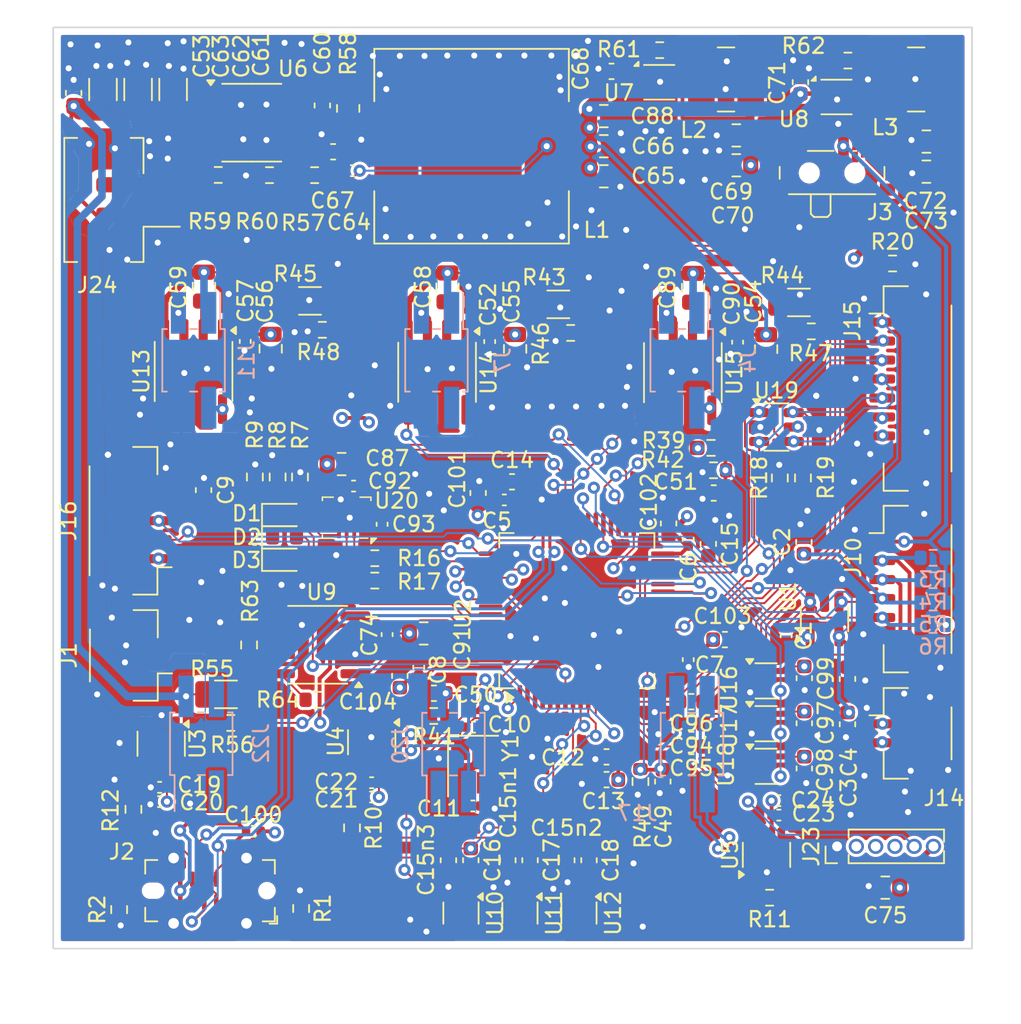
<source format=kicad_pcb>
(kicad_pcb (version 20240108) (generator "pcbnew") (generator_version "8.0")
  (layers (0 "F.Cu" signal) (1 "In1.Cu" signal) (2 "In2.Cu" signal) (31 "B.Cu" signal) (34 "B.Paste" user) (35 "F.Paste" user) (36 "B.SilkS" user "B.Silkscreen") (37 "F.SilkS" user "F.Silkscreen") (38 "B.Mask" user) (39 "F.Mask" user) (44 "Edge.Cuts" user))
  (net 0 "")
  (net 1 "TM")
  (net 2 "H3")
  (net 3 "H2")
  (net 4 "H1")
  (net 5 "+3V3")
  (net 6 "/mcu/NRST")
  (net 7 "osc+")
  (net 8 "osc-")
  (net 9 "Net-(U2-VCAP_2)")
  (net 10 "Net-(U2-VCAP_1)")
  (net 11 "/Fet/SENSE_B")
  (net 12 "/Fet/SENSE_C")
  (net 13 "/Fet/SENSE_A")
  (net 14 "Net-(C16-Pad2)")
  (net 15 "Net-(C17-Pad2)")
  (net 16 "Net-(C18-Pad2)")
  (net 17 "in_2_-")
  (net 18 "in_3_-")
  (net 19 "in_1_-")
  (net 20 "in_1_+")
  (net 21 "+BATT")
  (net 22 "/Fet/TEMP")
  (net 23 "/Fet/TEMP1")
  (net 24 "/Fet/TEMP2")
  (net 25 "+12V")
  (net 26 "/Drivers/PHASE_B")
  (net 27 "Net-(U14-Hb)")
  (net 28 "/Drivers/PHASE_A")
  (net 29 "Net-(U13-Hb)")
  (net 30 "Net-(U6-BST)")
  (net 31 "Net-(U6-SW)")
  (net 32 "Net-(C64-Pad2)")
  (net 33 "Net-(U6-FB)")
  (net 34 "+5V")
  (net 35 "Net-(U15-Hb)")
  (net 36 "/Drivers/PHASE_C")
  (net 37 "/mcu/LED_GREEN")
  (net 38 "Net-(D1-K)")
  (net 39 "Net-(D2-K)")
  (net 40 "/mcu/LED_RED")
  (net 41 "Net-(D3-K)")
  (net 42 "/can/canl")
  (net 43 "/can/canh")
  (net 44 "/mcu/USBD-")
  (net 46 "Net-(J2-CC2)")
  (net 47 "/mcu/USBD+")
  (net 48 "Net-(J2-CC1)")
  (net 50 "LINE")
  (net 51 "/Drivers/G_T_A")
  (net 52 "/Drivers/G_B_A")
  (net 53 "/Drivers/G_B_B")
  (net 54 "/Drivers/G_T_B")
  (net 55 "/Drivers/G_T_C")
  (net 56 "/Drivers/G_B_C")
  (net 57 "nrf_rx")
  (net 58 "nrf_tx")
  (net 59 "adc1")
  (net 60 "tx")
  (net 61 "rx")
  (net 62 "adc2")
  (net 63 "/mcu/ADC_15")
  (net 64 "/mcu/SWDIO")
  (net 65 "/mcu/SWCLK")
  (net 66 "/mcu/NRF_swdio")
  (net 67 "/mcu/NRF_swclk")
  (net 68 "Net-(U7-SW)")
  (net 69 "Net-(U8-SW)")
  (net 70 "Net-(U4-OUT)")
  (net 71 "Net-(U5-OUT)")
  (net 72 "Net-(U3-OUT)")
  (net 73 "/Drivers/Sens2")
  (net 74 "/Drivers/Sens3")
  (net 75 "/Drivers/Sens1")
  (net 76 "/Drivers/sens supply")
  (net 77 "Net-(U6-RT)")
  (net 78 "Net-(U7-PG)")
  (net 79 "Net-(U8-PG)")
  (net 80 "Net-(U9-Rs)")
  (net 81 "/mcu/PC12")
  (net 82 "/Fet/CURR_FILTER")
  (net 84 "/Drivers/Tin_B")
  (net 85 "/Drivers/Bin_C")
  (net 86 "/can/CAN_RX")
  (net 87 "/Drivers/sensfil")
  (net 88 "/Drivers/Bin_B")
  (net 89 "/can/CAN_TX")
  (net 92 "/mcu/SERVO")
  (net 93 "/Drivers/Tin_A")
  (net 94 "/Drivers/Tin_C")
  (net 95 "/Drivers/Bin_A")
  (net 102 "Net-(J24-Pin_2)")
  (net 103 "in_2_+")
  (net 104 "GND")
  (net 105 "in_3_+")
  (net 106 "Net-(U20-SDx)")
  (net 107 "/IMU/sda")
  (net 108 "Net-(U20-SCx)")
  (net 109 "/IMU/scl")
  (net 110 "/mcu/SCK_ADC_EXT")
  (net 117 "Net-(C94-Pad1)")
  (net 118 "Net-(C95-Pad1)")
  (net 119 "Net-(C96-Pad1)")
  (net 120 "Net-(C100-Pad2)")
  (footprint "Capacitor_SMD:C_0603_1608Metric_Pad1.08x0.95mm_HandSolder" (layer "F.Cu") (at 116.9416 101.9302 90)
    (property "Reference" "C53")
    (property "Value" "100n")
  )
  (footprint "Capacitor_SMD:C_0603_1608Metric" (layer "F.Cu") (at 147.0065 152.4508 -90)
    (property "Reference" "C17")
    (property "Value" "15n")
  )
  (footprint "Resistor_SMD:R_0603_1608Metric" (layer "F.Cu") (at 155.5496 99.1108)
    (property "Reference" "R61")
    (property "Value" "100k")
  )
  (footprint "Resistor_SMD:R_0603_1608Metric" (layer "F.Cu") (at 131.9276 155.6258 -90)
    (property "Reference" "R1")
    (property "Value" "5k1")
  )
  (footprint "Capacitor_SMD:C_0603_1608Metric" (layer "F.Cu") (at 138.43 140.3096 -90)
    (property "Reference" "C104")
    (property "Value" "2.2u")
  )
  (footprint "Resistor_SMD:R_0603_1608Metric" (layer "F.Cu") (at 167.9448 99.7966)
    (property "Reference" "R62")
    (property "Value" "100k")
  )
  (footprint "Capacitor_SMD:C_0603_1608Metric" (layer "F.Cu") (at 164.8206 101.219 -90)
    (property "Reference" "C71")
    (property "Value" "10uF")
  )
  (footprint "Capacitor_SMD:C_0603_1608Metric" (layer "F.Cu") (at 125.5014 128.0792 90)
    (property "Reference" "C9")
    (property "Value" "100n")
  )
  (footprint "Package_TO_SOT_SMD:SOT-23-6" (layer "F.Cu") (at 163.2403 123.9266)
    (property "Reference" "U19")
    (property "Value" "SRV05-4")
  )
  (footprint "Capacitor_SMD:C_0402_1005Metric" (layer "F.Cu") (at 144.3482 118.298 90)
    (property "Reference" "C52")
    (property "Value" "100n")
  )
  (footprint "Capacitor_SMD:C_0603_1608Metric" (layer "F.Cu") (at 140.6762 141.455 180)
    (property "Reference" "C50")
    (property "Value" "2.2uf")
  )
  (footprint "Capacitor_SMD:C_0402_1005Metric" (layer "F.Cu") (at 143.2814 143.6878 180)
    (property "Reference" "C10")
    (property "Value" "15p")
  )
  (footprint "Capacitor_SMD:C_0603_1608Metric" (layer "F.Cu") (at 149.4282 152.4508 -90)
    (property "Reference" "C15n2")
    (property "Value" "1n")
  )
  (footprint "Package_SO:SOIC-8_3.9x4.9mm_P1.27mm" (layer "F.Cu") (at 133.0198 138.2634 180)
    (property "Reference" "U9")
    (property "Value" "MCP2551-I-SN")
  )
  (footprint "Package_TO_SOT_SMD:SOT-23-8" (layer "F.Cu") (at 162.5842 152.0952 90)
    (property "Reference" "U5")
    (property "Value" "~")
  )
  (footprint "Resistor_SMD:R_0603_1608Metric" (layer "F.Cu") (at 119.9388 155.702 90)
    (property "Reference" "R2")
    (property "Value" "5k1")
  )
  (footprint "Capacitor_SMD:C_0603_1608Metric" (layer "F.Cu") (at 157.6324 144.9578 180)
    (property "Reference" "C95")
    (property "Value" "100n")
  )
  (footprint "Connector_PinHeader_1.27mm:PinHeader_1x06_P1.27mm_Vertical" (layer "F.Cu") (at 167.2336 151.5364 90)
    (property "Reference" "J23")
    (property "Value" "Conn_01x06_Pin")
  )
  (footprint "Package_TO_SOT_SMD:SOT-23-8" (layer "F.Cu") (at 136.5758 144.6784 -90)
    (property "Reference" "U4")
    (property "Value" "~")
  )
  (footprint "Resistor_SMD:R_0603_1608Metric" (layer "F.Cu") (at 126.4666 107.3274)
    (property "Reference" "R59")
    (property "Value" "59k")
  )
  (footprint "LED_SMD:LED_0603_1608Metric" (layer "F.Cu") (at 130.8354 131.191)
    (property "Reference" "D2")
    (property "Value" "LED")
  )
  (footprint "Resistor_SMD:R_0603_1608Metric" (layer "F.Cu") (at 132.8166 107.3416 180)
    (property "Reference" "R57")
    (property "Value" "453k")
  )
  (footprint "Capacitor_SMD:C_0402_1005Metric" (layer "F.Cu") (at 157.4292 131.3154 90)
    (property "Reference" "C6")
    (property "Value" "100n")
  )
  (footprint "Capacitor_SMD:C_0603_1608Metric" (layer "F.Cu") (at 159.8422 137.922 180)
    (property "Reference" "C103")
    (property "Value" "2.2u")
  )
  (footprint "Capacitor_SMD:C_0805_2012Metric" (layer "F.Cu") (at 141.5684 114.7318 -90)
    (property "Reference" "C58")
    (property "Value" "4.7u")
  )
  (footprint "Package_SO:SOIC-8-1EP_3.9x4.9mm_P1.27mm_EP2.29x3mm" (layer "F.Cu") (at 157.0736 120.3452 -90)
    (property "Reference" "U15")
    (property "Value" "~")
  )
  (footprint "Capacitor_SMD:C_0402_1005Metric" (layer "F.Cu") (at 136.572 147.3454)
    (property "Reference" "C22")
    (property "Value" "100n")
  )
  (footprint "Resistor_SMD:R_0603_1608Metric" (layer "F.Cu") (at 154.2796 147.2692 -90)
    (property "Reference" "R40")
    (property "Value" "10k")
  )
  (footprint "Resistor_SMD:R_0603_1608Metric" (layer "F.Cu") (at 140.6652 142.9512 180)
    (property "Reference" "R41")
    (property "Value" "10k")
  )
  (footprint "Resistor_SMD:R_0603_1608Metric" (layer "F.Cu") (at 129.8448 107.3416 180)
    (property "Reference" "R60")
    (property "Value" "50k")
  )
  (footprint "Resistor_SMD:R_0805_2012Metric" (layer "F.Cu") (at 135.0264 102.9474 90)
    (property "Reference" "R58")
    (property "Value" "357k")
  )
  (footprint "Connector_JST:JST_GH_BM02B-GHS-TBT_1x02-1MP_P1.25mm_Vertical" (layer "F.Cu") (at 172.1612 144.0942 -90)
    (property "Reference" "J14")
    (property "Value" "Conn_01x02_Pin")
  )
  (footprint "Button_Switch_SMD:SW_SPDT_PCM12" (layer "F.Cu") (at 166.9034 106.8654)
    (property "Reference" "J3")
    (property "Value" "Conn_01x03_Pin")
  )
  (footprint "Capacitor_SMD:C_0402_1005Metric" (layer "F.Cu") (at 163.3982 149.479 180)
    (property "Reference" "C23")
    (property "Value" "100n")
  )
  (footprint "Resistor_SMD:R_0603_1608Metric" (layer "F.Cu") (at 162.7886 154.9146 180)
    (property "Reference" "R11")
    (property "Value" "1k")
  )
  (footprint "Capacitor_SMD:C_0603_1608Metric" (layer "F.Cu") (at 152.0444 145.6436)
    (property "Reference" "C12")
    (property "Value" "2.2u")
  )
  (footprint "Inductor_SMD:L_SXN_SMDRI127" (layer "F.Cu") (at 143.1544 105.4354)
    (property "Reference" "L1")
    (property "Value" "220uh")
  )
  (footprint "Capacitor_SMD:C_0603_1608Metric" (layer "F.Cu") (at 133.3246 102.7554 -90)
    (property "Reference" "C60")
    (property "Value" "2.2n")
  )
  (footprint "Capacitor_SMD:C_0805_2012Metric" (layer "F.Cu") (at 157.7474 114.7572 -90)
    (property "Reference" "C89")
    (property "Value" "4.7u")
  )
  (footprint "Package_TO_SOT_SMD:SOT-353_SC-70-5" (layer "F.Cu") (at 150.2289 155.9306 -90)
    (property "Reference" "U12")
    (property "Value" "MC74VHC1GT66")
  )
  (footprint "Resistor_SMD:R_0603_1608Metric" (layer "F.Cu") (at 128.8796 127.2164 -90)
    (property "Reference" "R9")
    (property "Value" "1k")
  )
  (footprint "Resistor_SMD:R_0603_1608Metric" (layer "F.Cu") (at 136.779 134.0358)
    (property "Reference" "R17")
    (property "Value" "1k")
  )
  (footprint "Capacitor_SMD:C_0805_2012Metric" (layer "F.Cu") (at 151.8666 105.4354 180)
    (property "Reference" "C66")
    (property "Value" "2.2u")
  )
  (footprint "Resistor_SMD:R_0603_1608Metric" (layer "F.Cu") (at 136.779 132.5626)
    (property "Reference" "R16")
    (property "Value" "1k")
  )
  (footprint "Capacitor_SMD:C_0402_1005Metric" (layer "F.Cu") (at 143.2442 148.8772)
    (property "Reference" "C11")
    (property "Value" "15p")
  )
  (footprint "Resistor_SMD:R_1206_3216Metric" (layer "F.Cu") (at 126.9746 141.5288 180)
    (property "Reference" "R55")
    (property "Value" "100K")
  )
  (footprint "Resistor_SMD:R_0603_1608Metric_Pad0.98x0.95mm_HandSolder" (layer "F.Cu") (at 158.9278 125.2982)
    (property "Reference" "R39")
    (property "Value" "10k_NTC")
  )
  (footprint "Resistor_SMD:R_0603_1608Metric" (layer "F.Cu") (at 135.2792 150.3172 -90)
    (property "Reference" "R10")
    (property "Value" "1k")
  )
  (footprint "Connector_JST:JST_GH_BM05B-GHS-TBT_1x05-1MP_P1.25mm_Vertical" (layer "F.Cu") (at 120.5992 130.0988 90)
    (property "Reference" "J16")
    (property "Value" "Conn_01x04_Pin")
  )
  (footprint "Package_LGA:Bosch_LGA-14_3x2.5mm_P0.5mm" (layer "F.Cu") (at 134.9248 129.8956 180)
    (property "Reference" "U20")
    (property "Value" "BMI160")
  )
  (footprint "Resistor_SMD:R_0603_1608Metric" (layer "F.Cu") (at 149.6822 117.729)
    (property "Reference" "R46")
    (property "Value" "2.2k")
  )
  (footprint "Capacitor_SMD:C_0805_2012Metric" (layer "F.Cu") (at 140.0048 137.5156 180)
    (property "Reference" "C91")
    (property "Value" "4.7u")
  )
  (footprint "Capacitor_SMD:C_0402_1005Metric" (layer "F.Cu") (at 128.778 150.5458 180)
    (property "Reference" "C100")
    (property "Value" "100n")
  )
  (footprint "Capacitor_SMD:C_0805_2012Metric" (layer "F.Cu") (at 173.1162 107.1118)
    (property "Reference" "C73")
    (property "Value" "10uF")
  )
  (footprint "Package_SON:WSON-8-1EP_2x2mm_P0.5mm_EP0.9x1.6mm" (layer "F.Cu") (at 167.198 102.1962)
    (property "Reference" "U8")
    (property "Value" "TPS62172DSG")
  )
  (footprint "Capacitor_SMD:C_0603_1608Metric" (layer "F.Cu") (at 143.5862 128.27 -90)
    (property "Reference" "C101")
    (property "Value" "2.2u")
  )
  (footprint "Capacitor_SMD:C_0603_1608Metric" (layer "F.Cu") (at 167.9194 140.5128 -90)
    (property "Reference" "C4")
    (property "Value" "1n")
  )
  (footprint "Capacitor_SMD:C_0603_1608Metric" (layer "F.Cu") (at 145.542 152.4508 -90)
    (property "Reference" "C15n1")
    (property "Value" "1n")
  )
  (footprint "Capacitor_SMD:C_0402_1005Metric" (layer "F.Cu") (at 160.6804 118.3386 90)
    (property "Reference" "C90")
    (property "Value" "100n")
  )
  (footprint "Capacitor_SMD:C_0402_1005Metric" (layer "F.Cu") (at 157.4292 139.2428 -90)
    (property "Reference" "C7")
    (property "Value" "100n")
  )
  (footprint "Capacitor_SMD:C_0603_1608Metric" (layer "F.Cu") (at 165.0746 140.462 90)
    (property "Reference" "C99")
    (property "Value" "100n")
  )
  (footprint "Capacitor_SMD:C_0805_2012Metric" (layer "F.Cu") (at 129.921 118.7704 90)
    (property "Reference" "C56")
    (property "Value" "4.7u")
  )
  (footprint "Resistor_SMD:R_0603_1608Metric" (layer "F.Cu") (at 130.3782 127.2164 -90)
    (property "Reference" "R8")
    (property "Value" "220")
  )
  (footprint "Capacitor_SMD:C_0603_1608Metric" (layer "F.Cu") (at 150.8907 152.4508 -90)
    (property "Reference" "C18")
    (property "Value" "15n")
  )
  (footprint "Package_TO_SOT_SMD:SOT-353_SC-70-5" (layer "F.Cu") (at 162.56 146.2653)
    (property "Reference" "U18")
    (property "Value" "MC74VHC1GT66")
  )
  (footprint "Capacitor_SMD:C_1206_3216Metric" (layer "F.Cu") (at 121.1862 101.7016 -90)
    (property "Reference" "C62")
    (property "Value" "1u")
  )
  (footprint "Capacitor_SMD:C_0402_1005Metric" (layer "F.Cu") (at 145.3108 128.7272 180)
    (property "Reference" "C5")
    (property "Value" "100n")
  )
  (footprint "Capacitor_SMD:C_0603_1608Metric" (layer "F.Cu") (at 165.0746 146.4056 90)
    (property "Reference" "C98")
    (property "Value" "100n")
  )
  (footprint "Connector_USB:USB_C_Receptacle_G-Switch_GT-USB-7051x" (layer "F.Cu") (at 125.927 154.4554 180)
    (property "Reference" "J2")
    (property "Value" "USB_C_Receptacle_USB2.0")
  )
  (footprint "Package_TO_SOT_SMD:SOT-353_SC-70-5" (layer "F.Cu") (at 162.56 143.4592)
    (property "Reference" "U17")
    (property "Value" "MC74VHC1GT66")
  )
  (footprint "Capacitor_SMD:C_0603_1608Metric" (layer "F.Cu") (at 141.6304 152.4508 -90)
    (property "Reference" "C15n3")
    (property "Value" "1n")
  )
  (footprint "Inductor_SMD:L_Ferrocore_DLG-0403" (layer "F.Cu") (at 159.9184 101.0412)
    (property "Reference" "L2")
    (property "Value" "10uH")
  )
  (footprint "Capacitor_SMD:C_0402_1005Metric" (layer "F.Cu") (at 128.2446 118.2878 90)
    (property "Reference" "C57")
    (property "Value" "100n")
  )
  (footprint "Resistor_SMD:R_0603_1608Metric" (layer "F.Cu") (at 127.2926 143.4084)
    (property "Reference" "R56")
    (property "Value" "2.2k")
  )
  (footprint "Capacitor_SMD:C_0603_1608Metric" (layer "F.Cu") (at 159.1056 128.27 180)
    (property "Reference" "C51")
    (property "Value" "2.2uf")
  )
  (footprint "Resistor_SMD:R_1206_3216Metric" (layer "F.Cu") (at 148.8694 115.8494 180)
    (property "Reference" "R43")
    (property "Value" "100K")
  )
  (footprint "LED_SMD:LED_0603_1608Metric" (layer "F.Cu") (at 130.8354 129.7178)
    (property "Reference" "D1")
    (property "Value" "LED")
  )
  (footprint "Package_SO:HSOP-8-1EP_3.9x4.9mm_P1.27mm_EP2.41x3.1mm" (layer "F.Cu") (at 128.6764 103.8872)
    (property "Reference" "U6")
    (property "Value" "LM5168F")
  )
  (footprint "Capacitor_SMD:C_0402_1005Metric" (layer "F.Cu") (at 136.572 148.2852)
    (property "Reference" "C21")
    (property "Value" "100n")
  )
  (footprint "Capacitor_SMD:C_0402_1005Metric" (layer "F.Cu") (at 139.6746 139.7508 90)
    (property "Reference" "C8")
    (property "Value" "100n")
  )
  (footprint "Resistor_SMD:R_0603_1608Metric" (layer "F.Cu") (at 165.5318 117.6274)
    (property "Reference" "R47")
    (property "Value" "2.2k")
  )
  (footprint "Connector_JST:JST_PH_B2B-PH-SM4-TB_1x02-1MP_P2.00mm_Vertical" (layer "F.Cu") (at 120.6834 108.9754 90)
    (property "Reference" "J24")
    (property "Value" "Conn_01x02_Pin")
  )
  (footprint "Capacitor_SMD:C_0603_1608Metric" (layer "F.Cu") (at 156.1338 130.2766 -90)
    (property "Reference" "C102")
    (property "Value" "2.2u")
  )
  (footprint "Capacitor_SMD:C_0402_1005Metric" (layer "F.Cu") (at 122.6058 147.6502)
    (property "Reference" "C19")
    (property "Value" "100n")
  )
  (footprint "Inductor_SMD:L_Ferrocore_DLG-0403" (layer "F.Cu") (at 172.4406 101.0412)
    (property "Reference" "L3")
    (property "Value" "10uH")
  )
  (footprint "Package_TO_SOT_SMD:SOT-353_SC-70-5" (layer "F.Cu") (at 162.56 140.6398)
    (property "Reference" "U16")
    (property "Value" "MC74VHC1GT66")
  )
  (footprint "Connector_JST:JST_GH_BM02B-GHS-TBT_1x02-1MP_P1.25mm_Vertical" (layer "F.Cu") (at 120.6246 138.9634 90)
    (property "Reference" "J1")
    (property "Value" "Conn_01x02_Pin")
  )
  (footprint "Capacitor_SMD:C_0603_1608Metric" (layer "F.Cu") (at 152.3746 100.5078)
    (property "Reference" "C68")
    (property "Value" "10uF")
  )
  (footprint "Capacitor_SMD:C_0603_1608Metric" (layer "F.Cu") (at 145.8214 127.5334)
    (property "Reference" "C14")
    (property "Value" "2.2u")
  )
  (footprint "Capacitor_SMD:C_1206_3216Metric" (layer "F.Cu") (at 123.4948 101.7016 -90)
    (property "Reference" "C61")
    (property "Value" "1u")
  )
  (footprint "Resistor_SMD:R_0603_1608Metric" (layer "F.Cu") (at 133.3246 117.5258)
    (property "Reference" "R48")
    (property "Value" "2.2k")
  )
  (footprint "Capacitor_SMD:C_0402_1005Metric" (layer "F.Cu") (at 163.8808 137.668 -90)
    (property "Reference" "C1")
    (property "Value" "1n")
  )
  (footprint "Resistor_SMD:R_0603_1608Metric" (layer "F.Cu") (at 159.0934 126.7714 180)
    (property "Reference" "R42")
    (property "Value" "10k")
  )
  (footprint "Capacitor_SMD:C_0402_1005Metric" (layer "F.Cu") (at 137.5918 137.5918 90)
    (property "Reference" "C74")
    (property "Value" "100n")
  )
  (footprint "Capacitor_SMD:C_0603_1608Metric" (layer "F.Cu") (at 165.0746 143.4338 90)
    (property "Reference" "C97")
    (property "Value" "100n")
  )
  (footprint "Capacitor_SMD:C_0603_1608Metric" (layer "F.Cu") (at 152.0444 147.1422)
    (property "Reference" "C13")
    (property "Value" "2.2u")
  )
  (footprint "Resistor_SMD:R_0603_1608Metric" (layer "F.Cu") (at 128.4986 138.2776 90)
    (property "Reference" "R63")
    (property "Value" "120ohm")
  )
  (footprint "Capacitor_SMD:C_0805_2012Metric" (layer "F.Cu") (at 146.0246 118.7806 90)
    (property "Reference" "C55")
    (property "Value" "4.7u")
  )
  (footprint "Capacitor_SMD:C_0805_2012Metric" (layer "F.Cu") (at 151.8666 103.4542 180)
    (property "Reference" "C88")
    (property "Value" "22u")
  )
  (footprint "Package_SO:SOIC-8-1EP_3.9x4.9mm_P1.27mm_EP2.29x3mm" (layer "F.Cu") (at 124.841 120.269 -90)
    (property "Reference" "U13")
    (property "Value" "~")
  )
  (footprint "Package_TO_SOT_SMD:SOT-23-8" (layer "F.Cu") (at 122.7074 144.78 -90)
    (property "Reference" "U3")
    (property "Value" "~")
  )
  (footprint "Capacitor_SMD:C_0402_1005Metric" (layer "F.Cu") (at 135.3058 107.048 180)
    (property "Reference" "C64")
    (property "Value" "1.2n")
  )
  (footprint "Package_QFP:LQFP-64_10x10mm_P0.5mm" (layer "F.Cu") (at 150.0886 136.017 90)
    (property "Reference" "U2")
    (property "Value" "STM32F405RGTx")
  )
  (footprint "Capacitor_SMD:C_0603_1608Metric" (layer "F.Cu") (at 167.9194 143.4976 -90)
    (property "Reference" "C3")
    (property "Value" "1n")
  )
  (footprint "Capacitor_SMD:C_0603_1608Metric" (layer "F.Cu") (at 158.75 131.6228 -90)
    (property "Reference" "C15")
    (property "Value" "2.2u")
  )
  (footprint "Package_SO:SOIC-8-1EP_3.9x4.9mm_P1.27mm_EP2.29x3mm" (layer "F.Cu") (at 140.8826 120.3198 -90)
    (property "Reference" "U14")
    (property "Value" "~")
  )
  (footprint "Resistor_SMD:R_1206_3216Metric" (layer "F.Cu") (at 164.719 115.7224 180)
    (property "Reference" "R44")
    (property "Value" "100K")
  )
  (footprint "Resistor_SMD:R_0603_1608Metric" (layer "F.Cu") (at 133.0452 141.8844)
    (property "Reference" "R64")
    (property "Value" "10k")
  )
  (footprint "Package_TO_SOT_SMD:SOT-353_SC-70-5" (layer "F.Cu") (at 146.3414 155.9306 -90)
    (property "Reference" "U11")
    (property "Value" "MC74VHC1GT66")
  )
  (footprint "Capacitor_SMD:C_0603_1608Metric" (layer "F.Cu") (at 157.6324 143.4846 180)
    (property "Reference" "C94")
    (property "Value" "100n")
  )
  (footprint "Crystal:Crystal_SMD_3225-4Pin_3.2x2.5mm" (layer "F.Cu") (at 143.256 146.2532 -90)
    (property "Reference" "Y1")
    (property "Value" "8m")
  )
  (footprint "Resistor_SMD:R_1206_3216Metric" (layer "F.Cu") (at 132.5118 115.6208 180)
    (property "Reference" "R45")
    (property "Value" "100K")
  )
  (footprint "Capacitor_SMD:C_0402_1005Metric" (layer "F.Cu") (at 137.2616 130.33 90)
    (property "Reference" "C93")
    (property "Value" "100n")
  )
  (footprint "Capacitor_SMD:C_0805_2012Metric" (layer "F.Cu") (at 134.5946 126.365 180)
    (property "Reference" "C87")
    (property "Value" "2.2u")
  )
  (footprint "Capacitor_SMD:C_0603_1608Metric" (layer "F.Cu") (at 134.0358 105.8034)
    (property "Reference" "C67")
    (property "Value" "47p")
  )
  (footprint "LED_SMD:LED_0603_1608Metric" (layer "F.Cu") (at 130.8354 132.6642)
    (property "Reference" "D3")
    (property "Value" "LED")
  )
  (footprint "Capacitor_SMD:C_1206_3216Metric" (layer "F.Cu") (at 118.8748 101.7016 -90)
    (property "Reference" "C63")
    (property "Value" "1u")
  )
  (footprint "Capacitor_SMD:C_0805_2012Metric" (layer "F.Cu") (at 160.594 106.6928)
    (property "Reference" "C70")
    (property "Value" "10uF")
  )
  (footprint "Capacitor_SMD:C_0402_1005Metric" (layer "F.Cu") (at 135.382 127.8128 180)
    (property "Reference" "C92")
    (property "Value" "100n")
  )
  (footprint "Capacitor_SMD:C_0603_1608Metric" (layer "F.Cu") (at 155.7528 147.2692 -90)
    (property "Reference" "C49")
    (property "Value" "2.2uf")
  )
  (footprint "Capacitor_SMD:C_0603_1608Metric" (layer "F.Cu") (at 157.6324 142.0114 180)
    (property "Reference" "C96")
    (property "Value" "100n")
  )
  (footprint "Capacitor_SMD:C_0805_2012Metric" (layer "F.Cu") (at 162.56 118.7958 90)
    (property "Reference" "C54")
    (property "Value" "4.7u")
  )
  (footprint "Capacitor_SMD:C_0603_1608Metric" (layer "F.Cu") (at 143.1036 152.4508 -90)
    (property "Reference" "C16")
    (property "Value" "15n")
  )
  (footprint "Capacitor_SMD:C_0402_1005Metric" (layer "F.Cu") (at 163.3982 148.525 180)
    (property "Reference" "C24")
    (property "Value" "100n")
  )
  (footprint "Resistor_SMD:R_0603_1608Metric" (layer "F.Cu") (at 163.4622 127.2794 90)
    (property "Reference" "R18")
    (property "Value" "1k")
  )
  (footprint "Capacitor_SMD:C_0805_2012Metric" (layer "F.Cu") (at 151.8666 107.4166 180)
    (property "Reference" "C65")
    (property "Value" "2.2u")
  )
  (footprint "Connector_JST:JST_GH_BM06B-GHS-TBT_1x06-1MP_P1.25mm_Vertical" (layer "F.Cu") (at 172.1612 134.5946 -90)
    (property "Reference" "J10")
    (property "Value" "Conn_01x06_Pin")
  )
  (footprint "Package_SON:WSON-8-1EP_2x2mm_P0.5mm_EP0.9x1.6mm" (layer "F.Cu") (at 155.5242 101.2254)
    (property "Reference" "U7")
    (property "Value" "TPS62173DSG")
  )
  (footprint "Capacitor_SMD:C_0805_2012Metric" (layer "F.Cu") (at 125.5268 114.681 -90)
    (property "Reference" "C59")
    (property "Value" "4.7u")
  )
  (footprint "Capacitor_SMD:C_0603_1608Metric" (layer "F.Cu") (at 165.0492 131.4958 90)
    (property "Reference" "C2")
    (property "Value" "1n")
  )
  (footprint "Capacitor_SMD:C_0805_2012Metric" (layer "F.Cu") (at 170.4086 154.2542)
    (property "Reference" "C75")
    (property "Value" "2.2u")
  )
  (footprint "Package_TO_SOT_SMD:SOT-353_SC-70-5" (layer "F.Cu") (at 142.4565 155.9306 -90)
    (property "Reference" "U10")
    (property "Value" "MC74VHC1GT66")
  )
  (footprint "Resistor_SMD:R_0603_1608Metric" (layer "F.Cu") (at 120.8786 149.098 -90)
    (property "Reference" "R12")
    (property "Value" "1k")
  )
  (footprint "Package_TO_SOT_SMD:SOT-23-6" (layer "F.Cu") (at 166.4067 136.5758 90)
    (property "Reference" "U1")
    (property "Value" "SRV05-4")
  )
  (footprint "Resistor_SMD:R_0603_1608Metric" (layer "F.Cu") (at 131.8514 127.2164 -90)
    (property "Reference" "R7")
    (property "Value" "220")
  )
  (footprint "Capacitor_SMD:C_0402_1005Metric" (layer "F.Cu") (at 122.6058 148.59)
    (property "Reference" "C20")
    (property "Value" "100n")
  )
  (footprint "Resistor_SMD:R_0603_1608Metric" (layer "F.Cu") (at 170.8912 113.157)
    (property "Reference" "R20")
    (property "Value" "1k")
  )
  (footprint "Capacitor_SMD:C_0805_2012Metric" (layer "F.Cu") (at 173.1162 105.1306)
    (property "Reference" "C72")
    (property "Value" "22uF")
  )
  (footprint "Connector_JST:JST_GH_BM08B-GHS-TBT_1x08-1MP_P1.25mm_Vertical" (layer "F.Cu") (at 172.1582 121.3886 -90)
    (property "Reference" "J15")
    (property "Value" "Conn_01x08_Pin")
  )
  (footprint "Capacitor_SMD:C_0805_2012Metric" (layer "F.Cu") (at 160.594 104.7242)
    (property "Reference" "C69")
    (property "Value" "22uF")
  )
  (footprint "Resistor_SMD:R_0603_1608Metric" (layer "F.Cu") (at 164.9862 127.2794 90)
    (property "Reference" "R19")
    (property "Value" "1k")
  )
  (footprint "Connector_PinSocket_2.00mm:PinSocket_2x02_P2.00mm_Vertical_SMD" (layer "B.Cu") (at 125.349 144.78 -90)
    (property "Reference" "J22")
    (property "Value" "Conn_01x02_Socket")
  )
  (footprint "Resistor_SMD:R_0603_1608Metric" (layer "B.Cu") (at 173.5582 135.4836)
    (property "Reference" "R5")
    (property "Value" "2k2")
  )
  (footprint "Resistor_SMD:R_0603_1608Metric" (layer "B.Cu") (at 173.5582 134.0104)
    (property "Reference" "R4")
    (property "Value" "2k2")
  )
  (footprint "Connector_PinSocket_2.00mm:PinSocket_2x02_P2.00mm_Vertical_SMD" (layer "B.Cu") (at 141.9606 144.8054 -90)
    (property "Reference" "J20")
    (property "Value" "Conn_01x02_Socket")
  )
  (footprint "Connector_PinSocket_2.00mm:PinSocket_2x02_P2.00mm_Vertical_SMD" (layer "B.Cu") (at 124.841 119.5324 90)
    (property "Reference" "J11")
    (property "Value" "Conn_01x03_Socket")
  )
  (footprint "Connector_PinSocket_2.00mm:PinSocket_2x02_P2.00mm_Vertical_SMD" (layer "B.Cu") (at 157.6738 144.8062 90)
    (property "Reference" "J17")
    (property "Value" "Conn_01x02_Socket")
  )
  (footprint "Resistor_SMD:R_0603_1608Metric" (layer "B.Cu") (at 173.5582 132.5372)
    (property "Reference" "R3")
    (property "Value" "2k2")
  )
  (footprint "Connector_PinSocket_2.00mm:PinSocket_2x02_P2.00mm_Vertical_SMD" (layer "B.Cu") (at 140.843 119.5324 90)
    (property "Reference" "J7")
    (property "Value" "Conn_01x03_Socket")
  )
  (footprint "Connector_PinSocket_2.00mm:PinSocket_2x02_P2.00mm_Vertical_SMD" (layer "B.Cu") (at 156.9974 119.5324 90)
    (property "Reference" "J4")
    (property "Value" "Conn_01x03_Socket")
  )
  (footprint "Resistor_SMD:R_0603_1608Metric" (layer "B.Cu") (at 173.5582 136.9568)
    (property "Reference" "R6")
    (property "Value" "10k")
  )
  (gr_rect (start 115.5954 97.6122) (end 176.1236 158.2674) (stroke (width 0.1)) (fill none) (layer "Edge.Cuts"))
  (segment (start 163.8808 137.0142) (end 163.8808 137.188) (width 0.127) (layer "F.Cu") (net 1))
  (segment (start 165.8432 135.8248) (end 165.8432 136.126234) (width 0.127) (layer "F.Cu") (net 1))
  (segment (start 165.8432 136.126234) (end 166.191166 136.4742) (width 0.127) (layer "F.Cu") (net 1))
  (segment (start 170.2066 136.4742) (end 170.2112 136.4696) (width 0.127) (layer "F.Cu") (net 1))
  (segment (start 165.4567 135.4383) (end 165.8432 135.8248) (width 0.127) (layer "F.Cu") (net 1))
  (segment (start 166.191166 136.4742) (end 170.2066 136.4742) (width 0.127) (layer "F.Cu") (net 1))
  (segment (start 165.4567 135.4383) (end 163.8808 137.0142) (width 0.127) (layer "F.Cu") (net 1))
  (segment (start 159.542469 136.267) (end 155.7636 136.267) (width 0.127) (layer "F.Cu") (net 1))
  (segment (start 162.031531 134.534457) (end 161.275012 134.534457) (width 0.127) (layer "F.Cu") (net 1))
  (segment (start 161.275012 134.534457) (end 159.542469 136.267) (width 0.127) (layer "F.Cu") (net 1))
  (via (at 165.4567 135.4383) (size 0.8) (drill 0.4) (layers "F.Cu" "B.Cu") (net 1))
  (via (at 162.031531 134.534457) (size 0.8) (drill 0.4) (layers "F.Cu" "B.Cu") (net 1))
  (via (at 170.2112 136.4696) (size 0.8) (drill 0.4) (layers "F.Cu" "B.Cu") (net 1))
  (segment (start 162.031531 134.534457) (end 164.552857 134.534457) (width 0.127) (layer "B.Cu") (net 1))
  (segment (start 170.6984 136.9568) (end 170.2112 136.4696) (width 0.254) (layer "B.Cu") (net 1))
  (segment (start 172.7332 136.9568) (end 170.6984 136.9568) (width 0.254) (layer "B.Cu") (net 1))
  (segment (start 164.552857 134.534457) (end 165.4567 135.4383) (width 0.127) (layer "B.Cu") (net 1))
  (segment (start 167.3567 135.4383) (end 167.5384 135.4383) (width 0.127) (layer "F.Cu") (net 2))
  (segment (start 150.5021 129.230501) (end 150.8386 129.567001) (width 0.127) (layer "F.Cu") (net 2))
  (segment (start 169.9925 135.4383) (end 170.2112 135.2196) (width 0.127) (layer "F.Cu") (net 2))
  (segment (start 150.8386 129.567001) (end 150.8386 130.342) (width 0.127) (layer "F.Cu") (net 2))
  (segment (start 167.5384 135.4383) (end 169.9925 135.4383) (width 0.127) (layer "F.Cu") (net 2))
  (segment (start 165.0492 132.2832) (end 165.0238 132.3086) (width 0.254) (layer "F.Cu") (net 2))
  (segment (start 150.5021 128.6256) (end 150.5021 129.230501) (width 0.127) (layer "F.Cu") (net 2))
  (segment (start 165.0492 132.2708) (end 165.0492 132.2832) (width 0.254) (layer "F.Cu") (net 2))
  (via (at 170.2112 135.2196) (size 0.8) (drill 0.4) (layers "F.Cu" "B.Cu") (net 2))
  (via (at 150.5021 128.6256) (size 0.8) (drill 0.4) (layers "F.Cu" "B.Cu") (net 2))
  (via (at 167.5384 135.4383) (size 0.8) (drill 0.4) (layers "F.Cu" "B.Cu") (net 2))
  (via (at 165.0238 132.3086) (size 0.8) (drill 0.4) (layers "F.Cu" "B.Cu") (net 2))
  (segment (start 170.4752 135.4836) (end 170.2112 135.2196) (width 0.254) (layer "B.Cu") (net 2))
  (segment (start 172.7332 135.4836) (end 170.4752 135.4836) (width 0.254) (layer "B.Cu") (net 2))
  (segment (start 162.646696 136.5504) (end 166.4263 136.5504) (width 0.127) (layer "B.Cu") (net 2))
  (segment (start 150.5021 129.2169) (end 152.7588 131.4736) (width 0.127) (layer "B.Cu") (net 2))
  (segment (start 167.3002 132.3086) (end 170.2112 135.2196) (width 0.254) (layer "B.Cu") (net 2))
  (segment (start 150.5021 128.6256) (end 150.5021 129.2169) (width 0.127) (layer "B.Cu") (net 2))
  (segment (start 157.569896 131.4736) (end 162.646696 136.5504) (width 0.127) (layer "B.Cu") (net 2))
  (segment (start 166.4263 136.5504) (end 167.5384 135.4383) (width 0.127) (layer "B.Cu") (net 2))
  (segment (start 152.7588 131.4736) (end 157.569896 131.4736) (width 0.127) (layer "B.Cu") (net 2))
  (segment (start 165.0238 132.3086) (end 167.3002 132.3086) (width 0.254) (layer "B.Cu") (net 2))
  (segment (start 170.2112 133.9696) (end 171.061199 133.9696) (width 0.254) (layer "F.Cu") (net 3))
  (segment (start 171.408374 138.081126) (end 171.1429 138.3466) (width 0.254) (layer "F.Cu") (net 3))
  (segment (start 171.1429 138.3466) (end 167.99 138.3466) (width 0.254) (layer "F.Cu") (net 3))
  (segment (start 151.3386 128.047887) (end 151.3386 130.342) (width 0.127) (layer "F.Cu") (net 3))
  (segment (start 167.99 138.3466) (end 167.3567 137.7133) (width 0.254) (layer "F.Cu") (net 3))
  (segment (start 171.061199 133.9696) (end 171.408374 134.316775) (width 0.254) (layer "F.Cu") (net 3))
  (segment (start 171.408374 134.316775) (end 171.408374 138.081126) (width 0.254) (layer "F.Cu") (net 3))
  (segment (start 151.210862 127.920149) (end 151.3386 128.047887) (width 0.127) (layer "F.Cu") (net 3))
  (segment (start 167.9194 142.7226) (end 168.021 142.7226) (width 0.254) (layer "F.Cu") (net 3))
  (via (at 170.2112 133.9696) (size 0.8) (drill 0.4) (layers "F.Cu" "B.Cu") (net 3))
  (via (at 168.021 142.7226) (size 0.8) (drill 0.4) (layers "F.Cu" "B.Cu") (net 3))
  (via (at 167.3567 137.7133) (size 0.8) (drill 0.4) (layers "F.Cu" "B.Cu") (net 3))
  (via (at 167.3567 137.7133) (size 0.8) (drill 0.4) (layers "F.Cu" "B.Cu") (net 3))
  (via (at 151.210862 127.920149) (size 0.8) (drill 0.4) (layers "F.Cu" "B.Cu") (net 3))
  (segment (start 151.210862 127.920149) (end 151.3332 128.042487) (width 0.127) (layer "B.Cu") (net 3))
  (segment (start 168.2019 135.163469) (end 168.2019 136.8681) (width 0.127) (layer "B.Cu") (net 3))
  (segment (start 168.021 142.4686) (end 168.021 142.7226) (width 0.254) (layer "B.Cu") (net 3))
  (segment (start 165.932343 136.106026) (end 167.263569 134.7748) (width 0.127) (layer "B.Cu") (net 3))
  (segment (start 157.705344 131.1466) (end 162.66477 136.106026) (width 0.127) (layer "B.Cu") (net 3))
  (segment (start 167.263569 134.7748) (end 167.813231 134.7748) (width 0.127) (layer "B.Cu") (net 3))
  (segment (start 151.3332 128.042487) (end 151.3332 129.483952) (width 0.127) (layer "B.Cu") (net 3))
  (segment (start 168.2019 136.8681) (end 167.3567 137.7133) (width 0.127) (layer "B.Cu") (net 3))
  (segment (start 162.66477 136.106026) (end 165.932343 136.106026) (width 0.127) (layer "B.Cu") (net 3))
  (segment (start 167.3567 137.7133) (end 167.3567 141.8043) (width 0.254) (layer "B.Cu") (net 3))
  (segment (start 167.813231 134.7748) (end 168.2019 135.163469) (width 0.127) (layer "B.Cu") (net 3))
  (segment (start 170.252 134.0104) (end 170.2112 133.9696) (width 0.254) (layer "B.Cu") (net 3))
  (segment (start 172.7332 134.0104) (end 170.252 134.0104) (width 0.254) (layer "B.Cu") (net 3))
  (segment (start 151.3332 129.483952) (end 152.995848 131.1466) (width 0.127) (layer "B.Cu") (net 3))
  (segment (start 167.3567 141.8043) (end 168.021 142.4686) (width 0.254) (layer "B.Cu") (net 3))
  (segment (start 152.995848 131.1466) (end 157.705344 131.1466) (width 0.127) (layer "B.Cu") (net 3))
  (segment (start 172.0088 137.913184) (end 172.0088 133.5278) (width 0.254) (layer "F.Cu") (net 4))
  (segment (start 165.3087 137.7133) (end 165.3032 137.7188) (width 0.127) (layer "F.Cu") (net 4))
  (segment (start 171.2006 132.7196) (end 170.2112 132.7196) (width 0.254) (layer "F.Cu") (net 4))
  (segment (start 165.4567 137.7133) (end 165.3087 137.7133) (width 0.127) (layer "F.Cu") (net 4))
  (segment (start 151.8386 131.7778) (end 151.8158 131.8006) (width 0.127) (layer "F.Cu") (net 4))
  (segment (start 170.4724 139.7378) (end 172.0088 138.2014) (width 0.254) (layer "F.Cu") (net 4))
  (segment (start 172.0088 138.2014) (end 172.0088 137.913184) (width 0.254) (layer "F.Cu") (net 4))
  (segment (start 171.2976 138.9126) (end 172.0088 138.2014) (width 0.127) (layer "F.Cu") (net 4))
  (segment (start 172.0088 133.5278) (end 171.2006 132.7196) (width 0.254) (layer "F.Cu") (net 4))
  (segment (start 151.8386 130.342) (end 151.8386 131.7778) (width 0.127) (layer "F.Cu") (net 4))
  (segment (start 167.9194 139.7378) (end 170.4724 139.7378) (width 0.254) (layer "F.Cu") (net 4))
  (segment (start 165.993501 138.9126) (end 171.2976 138.9126) (width 0.127) (layer "F.Cu") (net 4))
  (segment (start 165.4567 138.375799) (end 165.993501 138.9126) (width 0.127) (layer "F.Cu") (net 4))
  (via (at 165.3032 137.7188) (size 0.8) (drill 0.4) (layers "F.Cu" "B.Cu") (net 4))
  (via (at 151.8158 131.8006) (size 0.8) (drill 0.4) (layers "F.Cu" "B.Cu") (net 4))
  (via (at 170.2112 132.7196) (size 0.8) (drill 0.4) (layers "F.Cu" "B.Cu") (net 4))
  (segment (start 172.7332 132.5372) (end 170.3936 132.5372) (width 0.254) (layer "B.Cu") (net 4))
  (segment (start 165.3032 137.7188) (end 163.352648 137.7188) (width 0.127) (layer "B.Cu") (net 4))
  (segment (start 157.434448 131.8006) (end 151.8158 131.8006) (width 0.127) (layer "B.Cu") (net 4))
  (segment (start 170.3936 132.5372) (end 170.2112 132.7196) (width 0.254) (layer "B.Cu") (net 4))
  (segment (start 163.352648 137.7188) (end 157.434448 131.8006) (width 0.127) (layer "B.Cu") (net 4))
  (segment (start 158.0153 125.2982) (end 158.0388 125.2982) (width 0.254) (layer "F.Cu") (net 5))
  (segment (start 169.1386 102.6922) (end 169.1386 103.4796) (width 0.254) (layer "F.Cu") (net 5))
  (segment (start 169.6252 98.4662) (end 172.7358 98.4662) (width 0.25) (layer "F.Cu") (net 5))
  (segment (start 134.2988 131.0341) (end 133.1931 131.0341) (width 0.127) (layer "F.Cu") (net 5))
  (segment (start 146.3386 130.342) (end 146.3386 129.275) (width 0.127) (layer "F.Cu") (net 5))
  (segment (start 168.148 102.4462) (end 168.8926 102.4462) (width 0.254) (layer "F.Cu") (net 5))
  (segment (start 134.4248 130.9081) (end 134.2988 131.0341) (width 0.127) (layer "F.Cu") (net 5))
  (segment (start 159.0672 137.963) (end 158.2632 138.767) (width 0.254) (layer "F.Cu") (net 5))
  (segment (start 158.2222 138.767) (end 155.7636 138.767) (width 0.254) (layer "F.Cu") (net 5))
  (segment (start 139.2838 140.2308) (end 138.43 141.0846) (width 0.254) (layer "F.Cu") (net 5))
  (segment (start 152.3386 141.692) (end 152.3386 142.537592) (width 0.254) (layer "F.Cu") (net 5))
  (segment (start 140.2614 140.2308) (end 139.6746 140.2308) (width 0.254) (layer "F.Cu") (net 5))
  (segment (start 152.8194 145.6436) (end 152.8194 147.1422) (width 0.254) (layer "F.Cu") (net 5))
  (segment (start 146.3386 129.275) (end 145.7908 128.7272) (width 0.127) (layer "F.Cu") (net 5))
  (segment (start 174.0662 106.8578) (end 174.0656 106.8572) (width 0.5) (layer "F.Cu") (net 5))
  (segment (start 143.5862 129.045) (end 143.8419 129.3007) (width 0.127) (layer "F.Cu") (net 5))
  (segment (start 165.0746 142.6588) (end 163.6604 142.6588) (width 0.127) (layer "F.Cu") (net 5))
  (segment (start 136.2508 146.5442) (end 137.052 147.3454) (width 0.127) (layer "F.Cu") (net 5))
  (segment (start 155.7728 132.2578) (end 155.7636 132.267) (width 0.254) (layer "F.Cu") (net 5))
  (segment (start 168.7698 99.3216) (end 169.6252 98.4662) (width 0.25) (layer "F.Cu") (net 5))
  (segment (start 157.353 129.794) (end 157.353 129.8324) (width 0.381) (layer "F.Cu") (net 5))
  (segment (start 143.5608 129.7178) (end 143.5608 129.0704) (width 0.381) (layer "F.Cu") (net 5))
  (segment (start 162.9182 150.2987) (end 162.2592 150.9577) (width 0.25) (layer "F.Cu") (net 5))
  (segment (start 171.6765 108.1003) (end 173.0777 108.1003) (width 0.127) (layer "F.Cu") (net 5))
  (segment (start 153.2794 145.1836) (end 152.8194 145.6436) (width 0.254) (layer "F.Cu") (net 5))
  (segment (start 157.4292 131.7954) (end 156.9668 132.2578) (width 0.254) (layer "F.Cu") (net 5))
  (segment (start 139.6746 140.2308) (end 139.2838 140.2308) (width 0.254) (layer "F.Cu") (net 5))
  (segment (start 173.2534 103.8352) (end 174.0656 103.023) (width 0.254) (layer "F.Cu") (net 5))
  (segment (start 153.2794 145.034) (end 153.2794 145.1836) (width 0.254) (layer "F.Cu") (net 5))
  (segment (start 170.4729 107.6319) (end 171.2081 107.6319) (width 0.127) (layer "F.Cu") (net 5))
  (segment (start 135.4248 128.8831) (end 135.4248 128.349918) (width 0.254) (layer "F.Cu") (net 5))
  (segment (start 134.3786 127.8128) (end 133.6623 128.5291) (width 0.254) (layer "F.Cu") (net 5))
  (segment (start 134.630995 123.327995) (end 136.100195 123.327995) (width 0.254) (layer "F.Cu") (net 5))
  (segment (start 165.0746 139.687) (end 163.8128 139.687) (width 0.127) (layer "F.Cu") (net 5))
  (segment (start 137.2616 129.2304) (end 136.4175 128.3863) (width 0.127) (layer "F.Cu") (net 5))
  (segment (start 134.902 127.827118) (end 134.902 127.8128) (width 0.254) (layer "F.Cu") (net 5))
  (segment (start 136.9008 145.8159) (end 136.9008 147.1942) (width 0.127) (layer "F.Cu") (net 5))
  (segment (start 174.0656 99.796) (end 174.0656 101.0412) (width 0.25) (layer "F.Cu") (net 5))
  (segment (start 137.2616 129.85) (end 137.2616 129.2304) (width 0.127) (layer "F.Cu") (net 5))
  (segment (start 171.2081 107.6319) (end 171.6765 108.1003) (width 0.127) (layer "F.Cu") (net 5))
  (segment (start 136.9008 147.1942) (end 137.052 147.3454) (width 0.127) (layer "F.Cu") (net 5))
  (segment (start 134.816704 127.8128) (end 134.3786 127.8128) (width 0.254) (layer "F.Cu") (net 5))
  (segment (start 137.052 148.2852) (end 137.052 147.3454) (width 0.127) (layer "F.Cu") (net 5))
  (segment (start 162.9182 149.479) (end 162.9182 150.2987) (width 0.25) (layer "F.Cu") (net 5))
  (segment (start 156.604 131.0516) (end 157.3478 131.7954) (width 0.254) (layer "F.Cu") (net 5))
  (segment (start 135.4755 128.3863) (end 134.902 127.8128) (width 0.127) (layer "F.Cu") (net 5))
  (segment (start 163.8128 139.687) (end 163.51 139.9898) (width 0.127) (layer "F.Cu") (net 5))
  (segment (start 157.353 129.8324) (end 156.1338 131.0516) (width 0.381) (layer "F.Cu") (net 5))
  (segment (start 122.5404 132.5988) (end 122.5296 132.588) (width 0.254) (layer "F.Cu") (net 5))
  (segment (start 133.1931 131.0341) (end 133.0613 130.9023) (width 0.127) (layer "F.Cu") (net 5))
  (segment (start 158.2632 138.767) (end 158.4198 138.6104) (width 0.127) (layer "F.Cu") (net 5))
  (segment (start 146.2832 141.692) (end 145.542 142.4332) (width 0.127) (layer "F.Cu") (net 5))
  (segment (start 133.1728 129.1456) (end 133.6623 129.1456) (width 0.127) (layer "F.Cu") (net 5))
  (segment (start 136.100195 123.327995) (end 136.3909 123.6187) (width 0.254) (layer "F.Cu") (net 5))
  (segment (start 159.0672 137.922) (end 159.0672 137.963) (width 0.254) (layer "F.Cu") (net 5))
  (segment (start 133.6623 128.5291) (end 133.6623 129.1456) (width 0.254) (layer "F.Cu") (net 5))
  (segment (start 122.5492 132.5988) (end 122.5404 132.5988) (width 0.254) (layer "F.Cu") (net 5))
  (segment (start 135.4248 128.349918) (end 134.902 127.827118) (width 0.254) (layer "F.Cu") (net 5))
  (segment (start 122.3824 145.9175) (end 122.3824 146.9468) (width 0.127) (layer "F.Cu") (net 5))
  (segment (start 133.6446 126.365) (end 133.6446 129.1279) (width 0.254) (layer "F.Cu") (net 5))
  (segment (start 144.4136 139.767) (end 140.7252 139.767) (width 0.254) (layer "F.Cu") (net 5))
  (segment (start 174.0662 101.0418) (end 174.0656 101.0412) (width 0.25) (layer "F.Cu") (net 5))
  (segment (start 123.0324 147.5968) (end 123.0858 147.6502) (width 0.127) (layer "F.Cu") (net 5))
  (segment (start 140.7252 139.767) (end 140.2614 140.2308) (width 0.254) (layer "F.Cu") (net 5))
  (segment (start 152.3386 142.537592) (end 153.2794 143.478392) (width 0.254) (layer "F.Cu") (net 5))
  (segment (start 157.3478 131.7954) (end 157.4292 131.7954) (width 0.254) (layer "F.Cu") (net 5))
  (segment (start 169.1534 106.3124) (end 170.4729 107.6319) (width 0.127) (layer "F.Cu") (net 5))
  (segment (start 133.0613 129.2571) (end 133.1728 129.1456) (width 0.127) (layer "F.Cu") (net 5))
  (segment (start 143.8419 129.3007) (end 145.2173 129.3007) (width 0.127) (layer "F.Cu") (net 5))
  (segment (start 169.1534 105.4354) (end 169.1534 106.3124) (width 0.127) (layer "F.Cu") (net 5))
  (segment (start 158.0388 125.2982) (end 158.0642 125.3236) (width 0.254) (layer "F.Cu") (net 5))
  (segment (start 168.7698 99.7966) (end 168.7698 99.3216) (width 0.25) (layer "F.Cu") (net 5))
  (segment (start 136.4175 128.3863) (end 135.4755 128.3863) (width 0.127) (layer "F.Cu") (net 5))
  (segment (start 163.6604 142.6588) (end 163.51 142.8092) (width 0.127) (layer "F.Cu") (net 5))
  (segment (start 163.512 145.6306) (end 163.51 145.6286) (width 0.127) (layer "F.Cu") (net 5))
  (segment (start 162.9092 150.9577) (end 162.2592 150.9577) (width 0.25) (layer "F.Cu") (net 5))
  (segment (start 174.0662 107.1118) (end 174.0662 106.8578) (width 0.5) (layer "F.Cu") (net 5))
  (segment (start 123.0324 145.9175) (end 123.0324 147.5968) (width 0.127) (layer "F.Cu") (net 5))
  (segment (start 133.0613 130.9023) (end 133.0613 129.2571) (width 0.127) (layer "F.Cu") (net 5))
  (segment (start 172.7358 98.4662) (end 174.0656 99.796) (width 0.25) (layer "F.Cu") (net 5))
  (segment (start 162.9182 150.9487) (end 162.9092 150.9577) (width 0.25) (layer "F.Cu") (net 5))
  (segment (start 170.2082 124.5136) (end 170.2082 124.508) (width 0.254) (layer "F.Cu") (net 5))
  (segment (start 164.6149 123.9266) (end 164.6403 123.9012) (width 0.254) (layer "F.Cu") (net 5))
  (segment (start 145.2173 129.3007) (end 145.7908 128.7272) (width 0.127) (layer "F.Cu") (net 5))
  (segment (start 164.3778 123.9266) (end 164.6149 123.9266) (width 0.254) (layer "F.Cu") (net 5))
  (segment (start 171.3586 153.7614) (end 173.5836 151.5364) (width 0.381) (layer "F.Cu") (net 5))
  (segment (start 170.2082 124.508) (end 170.2308 124.4854) (width 0.254) (layer "F.Cu") (net 5))
  (segment (start 174.0656 103.023) (end 174.0656 101.0412) (width 0.254) (layer "F.Cu") (net 5))
  (segment (start 153.2794 143.478392) (end 153.2794 145.034) (width 0.254) (layer "F.Cu") (net 5))
  (segment (start 156.1338 131.0516) (end 156.604 131.0516) (width 0.254) (layer "F.Cu") (net 5))
  (segment (start 133.6446 129.1279) (end 133.6623 129.1456) (width 0.254) (layer "F.Cu") (net 5))
  (segment (start 143.5608 129.0704) (end 143.5862 129.045) (width 0.381) (layer "F.Cu") (net 5))
  (segment (start 168.3512 112.8268) (end 174.0662 107.1118) (width 0.5) (layer "F.Cu") (net 5))
  (segment (start 162.9182 148.525) (end 162.9182 150.9487) (width 0.25) (layer "F.Cu") (net 5))
  (segment (start 165.0746 145.6306) (end 163.512 145.6306) (width 0.127) (layer "F.Cu") (net 5))
  (segment (start 123.0858 147.6502) (end 123.0858 148.59) (width 0.127) (layer "F.Cu") (net 5))
  (segment (start 169.4942 103.8352) (end 173.2534 103.8352) (width 0.254) (layer "F.Cu") (net 5))
  (segment (start 146.3386 141.692) (end 146.2832 141.692) (width 0.127) (layer "F.Cu") (net 5))
  (segment (start 136.2508 145.8159) (end 136.2508 146.5442) (width 0.127) (layer "F.Cu") (net 5))
  (segment (start 168.8926 102.4462) (end 169.1386 102.6922) (width 0.254) (layer "F.Cu") (net 5))
  (segment (start 174.0656 106.8572) (end 174.0656 101.0412) (width 0.5) (layer "F.Cu") (net 5))
  (segment (start 171.3586 154.2542) (end 171.3586 153.7614) (width 0.381) (layer "F.Cu") (net 5))
  (segment (start 159.0672 137.922) (end 158.2222 138.767) (width 0.254) (layer "F.Cu") (net 5))
  (segment (start 156.9668 132.2578) (end 155.7728 132.2578) (width 0.254) (layer "F.Cu") (net 5))
  (segment (start 122.3824 146.9468) (end 123.0858 147.6502) (width 0.127) (layer "F.Cu") (net 5))
  (segment (start 169.1386 103.4796) (end 169.4942 103.8352) (width 0.254) (layer "F.Cu") (net 5))
  (via (at 168.3512 112.8268) (size 0.8) (drill 0.4) (layers "F.Cu" "B.Cu") (net 5))
  (via (at 133.6446 126.365) (size 0.8) (drill 0.4) (layers "F.Cu" "B.Cu") (net 5))
  (via (at 165.0746 145.6306) (size 0.8) (drill 0.4) (layers "F.Cu" "B.Cu") (net 5))
  (via (at 158.0642 125.3236) (size 0.8) (drill 0.4) (layers "F.Cu" "B.Cu") (net 5))
  (via (at 159.0672 137.922) (size 0.8) (drill 0.4) (layers "F.Cu" "B.Cu") (net 5))
  (via (at 143.5608 129.7178) (size 0.8) (drill 0.4) (layers "F.Cu" "B.Cu") (net 5))
  (via (at 157.353 129.794) (size 0.8) (drill 0.4) (layers "F.Cu" "B.Cu") (net 5))
  (via (at 134.630995 123.327995) (size 0.8) (drill 0.4) (layers "F.Cu" "B.Cu") (net 5))
  (via (at 170.2308 124.4854) (size 0.8) (drill 0.4) (layers "F.Cu" "B.Cu") (net 5))
  (via (at 152.8194 147.1422) (size 0.8) (drill 0.4) (layers "F.Cu" "B.Cu") (net 5))
  (via (at 174.3964 136.9568) (size 0.8) (drill 0.4) (layers "F.Cu" "B.Cu") (net 5))
  (via (at 145.542 142.4332) (size 0.8) (drill 0.4) (layers "F.Cu" "B.Cu") (net 5))
  (via (at 164.6403 123.9012) (size 0.8) (drill 0.4) (layers "F.Cu" "B.Cu") (net 5))
  (via (at 162.9182 148.525) (size 0.8) (drill 0.4) (layers "F.Cu" "B.Cu") (net 5))
  (via (at 171.3586 154.2542) (size 0.8) (drill 0.4) (layers "F.Cu" "B.Cu") (net 5))
  (via (at 122.5296 132.588) (size 0.8) (drill 0.4) (layers "F.Cu" "B.Cu") (net 5))
  (via (at 165.0746 139.687) (size 0.8) (drill 0.4) (layers "F.Cu" "B.Cu") (net 5))
  (via (at 165.0746 142.6588) (size 0.8) (drill 0.4) (layers "F.Cu" "B.Cu") (net 5))
  (via (at 123.0858 148.59) (size 0.8) (drill 0.4) (layers "F.Cu" "B.Cu") (net 5))
  (via (at 138.43 141.0846) (size 0.8) (drill 0.4) (layers "F.Cu" "B.Cu") (net 5))
  (via (at 137.052 148.2852) (size 0.8) (drill 0.4) (layers "F.Cu" "B.Cu") (net 5))
  (via (at 136.3909 123.6187) (size 0.8) (drill 0.4) (layers "F.Cu" "B.Cu") (net 5))
  (segment (start 174.3832 136.9568) (end 174.3964 136.9568) (width 0.25) (layer "B.Cu") (net 5))
  (segment (start 121.325611 129.883455) (end 122.360266 128.8488) (width 0.127) (layer "F.Cu") (net 6))
  (segment (start 123.588666 135.5344) (end 121.325611 133.271345) (width 0.127) (layer "F.Cu") (net 6))
  (segment (start 132.1308 135.5344) (end 123.588666 135.5344) (width 0.127) (layer "F.Cu") (net 6))
  (segment (start 132.695975 136.099575) (end 132.1308 135.5344) (width 0.127) (layer "F.Cu") (net 6))
  (segment (start 132.695975 139.655575) (end 132.695975 136.099575) (width 0.127) (layer "F.Cu") (net 6))
  (segment (start 121.325611 133.271345) (end 121.325611 129.883455) (width 0.127) (layer "F.Cu") (net 6))
  (segment (start 122.360266 128.8488) (end 122.5492 128.8488) (width 0.127) (layer "F.Cu") (net 6))
  (segment (start 149.3386 140.1572) (end 149.3386 141.692) (width 0.127) (layer "F.Cu") (net 6))
  (via (at 149.3386 140.1572) (size 0.8) (drill 0.4) (layers "F.Cu" "B.Cu") (net 6))
  (via (at 132.695975 139.655575) (size 0.8) (drill 0.4) (layers "F.Cu" "B.Cu") (net 6))
  (segment (start 132.695975 139.655575) (end 132.80395 139.5476) (width 0.127) (layer "B.Cu") (net 6))
  (segment (start 132.80395 139.5476) (end 148.729 139.5476) (width 0.127) (layer "B.Cu") (net 6))
  (segment (start 148.729 139.5476) (end 149.3386 140.1572) (width 0.127) (layer "B.Cu") (net 6))
  (segment (start 142.406 144.0284) (end 142.7642 143.6702) (width 0.127) (layer "F.Cu") (net 7))
  (segment (start 143.3377 143.0967) (end 142.7642 143.6702) (width 0.127) (layer "F.Cu") (net 7))
  (segment (start 147.708899 143.0967) (end 143.3377 143.0967) (width 0.127) (layer "F.Cu") (net 7))
  (segment (start 142.406 145.1532) (end 142.406 144.0284) (width 0.127) (layer "F.Cu") (net 7))
  (segment (start 148.3386 141.692) (end 148.3386 142.466999) (width 0.127) (layer "F.Cu") (net 7))
  (segment (start 148.3386 142.466999) (end 147.708899 143.0967) (width 0.127) (layer "F.Cu") (net 7))
  (segment (start 148.8386 142.6206) (end 144.106 147.3532) (width 0.127) (layer "F.Cu") (net 8))
  (segment (start 143.7242 147.735) (end 144.106 147.3532) (width 0.127) (layer "F.Cu") (net 8))
  (segment (start 148.8386 141.692) (end 148.8386 142.6206) (width 0.127) (layer "F.Cu") (net 8))
  (segment (start 143.7242 148.8772) (end 143.7242 147.735) (width 0.127) (layer "F.Cu") (net 8))
  (segment (start 146.8386 130.342) (end 146.8386 127.7756) (width 0.127) (layer "F.Cu") (net 9))
  (segment (start 146.8386 127.7756) (end 146.5964 127.5334) (width 0.127) (layer "F.Cu") (net 9))
  (segment (start 155.7636 132.767) (end 158.3808 132.767) (width 0.127) (layer "F.Cu") (net 10))
  (segment (start 158.3808 132.767) (end 158.75 132.3978) (width 0.127) (layer "F.Cu") (net 10))
  (segment (start 135.4591 150.9623) (end 144.8285 150.9623) (width 0.127) (layer "F.Cu") (net 11))
  (segment (start 147.0065 151.6758) (end 145.542 151.6758) (width 0.127) (layer "F.Cu") (net 11))
  (segment (start 149.1234 144.8054) (end 148.5392 145.3896) (width 0.127) (layer "F.Cu") (net 11))
  (segment (start 144.8285 150.9623) (end 145.542 151.6758) (width 0.127) (layer "F.Cu") (net 11))
  (segment (start 150.3386 143.379) (end 150.3386 141.692) (width 0.127) (layer "F.Cu") (net 11))
  (segment (start 135.2792 151.1422) (end 135.4591 150.9623) (width 0.127) (layer "F.Cu") (net 11))
  (segment (start 148.5392 145.3896) (end 148.5392 150.1431) (width 0.127) (layer "F.Cu") (net 11))
  (segment (start 148.5392 150.1431) (end 147.0065 151.6758) (width 0.127) (layer "F.Cu") (net 11))
  (segment (start 150.5712 143.6116) (end 150.3386 143.379) (width 0.127) (layer "F.Cu") (net 11))
  (via (at 150.5712 143.6116) (size 0.8) (drill 0.4) (layers "F.Cu" "B.Cu") (net 11))
  (via (at 149.1234 144.8054) (size 0.8) (drill 0.4) (layers "F.Cu" "B.Cu") (net 11))
  (segment (start 149.1234 144.8054) (end 150.3172 143.6116) (width 0.127) (layer "B.Cu") (net 11))
  (segment (start 150.3172 143.6116) (end 150.5712 143.6116) (width 0.127) (layer "B.Cu") (net 11))
  (segment (start 134.3914 152.273) (end 141.0332 152.273) (width 0.127) (layer "F.Cu") (net 12))
  (segment (start 141.0332 152.273) (end 141.6304 151.6758) (width 0.127) (layer "F.Cu") (net 12))
  (segment (start 150.8386 142.940669) (end 151.334588 143.436657) (width 0.127) (layer "F.Cu") (net 12))
  (segment (start 143.1036 151.6758) (end 141.6304 151.6758) (width 0.127) (layer "F.Cu") (net 12))
  (segment (start 121.1956 149.606) (end 131.7244 149.606) (width 0.127) (layer "F.Cu") (net 12))
  (segment (start 131.7244 149.606) (end 134.3914 152.273) (width 0.127) (layer "F.Cu") (net 12))
  (segment (start 146.4748 150.2988) (end 144.2974 150.2988) (width 0.127) (layer "F.Cu") (net 12))
  (segment (start 147.8757 148.8979) (end 146.4748 150.2988) (width 0.127) (layer "F.Cu") (net 12))
  (segment (start 120.8786 149.923) (end 121.1956 149.606) (width 0.127) (layer "F.Cu") (net 12))
  (segment (start 151.334588 143.436657) (end 151.334588 144.257544) (width 0.127) (layer "F.Cu") (net 12))
  (segment (start 147.8757 147.3708) (end 147.8757 148.8979) (width 0.127) (layer "F.Cu") (net 12))
  (segment (start 150.8386 141.692) (end 150.8386 142.940669) (width 0.127) (layer "F.Cu") (net 12))
  (via (at 147.8757 147.3708) (size 0.8) (drill 0.4) (layers "F.Cu" "B.Cu") (net 12))
  (via (at 151.334588 144.257544) (size 0.8) (drill 0.4) (layers "F.Cu" "B.Cu") (net 12))
  (via (at 144.2974 150.2988) (size 0.8) (drill 0.4) (layers "F.Cu" "B.Cu") (net 12))
  (via (at 143.1036 151.6758) (size 0.8) (drill 0.4) (layers "F.Cu" "B.Cu") (net 12))
  (segment (start 147.8757 147.245431) (end 150.863587 144.257544) (width 0.127) (layer "B.Cu") (net 12))
  (segment (start 144.2974 150.2988) (end 143.7894 150.8068) (width 0.127) (layer "B.Cu") (net 12))
  (segment (start 147.8757 147.3708) (end 147.8757 147.245431) (width 0.127) (layer "B.Cu") (net 12))
  (segment (start 143.7894 150.99) (end 143.1036 151.6758) (width 0.127) (layer "B.Cu") (net 12))
  (segment (start 150.863587 144.257544) (end 151.334588 144.257544) (width 0.127) (layer "B.Cu") (net 12))
  (segment (start 143.7894 150.8068) (end 143.7894 150.99) (width 0.127) (layer "B.Cu") (net 12))
  (segment (start 149.4282 151.6758) (end 150.8907 151.6758) (width 0.127) (layer "F.Cu") (net 13))
  (segment (start 149.1081 151.3557) (end 149.4282 151.6758) (width 0.127) (layer "F.Cu") (net 13))
  (segment (start 149.8386 145.8428) (end 149.1081 146.5733) (width 0.127) (layer "F.Cu") (net 13))
  (segment (start 161.9636 154.9146) (end 154.1295 154.9146) (width 0.25) (layer "F.Cu") (net 13))
  (segment (start 149.8386 141.692) (end 149.8386 145.8428) (width 0.127) (layer "F.Cu") (net 13))
  (segment (start 149.1081 146.5733) (end 149.1081 151.3557) (width 0.127) (layer "F.Cu") (net 13))
  (segment (start 154.1295 154.9146) (end 150.8907 151.6758) (width 0.25) (layer "F.Cu") (net 13))
  (segment (start 143.1036 153.2258) (end 143.1036 154.9777) (width 0.127) (layer "F.Cu") (net 14))
  (segment (start 143.1036 154.9777) (end 143.1065 154.9806) (width 0.127) (layer "F.Cu") (net 14))
  (segment (start 147.0065 153.2258) (end 147.0065 154.9655) (width 0.127) (layer "F.Cu") (net 15))
  (segment (start 147.0065 154.9655) (end 146.9914 154.9806) (width 0.127) (layer "F.Cu") (net 15))
  (segment (start 150.8907 154.9688) (end 150.8789 154.9806) (width 0.127) (layer "F.Cu") (net 16))
  (segment (start 150.8907 153.2258) (end 150.8907 154.9688) (width 0.127) (layer "F.Cu") (net 16))
  (segment (start 150.9135 154.9777) (end 150.9164 154.9806) (width 0.127) (layer "F.Cu") (net 16))
  (segment (start 138.463299 144.453399) (end 138.864404 144.453399) (width 0.2) (layer "F.Cu") (net 17))
  (segment (start 138.864404 144.453399) (end 139.164403 144.1534) (width 0.2) (layer "F.Cu") (net 17))
  (segment (start 137.5508 143.5409) (end 138.463299 144.453399) (width 0.2) (layer "F.Cu") (net 17))
  (via (at 139.164403 144.1534) (size 0.8) (drill 0.4) (layers "F.Cu" "B.Cu") (net 17))
  (segment (start 142.9606 143.9324) (end 142.9606 141.6804) (width 0.2) (layer "B.Cu") (net 17))
  (segment (start 139.464403 144.4534) (end 142.4396 144.4534) (width 0.2) (layer "B.Cu") (net 17))
  (segment (start 139.164403 144.1534) (end 139.464403 144.4534) (width 0.2) (layer "B.Cu") (net 17))
  (segment (start 142.4396 144.4534) (end 142.9606 143.9324) (width 0.2) (layer "B.Cu") (net 17))
  (segment (start 160.696701 152.320201) (end 160.460202 152.320201) (width 0.2) (layer "F.Cu") (net 18))
  (segment (start 161.6092 153.2327) (end 160.696701 152.320201) (width 0.2) (layer "F.Cu") (net 18))
  (segment (start 160.460202 152.320201) (end 159.819033 151.679032) (width 0.2) (layer "F.Cu") (net 18))
  (segment (start 159.819033 151.679032) (end 159.394768 151.679032) (width 0.2) (layer "F.Cu") (net 18))
  (via (at 159.394768 151.679032) (size 0.8) (drill 0.4) (layers "F.Cu" "B.Cu") (net 18))
  (segment (start 159.394768 151.679032) (end 159.394768 151.254767) (width 0.2) (layer "B.Cu") (net 18))
  (segment (start 159.394768 151.254767) (end 158.2238 150.083799) (width 0.2) (layer "B.Cu") (net 18))
  (segment (start 158.2238 146.2562) (end 158.2238 142.1312) (width 0.2) (layer "B.Cu") (net 18))
  (segment (start 157.8738 146.2562) (end 158.2238 146.2562) (width 0.2) (layer "B.Cu") (net 18))
  (segment (start 158.2238 149.6062) (end 157.8738 149.6062) (width 0.2) (layer "B.Cu") (net 18))
  (segment (start 157.8738 149.6062) (end 157.8738 146.2562) (width 0.2) (layer "B.Cu") (net 18))
  (segment (start 158.2238 150.083799) (end 158.2238 149.6062) (width 0.2) (layer "B.Cu") (net 18))
  (segment (start 158.2238 142.1312) (end 158.6738 141.6812) (width 0.2) (layer "B.Cu") (net 18))
  (segment (start 124.4346 103.1766) (end 117.934 103.1766) (width 1) (layer "F.Cu") (net 21))
  (segment (start 117.5501 102.7927) (end 116.9416 102.7927) (width 1) (layer "F.Cu") (net 21))
  (segment (start 117.3255 103.1766) (end 124.4346 103.1766) (width 1) (layer "F.Cu") (net 21))
  (segment (start 124.4752 141.5288) (end 124.349 141.655) (width 0.127) (layer "F.Cu") (net 21))
  (segment (start 125.9508 103.1766) (end 126.0264 103.2522) (width 1) (layer "F.Cu") (net 21))
  (segment (start 118.4909 102.7927) (end 116.9416 102.7927) (width 1) (layer "F.Cu") (net 21))
  (segment (start 116.9416 102.7927) (end 117.3255 103.1766) (width 1) (layer "F.Cu") (net 21))
  (segment (start 124.4346 103.1766) (end 125.9508 103.1766) (width 1) (layer "F.Cu") (net 21))
  (segment (start 121.1834 103.1794) (end 121.1862 103.1766) (width 1) (layer "F.Cu") (net 21))
  (segment (start 117.934 103.1766) (end 117.5501 102.7927) (width 1) (layer "F.Cu") (net 21))
  (segment (start 116.7892 108.3312) (end 116.7892 102.9451) (width 0.25) (layer "F.Cu") (net 21))
  (segment (start 125.5121 141.5288) (end 124.4752 141.5288) (width 0.127) (layer "F.Cu") (net 21))
  (segment (start 118.4334 109.9754) (end 116.7892 108.3312) (width 0.25) (layer "F.Cu") (net 21))
  (segment (start 116.7892 102.9451) (end 116.9416 102.7927) (width 0.25) (layer "F.Cu") (net 21))
  (segment (start 118.9504 103.2522) (end 118.4909 102.7927) (width 1) (layer "F.Cu") (net 21))
  (segment (start 121.1834 109.9754) (end 118.4334 109.9754) (width 0.25) (layer "F.Cu") (net 21))
  (via (at 124.349 141.655) (size 0.8) (drill 0.4) (layers "F.Cu" "B.Cu") (net 21))
  (via (at 116.9416 102.7927) (size 0.8) (drill 0.4) (layers "F.Cu" "B.Cu") (net 21))
  (segment (start 117.1956 138.3792) (end 120.4714 141.655) (width 0.5) (layer "B.Cu") (net 21))
  (segment (start 117.1956 110.363) (end 117.1956 138.3792) (width 0.5) (layer "B.Cu") (net 21))
  (segment (start 120.4714 141.655) (end 124.349 141.655) (width 0.5) (layer "B.Cu") (net 21))
  (segment (start 118.8076 108.751) (end 117.1956 110.363) (width 0.5) (layer "B.Cu") (net 21))
  (segment (start 116.9416 102.7927) (end 118.8076 104.6587) (width 0.5) (layer "B.Cu") (net 21))
  (segment (start 118.8076 104.6587) (end 118.8076 108.751) (width 0.5) (layer "B.Cu") (net 21))
  (segment (start 155.0254 139.767) (end 155.7636 139.767) (width 0.127) (layer "F.Cu") (net 22))
  (segment (start 154.2796 146.4442) (end 154.2796 146.4942) (width 0.127) (layer "F.Cu") (net 22))
  (segment (start 155.593967 146.401945) (end 155.636222 146.4442) (width 0.254) (layer "F.Cu") (net 22))
  (segment (start 154.7368 140.0556) (end 155.0254 139.767) (width 0.127) (layer "F.Cu") (net 22))
  (segment (start 154.2796 146.4942) (end 155.501712 146.4942) (width 0.254) (layer "F.Cu") (net 22))
  (segment (start 154.7368 140.6398) (end 154.7368 140.0556) (width 0.127) (layer "F.Cu") (net 22))
  (segment (start 155.636222 146.4442) (end 155.7528 146.4442) (width 0.254) (layer "F.Cu") (net 22))
  (segment (start 155.501712 146.4942) (end 155.593967 146.401945) (width 0.254) (layer "F.Cu") (net 22))
  (via (at 154.2796 146.4942) (size 0.8) (drill 0.4) (layers "F.Cu" "B.Cu") (net 22))
  (via (at 154.7368 140.6398) (size 0.8) (drill 0.4) (layers "F.Cu" "B.Cu") (net 22))
  (via (at 155.593967 146.401945) (size 0.8) (drill 0.4) (layers "F.Cu" "B.Cu") (net 22))
  (segment (start 154.5082 145.9484) (end 154.5082 146.2532) (width 0.127) (layer "B.Cu") (net 22))
  (segment (start 154.5082 146.2656) (end 154.2796 146.4942) (width 0.127) (layer "B.Cu") (net 22))
  (segment (start 154.7368 140.6398) (end 154.5082 140.8684) (width 0.127) (layer "B.Cu") (net 22))
  (segment (start 156.6738 144.1) (end 156.6738 141.6812) (width 0.254) (layer "B.Cu") (net 22))
  (segment (start 154.5082 145.9484) (end 154.5082 146.2656) (width 0.127) (layer "B.Cu") (net 22))
  (segment (start 155.593967 145.179833) (end 156.6738 144.1) (width 0.254) (layer "B.Cu") (net 22))
  (segment (start 154.5082 140.8684) (end 154.5082 145.9484) (width 0.127) (layer "B.Cu") (net 22))
  (segment (start 155.593967 146.401945) (end 155.593967 145.179833) (width 0.254) (layer "B.Cu") (net 22))
  (segment (start 154.5082 146.2532) (end 154.3304 146.431) (width 0.127) (layer "B.Cu") (net 22))
  (segment (start 153.3144 135.128) (end 151.4094 135.128) (width 0.127) (layer "F.Cu") (net 23))
  (segment (start 144.060599 140.547869) (end 143.153468 141.455) (width 0.127) (layer "F.Cu") (net 23))
  (segment (start 157.8133 134.9025) (end 157.6778 134.767) (width 0.127) (layer "F.Cu") (net 23))
  (segment (start 141.4512 141.455) (end 141.4512 142.9122) (width 0.254) (layer "F.Cu") (net 23))
  (segment (start 157.6778 134.767) (end 155.7636 134.767) (width 0.127) (layer "F.Cu") (net 23))
  (segment (start 153.416 135.0264) (end 153.3144 135.128) (width 0.127) (layer "F.Cu") (net 23))
  (segment (start 143.153468 141.455) (end 141.4512 141.455) (width 0.127) (layer "F.Cu") (net 23))
  (segment (start 151.4094 135.128) (end 144.8816 141.6558) (width 0.127) (layer "F.Cu") (net 23))
  (segment (start 141.4512 142.9122) (end 141.4902 142.9512) (width 0.254) (layer "F.Cu") (net 23))
  (segment (start 158.881886 134.9025) (end 157.8133 134.9025) (width 0.127) (layer "F.Cu") (net 23))
  (segment (start 158.9278 134.856586) (end 158.881886 134.9025) (width 0.127) (layer "F.Cu") (net 23))
  (via (at 141.4512 141.455) (size 0.8) (drill 0.4) (layers "F.Cu" "B.Cu") (net 23))
  (via (at 144.8816 141.6558) (size 0.8) (drill 0.4) (layers "F.Cu" "B.Cu") (net 23))
  (via (at 144.060599 140.547869) (size 0.8) (drill 0.4) (layers "F.Cu" "B.Cu") (net 23))
  (via (at 153.416 135.0264) (size 0.8) (drill 0.4) (layers "F.Cu" "B.Cu") (net 23))
  (via (at 158.9278 134.856586) (size 0.8) (drill 0.4) (layers "F.Cu" "B.Cu") (net 23))
  (segment (start 144.8816 141.6558) (end 144.060599 140.834799) (width 0.127) (layer "B.Cu") (net 23))
  (segment (start 144.060599 140.834799) (end 144.060599 140.547869) (width 0.127) (layer "B.Cu") (net 23))
  (segment (start 153.585814 134.856586) (end 153.416 135.0264) (width 0.127) (layer "B.Cu") (net 23))
  (segment (start 141.2258 141.6804) (end 141.4512 141.455) (width 0.254) (layer "B.Cu") (net 23))
  (segment (start 140.9606 141.6804) (end 141.2258 141.6804) (width 0.254) (layer "B.Cu") (net 23))
  (segment (start 158.9278 134.856586) (end 153.585814 134.856586) (width 0.127) (layer "B.Cu") (net 23))
  (segment (start 159.364487 135.520086) (end 158.430886 135.520086) (width 0.127) (layer "F.Cu") (net 24))
  (segment (start 159.8806 126.7714) (end 159.8806 125.3385) (width 0.254) (layer "F.Cu") (net 24))
  (segment (start 159.8806 125.3385) (end 159.8403 125.2982) (width 0.254) (layer "F.Cu") (net 24))
  (segment (start 159.8806 128.27) (end 159.8806 126.7714) (width 0.254) (layer "F.Cu") (net 24))
  (segment (start 161.289266 133.595307) (end 159.364487 135.520086) (width 0.127) (layer "F.Cu") (net 24))
  (segment (start 158.430886 135.520086) (end 158.1778 135.267) (width 0.127) (layer "F.Cu") (net 24))
  (segment (start 159.9184 126.7714) (end 159.8806 126.7714) (width 0.254) (layer "F.Cu") (net 24))
  (segment (start 161.289266 133.400066) (end 161.289266 133.595307) (width 0.127) (layer "F.Cu") (net 24))
  (segment (start 158.1778 135.267) (end 155.7636 135.267) (width 0.127) (layer "F.Cu") (net 24))
  (via (at 159.8806 126.7714) (size 0.8) (drill 0.4) (layers "F.Cu" "B.Cu") (net 24))
  (via (at 161.289266 133.400066) (size 0.8) (drill 0.4) (layers "F.Cu" "B.Cu") (net 24))
  (segment (start 161.29 128.1176) (end 159.9438 126.7714) (width 0.127) (layer "B.Cu") (net 24))
  (segment (start 161.29 133.399332) (end 161.29 128.1176) (width 0.127) (layer "B.Cu") (net 24))
  (segment (start 161.289266 133.400066) (end 161.29 133.399332) (width 0.127) (layer "B.Cu") (net 24))
  (segment (start 133.6416 107.3416) (end 133.9215 107.6215) (width 0.127) (layer "F.Cu") (net 25))
  (segment (start 150.9166 104.2518) (end 150.9522 104.2162) (width 1) (layer "F.Cu") (net 25))
  (segment (start 150.9166 105.5472) (end 151.003 105.4608) (width 1) (layer "F.Cu") (net 25))
  (segment (start 126.7724 117.8204) (end 126.746 117.794) (width 0.254) (layer "F.Cu") (net 25))
  (segment (start 153.1496 100.747182) (end 153.1496 100.5078) (width 1) (layer "F.Cu") (net 25))
  (segment (start 148.1044 105.4354) (end 148.9354 105.4354) (width 1) (layer "F.Cu") (net 25))
  (segment (start 158.9902 117.8586) (end 158.9786 117.8702) (width 0.254) (layer "F.Cu") (net 25))
  (segment (start 165.7958 101.994) (end 166.248 102.4462) (width 0.25) (layer "F.Cu") (net 25))
  (segment (start 142.8018 117.8306) (end 142.7876 117.8448) (width 0.254) (layer "F.Cu") (net 25))
  (segment (start 164.8206 101.994) (end 165.7958 101.994) (width 0.25) (layer "F.Cu") (net 25))
  (segment (start 146.0246 118.1608) (end 146.0246 117.8306) (width 0.254) (layer "F.Cu") (net 25))
  (segment (start 164.8684 101.9462) (end 164.8206 101.994) (width 0.25) (layer "F.Cu") (net 25))
  (segment (start 165.989 101.9462) (end 164.8684 101.9462) (width 0.25) (layer "F.Cu") (net 25))
  (segment (start 151.003 105.4608) (end 150.9166 105.3744) (width 1) (layer "F.Cu") (net 25))
  (segment (start 150.9166 106.7968) (end 150.9166 105.5472) (width 1) (layer "F.Cu") (net 25))
  (segment (start 166.248 102.2654) (end 165.989 102.0064) (width 0.25) (layer "F.Cu") (net 25))
  (segment (start 148.1044 105.4354) (end 150.9166 105.4354) (width 1) (layer "F.Cu") (net 25))
  (segment (start 153.1496 100.5078) (end 153.6172 100.9754) (width 0.25) (layer "F.Cu") (net 25))
  (segment (start 148.9354 105.4354) (end 150.9166 107.4166) (width 1) (layer "F.Cu") (net 25))
  (segment (start 166.248 101.9462) (end 165.989 101.9462) (width 0.25) (layer "F.Cu") (net 25))
  (segment (start 135.2123 107.6215) (end 135.7858 107.048) (width 0.127) (layer "F.Cu") (net 25))
  (segment (start 166.248 102.4462) (end 166.248 101.9462) (width 0.25) (layer "F.Cu") (net 25))
  (segment (start 150.9166 106.9188) (end 150.9776 106.8578) (width 1) (layer "F.Cu") (net 25))
  (segment (start 129.921 117.8204) (end 126.7724 117.8204) (width 0.254) (layer "F.Cu") (net 25))
  (segment (start 162.56 117.8458) (end 160.6932 117.8458) (width 0.254) (layer "F.Cu") (net 25))
  (segment (start 133.9215 107.6215) (end 135.2123 107.6215) (width 0.127) (layer "F.Cu") (net 25))
  (segment (start 150.9166 103.4542) (end 150.9166 102.980182) (width 1) (layer "F.Cu") (net 25))
  (segment (start 146.0246 118.1608) (end 145.9992 118.1862) (width 0.254) (layer "F.Cu") (net 25))
  (segment (start 150.9166 104.1806) (end 150.9166 103.4542) (width 1) (layer "F.Cu") (net 25))
  (segment (start 166.248 102.4462) (end 166.248 102.2654) (width 0.25) (layer "F.Cu") (net 25))
  (segment (start 150.9166 107.4166) (end 150.9166 106.9188) (width 1) (layer "F.Cu") (net 25))
  (segment (start 150.9776 106.8578) (end 150.9166 106.7968) (width 1) (layer "F.Cu") (net 25))
  (segment (start 160.6804 117.8586) (end 158.9902 117.8586) (width 0.254) (layer "F.Cu") (net 25))
  (segment (start 154.5742 101.4754) (end 154.5742 100.9754) (width 0.25) (layer "F.Cu") (net 25))
  (segment (start 165.989 102.0064) (end 165.989 101.9462) (width 0.25) (layer "F.Cu") (net 25))
  (segment (start 150.9522 104.2162) (end 150.9166 104.1806) (width 1) (layer "F.Cu") (net 25))
  (segment (start 148.9354 105.4354) (end 150.9166 103.4542) (width 1) (layer "F.Cu") (net 25))
  (segment (start 150.9166 105.3744) (end 150.9166 104.2518) (width 1) (layer "F.Cu") (net 25))
  (segment (start 153.6172 100.9754) (end 154.5742 100.9754) (width 0.25) (layer "F.Cu") (net 25))
  (segment (start 150.9166 102.980182) (end 153.1496 100.747182) (width 1) (layer "F.Cu") (net 25))
  (segment (start 146.0246 117.8306) (end 142.8018 117.8306) (width 0.254) (layer "F.Cu") (net 25))
  (segment (start 160.6932 117.8458) (end 160.6804 117.8586) (width 0.254) (layer "F.Cu") (net 25))
  (via (at 135.7858 107.048) (size 0.8) (drill 0.4) (layers "F.Cu" "B.Cu") (net 25))
  (via (at 162.56 117.8458) (size 0.8) (drill 0.4) (layers "F.Cu" "B.Cu") (net 25))
  (via (at 150.9522 104.2162) (size 0.8) (drill 0.4) (layers "F.Cu" "B.Cu") (net 25))
  (via (at 150.9776 106.8578) (size 0.8) (drill 0.4) (layers "F.Cu" "B.Cu") (net 25))
  (via (at 146.0246 117.8306) (size 0.8) (drill 0.4) (layers "F.Cu" "B.Cu") (net 25))
  (via (at 150.9166 102.980182) (size 0.8) (drill 0.4) (layers "F.Cu" "B.Cu") (net 25))
  (via (at 151.003 105.4608) (size 0.8) (drill 0.4) (layers "F.Cu" "B.Cu") (net 25))
  (via (at 164.8206 101.994) (size 0.8) (drill 0.4) (layers "F.Cu" "B.Cu") (net 25))
  (via (at 129.921 117.8204) (size 0.8) (drill 0.4) (layers "F.Cu" "B.Cu") (net 25))
  (via (at 148.1044 105.4354) (size 0.8) (drill 0.4) (layers "F.Cu" "B.Cu") (net 25))
  (segment (start 146.4918 107.048) (end 148.1044 105.4354) (width 0.127) (layer "B.Cu") (net 25))
  (segment (start 135.7858 107.048) (end 146.4918 107.048) (width 0.127) (layer "B.Cu") (net 25))
  (segment (start 150.9166 102.980182) (end 163.834418 102.980182) (width 1) (layer "B.Cu") (net 25))
  (segment (start 151.803666 105.4608) (end 151.003 105.4608) (width 0.254) (layer "B.Cu") (net 25))
  (segment (start 163.834418 102.980182) (end 164.8206 101.994) (width 1) (layer "B.Cu") (net 25))
  (segment (start 162.56 117.8458) (end 162.56 116.217134) (width 0.254) (layer "B.Cu") (net 25))
  (segment (start 162.56 116.217134) (end 151.803666 105.4608) (width 0.254) (layer "B.Cu") (net 25))
  (segment (start 140.8434 113.7818) (end 141.5684 113.7818) (width 0.5) (layer "F.Cu") (net 26))
  (segment (start 138.9776 115.6476) (end 140.8434 113.7818) (width 0.5) (layer "F.Cu") (net 26))
  (segment (start 138.9776 117.8448) (end 138.9776 115.6476) (width 0.5) (layer "F.Cu") (net 26))
  (segment (start 147.4069 115.8494) (end 145.3393 113.7818) (width 0.127) (layer "F.Cu") (net 26))
  (segment (start 145.3393 113.7818) (end 141.5684 113.7818) (width 0.127) (layer "F.Cu") (net 26))
  (via (at 141.5684 113.7818) (size 0.8) (drill 0.4) (layers "F.Cu" "B.Cu") (net 26))
  (segment (start 141.5684 116.1328) (end 141.843 116.4074) (width 0.5) (layer "B.Cu") (net 26))
  (segment (start 141.5684 113.7818) (end 141.5684 116.1328) (width 0.5) (layer "B.Cu") (net 26))
  (segment (start 141.5684 115.6818) (end 141.5684 117.794) (width 0.5) (layer "F.Cu") (net 27))
  (segment (start 141.5684 117.794) (end 141.5176 117.8448) (width 0.254) (layer "F.Cu") (net 27))
  (segment (start 122.936 115.5968) (end 124.8018 113.731) (width 0.5) (layer "F.Cu") (net 28))
  (segment (start 129.1595 113.731) (end 125.5268 113.731) (width 0.127) (layer "F.Cu") (net 28))
  (segment (start 131.0493 115.6208) (end 129.1595 113.731) (width 0.127) (layer "F.Cu") (net 28))
  (segment (start 122.936 117.794) (end 122.936 115.5968) (width 0.5) (layer "F.Cu") (net 28))
  (segment (start 124.8018 113.731) (end 125.5268 113.731) (width 0.5) (layer "F.Cu") (net 28))
  (via (at 125.5268 113.731) (size 0.8) (drill 0.4) (layers "F.Cu" "B.Cu") (net 28))
  (segment (start 125.5268 115.2182) (end 125.841 115.5324) (width 0.254) (layer "B.Cu") (net 28))
  (segment (start 125.5268 113.731) (end 125.5268 116.0932) (width 0.5) (layer "B.Cu") (net 28))
  (segment (start 125.5268 116.0932) (end 125.841 116.4074) (width 0.5) (layer "B.Cu") (net 28))
  (segment (start 125.841 115.5324) (end 125.841 116.4074) (width 0.254) (layer "B.Cu") (net 28))
  (segment (start 125.5268 115.631) (end 125.5268 117.7432) (width 0.5) (layer "F.Cu") (net 29))
  (segment (start 125.5268 117.7432) (end 125.476 117.794) (width 0.254) (layer "F.Cu") (net 29))
  (segment (start 131.3264 103.2522) (end 133.0464 103.2522) (width 0.381) (layer "F.Cu") (net 30))
  (segment (start 133.0464 103.2522) (end 133.3246 103.5304) (width 0.381) (layer "F.Cu") (net 30))
  (segment (start 138.2044 104.97497) (end 138.2044 105.4354) (width 1) (layer "F.Cu") (net 31))
  (segment (start 135.21163 101.9822) (end 138.2044 104.97497) (width 1) (layer "F.Cu") (net 31))
  (segment (start 131.3264 101.9822) (end 135.21163 101.9822) (width 1) (layer "F.Cu") (net 31))
  (segment (start 134.8258 107.048) (end 134.8258 105.8184) (width 0.381) (layer "F.Cu") (net 32))
  (segment (start 135.0264 103.8599) (end 135.0264 105.5878) (width 0.25) (layer "F.Cu") (net 32))
  (segment (start 135.0264 105.5878) (end 134.8108 105.8034) (width 0.25) (layer "F.Cu") (net 32))
  (segment (start 135.0264 103.809) (end 134.7978 103.5804) (width 0.25) (layer "F.Cu") (net 32))
  (segment (start 135.0264 103.8599) (end 135.0264 103.809) (width 0.25) (layer "F.Cu") (net 32))
  (segment (start 134.8258 105.8184) (end 134.8108 105.8034) (width 0.381) (layer "F.Cu") (net 32))
  (segment (start 131.9916 107.3416) (end 131.9916 107.0726) (width 0.381) (layer "F.Cu") (net 33))
  (segment (start 133.2496 105.7922) (end 133.2608 105.8034) (width 0.25) (layer "F.Cu") (net 33))
  (segment (start 131.3264 105.7922) (end 133.2496 105.7922) (width 0.25) (layer "F.Cu") (net 33))
  (segment (start 131.9916 107.0726) (end 133.2608 105.8034) (width 0.381) (layer "F.Cu") (net 33))
  (segment (start 130.6698 107.3416) (end 131.9916 107.3416) (width 0.381) (layer "F.Cu") (net 33))
  (segment (start 133.1432 143.354) (end 133.1432 140.491) (width 0.254) (layer "F.Cu") (net 34))
  (segment (start 164.6534 105.4354) (end 163.9422 104.7242) (width 0.127) (layer "F.Cu") (net 34))
  (segment (start 130.1242 150.5458) (end 130.2004 150.622) (width 0.254) (layer "F.Cu") (net 34))
  (segment (start 161.544 106.6928) (end 161.544 101.0418) (width 0.5) (layer "F.Cu") (net 34))
  (segment (start 157.0192 98.4662) (end 160.4168 98.4662) (width 0.25) (layer "F.Cu") (net 34))
  (segment (start 161.255 103.6162) (end 161.5434 103.3278) (width 0.25) (layer "F.Cu") (net 34))
  (segment (start 156.3746 99.1108) (end 157.0192 98.4662) (width 0.25) (layer "F.Cu") (net 34))
  (segment (start 161.544 106.6928) (end 161.544 106.68) (width 0.5) (layer "F.Cu") (net 34))
  (segment (start 163.9422 104.7242) (end 161.544 104.7242) (width 0.127) (layer "F.Cu") (net 34))
  (segment (start 161.544 101.0418) (end 161.5434 101.0412) (width 0.5) (layer "F.Cu") (net 34))
  (segment (start 134.3548 137.6284) (end 135.4948 137.6284) (width 0.254) (layer "F.Cu") (net 34))
  (segment (start 133.184166 143.394966) (end 133.1432 143.354) (width 0.254) (layer "F.Cu") (net 34))
  (segment (start 160.4168 98.4662) (end 161.5434 99.5928) (width 0.25) (layer "F.Cu") (net 34))
  (segment (start 137.0752 137.6284) (end 137.5918 137.1118) (width 0.127) (layer "F.Cu") (net 34))
  (segment (start 129.258 150.5458) (end 130.1242 150.5458) (width 0.254) (layer "F.Cu") (net 34))
  (segment (start 161.5434 103.3278) (end 161.5434 101.0412) (width 0.25) (layer "F.Cu") (net 34))
  (segment (start 139.0548 137.5156) (end 137.9956 137.5156) (width 0.127) (layer "F.Cu") (net 34))
  (segment (start 157.0934 103.6162) (end 161.255 103.6162) (width 0.25) (layer "F.Cu") (net 34))
  (segment (start 161.5434 101.0412) (end 161.5434 106.6794) (width 0.25) (layer "F.Cu") (net 34))
  (segment (start 161.5434 99.5928) (end 161.5434 101.0412) (width 0.25) (layer "F.Cu") (net 34))
  (segment (start 161.544 104.7242) (end 161.544 101.0418) (width 0.25) (layer "F.Cu") (net 34))
  (segment (start 133.1432 140.491) (end 133.8326 139.8016) (width 0.254) (layer "F.Cu") (net 34))
  (segment (start 137.9956 137.5156) (end 137.5918 137.1118) (width 0.127) (layer "F.Cu") (net 34))
  (segment (start 156.4742 101.4754) (end 156.77394 101.4754) (width 0.25) (layer "F.Cu") (net 34))
  (segment (start 135.4948 137.6284) (end 137.0752 137.6284) (width 0.127) (layer "F.Cu") (net 34))
  (segment (start 133.8326 139.8016) (end 133.8326 138.1506) (width 0.254) (layer "F.Cu") (net 34))
  (segment (start 156.77394 101.4754) (end 157.0492 101.75066) (width 0.25) (layer "F.Cu") (net 34))
  (segment (start 161.5434 106.6794) (end 161.544 106.68) (width 0.25) (layer "F.Cu") (net 34))
  (segment (start 157.0492 103.572) (end 157.0934 103.6162) (width 0.25) (layer "F.Cu") (net 34))
  (segment (start 157.0492 101.75066) (end 157.0492 103.572) (width 0.25) (layer "F.Cu") (net 34))
  (segment (start 133.8326 138.1506) (end 134.3548 137.6284) (width 0.254) (layer "F.Cu") (net 34))
  (via (at 130.2004 150.622) (size 0.8) (drill 0.4) (layers "F.Cu" "B.Cu") (net 34))
  (via (at 161.544 106.68) (size 0.8) (drill 0.4) (layers "F.Cu" "B.Cu") (net 34))
  (via (at 139.0548 137.5156) (size 0.8) (drill 0.4) (layers "F.Cu" "B.Cu") (net 34))
  (via (at 170.2082 123.3406) (size 0.8) (drill 0.4) (layers "F.Cu" "B.Cu") (net 34))
  (via (at 133.184166 143.394966) (size 0.8) (drill 0.4) (layers "F.Cu" "B.Cu") (net 34))
  (segment (start 155.1474 117.849) (end 155.1474 115.8198) (width 0.5) (layer "F.Cu") (net 36))
  (segment (start 163.2565 115.7224) (end 161.3413 113.8072) (width 0.127) (layer "F.Cu") (net 36))
  (segment (start 161.3413 113.8072) (end 157.7474 113.8072) (width 0.127) (layer "F.Cu") (net 36))
  (segment (start 155.1686 117.8702) (end 155.1474 117.849) (width 0.5) (layer "F.Cu") (net 36))
  (segment (start 155.1474 115.8198) (end 157.16 113.8072) (width 0.5) (layer "F.Cu") (net 36))
  (segment (start 157.16 113.8072) (end 157.7474 113.8072) (width 0.5) (layer "F.Cu") (net 36))
  (via (at 157.7474 113.8072) (size 0.8) (drill 0.4) (layers "F.Cu" "B.Cu") (net 36))
  (segment (start 157.7474 116.1574) (end 157.9974 116.4074) (width 0.5) (layer "B.Cu") (net 36))
  (segment (start 157.7474 113.8072) (end 157.7474 116.1574) (width 0.5) (layer "B.Cu") (net 36))
  (segment (start 136.04037 135.2582) (end 142.08359 135.2582) (width 0.127) (layer "F.Cu") (net 37))
  (segment (start 132.757734 131.975564) (end 136.04037 135.2582) (width 0.127) (layer "F.Cu") (net 37))
  (segment (start 142.08359 135.2582) (end 143.09239 136.267) (width 0.127) (layer "F.Cu") (net 37))
  (segment (start 132.1562 130.561234) (end 132.757734 131.162768) (width 0.127) (layer "F.Cu") (net 37))
  (segment (start 143.09239 136.267) (end 144.4136 136.267) (width 0.127) (layer "F.Cu") (net 37))
  (segment (start 132.1562 130.2511) (end 132.1562 130.561234) (width 0.127) (layer "F.Cu") (net 37))
  (segment (start 132.757734 131.162768) (end 132.757734 131.975564) (width 0.127) (layer "F.Cu") (net 37))
  (segment (start 131.6229 129.7178) (end 132.1562 130.2511) (width 0.127) (layer "F.Cu") (net 37))
  (segment (start 130.175 129.7178) (end 131.8514 128.0414) (width 0.127) (layer "F.Cu") (net 38))
  (segment (start 130.0479 129.7178) (end 130.175 129.7178) (width 0.127) (layer "F.Cu") (net 38))
  (segment (start 130.0479 131.191) (end 129.3469 130.49) (width 0.127) (layer "F.Cu") (net 39))
  (segment (start 129.3469 130.49) (end 129.3469 129.0727) (width 0.127) (layer "F.Cu") (net 39))
  (segment (start 129.3469 129.0727) (end 130.3782 128.0414) (width 0.127) (layer "F.Cu") (net 39))
  (segment (start 132.430734 132.202134) (end 132.430734 131.440134) (width 0.127) (layer "F.Cu") (net 40))
  (segment (start 143.5154 137.267) (end 141.8336 135.5852) (width 0.127) (layer "F.Cu") (net 40))
  (segment (start 144.4136 137.267) (end 143.5154 137.267) (width 0.127) (layer "F.Cu") (net 40))
  (segment (start 141.8336 135.5852) (end 135.8138 135.5852) (width 0.127) (layer "F.Cu") (net 40))
  (segment (start 132.1816 131.191) (end 131.6229 131.191) (width 0.127) (layer "F.Cu") (net 40))
  (segment (start 135.8138 135.5852) (end 132.430734 132.202134) (width 0.127) (layer "F.Cu") (net 40))
  (segment (start 132.430734 131.440134) (end 132.1816 131.191) (width 0.127) (layer "F.Cu") (net 40))
  (segment (start 128.8796 128.0414) (end 128.8796 131.4959) (width 0.127) (layer "F.Cu") (net 41))
  (segment (start 128.8796 131.4959) (end 130.0479 132.6642) (width 0.127) (layer "F.Cu") (net 41))
  (segment (start 128.6744 137.6284) (end 128.4986 137.4526) (width 0.25) (layer "F.Cu") (net 42))
  (segment (start 130.5448 137.6284) (end 128.6744 137.6284) (width 0.25) (layer "F.Cu") (net 42))
  (segment (start 122.5746 138.3384) (end 127.6128 138.3384) (width 0.25) (layer "F.Cu") (net 42))
  (segment (start 127.6128 138.3384) (end 128.4986 137.4526) (width 0.25) (layer "F.Cu") (net 42))
  (segment (start 128.7028 138.8984) (end 128.4986 139.1026) (width 0.25) (layer "F.Cu") (net 43))
  (segment (start 122.5746 139.5884) (end 123.2254 139.5884) (width 0.25) (layer "F.Cu") (net 43))
  (segment (start 123.7112 139.1026) (end 128.4986 139.1026) (width 0.25) (layer "F.Cu") (net 43))
  (segment (start 123.2254 139.5884) (end 123.7112 139.1026) (width 0.25) (layer "F.Cu") (net 43))
  (segment (start 130.5448 138.8984) (end 128.7028 138.8984) (width 0.25) (layer "F.Cu") (net 43))
  (segment (start 126.337 153.6954) (end 126.337 153.135204) (width 0.127) (layer "F.Cu") (net 44))
  (segment (start 148.313601 131.848933) (end 148.6136 132.148932) (width 0.2) (layer "F.Cu") (net 44))
  (segment (start 148.313601 130.366999) (end 148.313601 131.848933) (width 0.2) (layer "F.Cu") (net 44))
  (segment (start 125.547 155.2154) (end 125.547 155.745596) (width 0.127) (layer "F.Cu") (net 44))
  (segment (start 148.3386 130.342) (end 148.313601 130.366999) (width 0.2) (layer "F.Cu") (net 44))
  (segment (start 124.803196 156.4894) (end 124.727 156.4894) (width 0.127) (layer "F.Cu") (net 44))
  (segment (start 126.337 153.135204) (end 126.7905 152.681704) (width 0.127) (layer "F.Cu") (net 44))
  (segment (start 125.547 155.745596) (end 124.803196 156.4894) (width 0.127) (layer "F.Cu") (net 44))
  (segment (start 126.7905 151.8603) (end 126.431432 151.501232) (width 0.127) (layer "F.Cu") (net 44))
  (segment (start 126.7905 152.681704) (end 126.7905 151.8603) (width 0.127) (layer "F.Cu") (net 44))
  (segment (start 126.2546 153.5264) (end 126.2546 153.8588) (width 0.2) (layer "F.Cu") (net 44))
  (via (at 148.6136 132.148932) (size 0.8) (drill 0.4) (layers "F.Cu" "B.Cu") (net 44))
  (via (at 124.727 156.4894) (size 0.8) (drill 0.4) (layers "F.Cu" "B.Cu") (net 44))
  (via (at 126.431432 151.501232) (size 0.8) (drill 0.4) (layers "F.Cu" "B.Cu") (net 44))
  (segment (start 128.668 150.7708) (end 126.737599 150.7708) (width 0.2) (layer "B.Cu") (net 44))
  (segment (start 131.1112 140.2504) (end 131.1112 148.3276) (width 0.2) (layer "B.Cu") (net 44))
  (segment (start 148.6136 132.148932) (end 148.313601 132.448931) (width 0.2) (layer "B.Cu") (net 44))
  (segment (start 148.313601 132.448931) (end 148.313601 133.487399) (width 0.2) (layer "B.Cu") (net 44))
  (segment (start 131.1112 148.3276) (end 128.668 150.7708) (width 0.2) (layer "B.Cu") (net 44))
  (segment (start 124.727 156.4894) (end 126.431432 154.784968) (width 0.127) (layer "B.Cu") (net 44))
  (segment (start 126.431432 151.076967) (end 126.431432 151.501232) (width 0.2) (layer "B.Cu") (net 44))
  (segment (start 135.018 136.3436) (end 131.1112 140.2504) (width 0.2) (layer "B.Cu") (net 44))
  (segment (start 145.4574 136.3436) (end 135.018 136.3436) (width 0.2) (layer "B.Cu") (net 44))
  (segment (start 126.431432 154.784968) (end 126.431432 151.501232) (width 0.127) (layer "B.Cu") (net 44))
  (segment (start 126.737599 150.7708) (end 126.431432 151.076967) (width 0.2) (layer "B.Cu") (net 44))
  (segment (start 148.313601 133.487399) (end 145.4574 136.3436) (width 0.2) (layer "B.Cu") (net 44))
  (segment (start 124.607 152.2168) (end 123.8821 151.4919) (width 0.127) (layer "F.Cu") (net 46))
  (segment (start 123.8821 151.4919) (end 123.0059 151.4919) (width 0.127) (layer "F.Cu") (net 46))
  (segment (start 123.0059 151.4919) (end 119.9388 154.559) (width 0.127) (layer "F.Cu") (net 46))
  (segment (start 124.757 153.6954) (end 124.607 153.5454) (width 0.127) (layer "F.Cu") (net 46))
  (segment (start 119.9388 154.559) (end 119.9388 154.877) (width 0.127) (layer "F.Cu") (net 46))
  (segment (start 124.607 153.5454) (end 124.607 152.2168) (width 0.127) (layer "F.Cu") (net 46))
  (segment (start 147.8386 130.342) (end 147.863599 130.366999) (width 0.2) (layer "F.Cu") (net 47))
  (segment (start 126.337 154.67619) (end 125.547 153.88619) (width 0.127) (layer "F.Cu") (net 47))
  (segment (start 147.863599 130.366999) (end 147.863599 131.848933) (width 0.2) (layer "F.Cu") (net 47))
  (segment (start 147.863599 131.848933) (end 147.5636 132.148932) (width 0.2) (layer "F.Cu") (net 47))
  (segment (start 126.337 155.2154) (end 126.337 154.67619) (width 0.127) (layer "F.Cu") (net 47))
  (segment (start 125.0635 152.681704) (end 125.0635 151.384236) (width 0.127) (layer "F.Cu") (net 47))
  (segment (start 125.0635 151.384236) (end 125.688968 150.758768) (width 0.127) (layer "F.Cu") (net 47))
  (segment (start 125.547 153.165204) (end 125.0635 152.681704) (width 0.127) (layer "F.Cu") (net 47))
  (segment (start 125.547 153.925401) (end 125.547 153.6954) (width 0.127) (layer "F.Cu") (net 47))
  (segment (start 125.547 153.88619) (end 125.547 153.6954) (width 0.127) (layer "F.Cu") (net 47))
  (segment (start 125.547 153.6954) (end 125.547 153.165204) (width 0.127) (layer "F.Cu") (net 47))
  (via (at 147.5636 132.148932) (size 0.8) (drill 0.4) (layers "F.Cu" "B.Cu") (net 47))
  (via (at 125.688968 150.758768) (size 0.8) (drill 0.4) (layers "F.Cu" "B.Cu") (net 47))
  (segment (start 126.113233 150.758768) (end 125.688968 150.758768) (width 0.2) (layer "B.Cu") (net 47))
  (segment (start 147.5636 132.148932) (end 147.863599 132.448931) (width 0.2) (layer "B.Cu") (net 47))
  (segment (start 128.4816 150.3208) (end 126.551201 150.3208) (width 0.2) (layer "B.Cu") (net 47))
  (segment (start 145.271 135.8936) (end 134.8316 135.8936) (width 0.2) (layer "B.Cu") (net 47))
  (segment (start 130.6612 148.1412) (end 128.4816 150.3208) (width 0.2) (layer "B.Cu") (net 47))
  (segment (start 130.6612 140.064) (end 130.6612 148.1412) (width 0.2) (layer "B.Cu") (net 47))
  (segment (start 126.551201 150.3208) (end 126.113233 150.758768) (width 0.2) (layer "B.Cu") (net 47))
  (segment (start 147.863599 132.448931) (end 147.863599 133.301001) (width 0.2) (layer "B.Cu") (net 47))
  (segment (start 147.863599 133.301001) (end 145.271 135.8936) (width 0.2) (layer "B.Cu") (net 47))
  (segment (start 134.8316 135.8936) (end 130.6612 140.064) (width 0.2) (layer "B.Cu") (net 47))
  (segment (start 127.127 156.645204) (end 127.900696 157.4189) (width 0.127) (layer "F.Cu") (net 48))
  (segment (start 127.900696 157.4189) (end 130.9595 157.4189) (width 0.127) (layer "F.Cu") (net 48))
  (segment (start 127.127 155.2154) (end 127.127 156.645204) (width 0.127) (layer "F.Cu") (net 48))
  (segment (start 130.9595 157.4189) (end 131.9276 156.4508) (width 0.127) (layer "F.Cu") (net 48))
  (segment (start 167.6534 105.4354) (end 167.64 105.4354) (width 0.254) (layer "F.Cu") (net 50))
  (segment (start 166.4067 133.85536) (end 168.79246 131.4696) (width 0.127) (layer "F.Cu") (net 50))
  (segment (start 166.4067 135.4383) (end 166.4067 133.85536) (width 0.127) (layer "F.Cu") (net 50))
  (segment (start 171.6532 131.4696) (end 170.2112 131.4696) (width 0.254) (layer "F.Cu") (net 50))
  (segment (start 168.79246 131.4696) (end 170.2112 131.4696) (width 0.127) (layer "F.Cu") (net 50))
  (via (at 167.64 105.4354) (size 0.8) (drill 0.4) (layers "F.Cu" "B.Cu") (net 50))
  (via (at 171.6532 131.4696) (size 0.8) (drill 0.4) (layers "F.Cu" "B.Cu") (net 50))
  (segment (start 174.3832 132.5372) (end 173.3156 131.4696) (width 0.254) (layer "B.Cu") (net 50))
  (segment (start 173.3156 131.4696) (end 171.6532 131.4696) (width 0.254) (layer "B.Cu") (net 50))
  (segment (start 173.3156 131.4696) (end 174.4218 130.3634) (width 0.254) (layer "B.Cu") (net 50))
  (segment (start 174.4218 130.3634) (end 174.4218 112.044245) (width 0.254) (layer "B.Cu") (net 50))
  (segment (start 174.3832 135.4836) (end 174.3832 132.5372) (width 0.254) (layer "B.Cu") (net 50))
  (segment (start 174.4218 112.044245) (end 167.812955 105.4354) (width 0.254) (layer "B.Cu") (net 50))
  (segment (start 167.812955 105.4354) (end 167.64 105.4354) (width 0.254) (layer "B.Cu") (net 50))
  (via (at 123.841 116.4074) (size 0.8) (drill 0.4) (layers "F.Cu" "B.Cu") (net 51))
  (via (at 126.746 122.744) (size 0.8) (drill 0.4) (layers "F.Cu" "B.Cu") (net 52))
  (segment (start 126.6594 122.6574) (end 126.746 122.744) (width 0.254) (layer "B.Cu") (net 52))
  (segment (start 125.841 122.6574) (end 126.6594 122.6574) (width 0.254) (layer "B.Cu") (net 52))
  (segment (start 140.2476 116.812) (end 139.843 116.4074) (width 0.5) (layer "F.Cu") (net 54))
  (segment (start 140.2476 117.8448) (end 140.2476 116.812) (width 0.254) (layer "F.Cu") (net 54))
  (via (at 139.843 116.4074) (size 0.8) (drill 0.4) (layers "F.Cu" "B.Cu") (net 54))
  (segment (start 155.9974 116.4074) (end 156.4386 116.8486) (width 0.5) (layer "F.Cu") (net 55))
  (segment (start 156.4386 116.8486) (end 156.4386 117.8702) (width 0.5) (layer "F.Cu") (net 55))
  (via (at 155.9974 116.4074) (size 0.8) (drill 0.4) (layers "F.Cu" "B.Cu") (net 55))
  (via (at 158.8158 122.6574) (size 0.8) (drill 0.4) (layers "F.Cu" "B.Cu") (net 56))
  (segment (start 157.9974 122.6574) (end 158.8158 122.6574) (width 0.254) (layer "B.Cu") (net 56))
  (segment (start 145.6899 133.8535) (end 142.694583 133.8535) (width 0.127) (layer "F.Cu") (net 57))
  (segment (start 145.8087 133.9723) (end 145.6899 133.8535) (width 0.127) (layer "F.Cu") (net 57))
  (segment (start 170.2112 144.7192) (end 170.2112 144.6842) (width 0.127) (layer "F.Cu") (net 57))
  (segment (start 170.2112 144.6842) (end 170.2054 144.6784) (width 0.127) (layer "F.Cu") (net 57))
  (segment (start 142.694583 133.8535) (end 142.118045 134.430038) (width 0.127) (layer "F.Cu") (net 57))
  (segment (start 142.781083 133.767) (end 142.118045 134.430038) (width 0.127) (layer "F.Cu") (net 57))
  (segment (start 144.4136 133.767) (end 142.781083 133.767) (width 0.127) (layer "F.Cu") (net 57))
  (via (at 145.8087 133.9723) (size 0.8) (drill 0.4) (layers "F.Cu" "B.Cu") (net 57))
  (via (at 170.2054 144.6784) (size 0.8) (drill 0.4) (layers "F.Cu" "B.Cu") (net 57))
  (via (at 142.118045 134.430038) (size 0.8) (drill 0.4) (layers "F.Cu" "B.Cu") (net 57))
  (segment (start 146.083531 133.3088) (end 142.2093 133.3088) (width 0.127) (layer "F.Cu") (net 58))
  (segment (start 142.2093 133.3088) (end 142.0876 133.4305) (width 0.127) (layer "F.Cu") (net 58))
  (segment (start 170.2112 143.4692) (end 170.2208 143.4692) (width 0.127) (layer "F.Cu") (net 58))
  (segment (start 146.085505 133.306826) (end 146.083531 133.3088) (width 0.127) (layer "F.Cu") (net 58))
  (segment (start 170.2208 143.4692) (end 170.2308 143.4592) (width 0.127) (layer "F.Cu") (net 58))
  (segment (start 146.555124 133.306826) (end 146.085505 133.306826) (width 0.127) (layer "F.Cu") (net 58))
  (segment (start 144.4136 133.267) (end 142.2511 133.267) (width 0.127) (layer "F.Cu") (net 58))
  (segment (start 142.2511 133.267) (end 142.0876 133.4305) (width 0.127) (layer "F.Cu") (net 58))
  (via (at 170.2308 143.4592) (size 0.8) (drill 0.4) (layers "F.Cu" "B.Cu") (net 58))
  (via (at 146.555124 133.306826) (size 0.8) (drill 0.4) (layers "F.Cu" "B.Cu") (net 58))
  (via (at 142.0876 133.4305) (size 0.8) (drill 0.4) (layers "F.Cu" "B.Cu") (net 58))
  (segment (start 164.3532 122.9766) (end 164.3126 122.936) (width 0.127) (layer "F.Cu") (net 59))
  (segment (start 165.040299 122.9766) (end 164.3778 122.9766) (width 0.127) (layer "F.Cu") (net 59))
  (segment (start 164.9862 126.4544) (end 165.3038 126.1368) (width 0.127) (layer "F.Cu") (net 59))
  (segment (start 165.3038 123.240101) (end 165.040299 122.9766) (width 0.127) (layer "F.Cu") (net 59))
  (segment (start 164.3778 122.9766) (end 164.3532 122.9766) (width 0.127) (layer "F.Cu") (net 59))
  (segment (start 165.3038 126.1368) (end 165.3038 123.240101) (width 0.127) (layer "F.Cu") (net 59))
  (via (at 170.2082 122.0136) (size 0.8) (drill 0.4) (layers "F.Cu" "B.Cu") (net 59))
  (via (at 164.3126 122.936) (size 0.8) (drill 0.4) (layers "F.Cu" "B.Cu") (net 59))
  (segment (start 164.3126 122.936) (end 168.021 122.936) (width 0.127) (layer "B.Cu") (net 59))
  (segment (start 168.021 122.936) (end 168.9434 122.0136) (width 0.127) (layer "B.Cu") (net 59))
  (segment (start 168.9434 122.0136) (end 170.2082 122.0136) (width 0.127) (layer "B.Cu") (net 59))
  (segment (start 155.00781 133.767) (end 154.5812 134.19361) (width 0.127) (layer "F.Cu") (net 60))
  (segment (start 170.2082 119.5136) (end 170.1988 119.5136) (width 0.127) (layer "F.Cu") (net 60))
  (segment (start 155.7636 133.767) (end 155.00781 133.767) (width 0.127) (layer "F.Cu") (net 60))
  (segment (start 162.1028 131.6482) (end 160.2486 133.5024) (width 0.127) (layer "F.Cu") (net 60))
  (segment (start 155.00781 136.767) (end 155.7636 136.767) (width 0.127) (layer "F.Cu") (net 60))
  (segment (start 154.5812 136.34039) (end 155.00781 136.767) (width 0.127) (layer "F.Cu") (net 60))
  (segment (start 162.1028 124.927155) (end 162.1028 131.6482) (width 0.127) (layer "F.Cu") (net 60))
  (segment (start 154.5812 134.19361) (end 154.5812 136.34039) (width 0.127) (layer "F.Cu") (net 60))
  (segment (start 160.2486 133.5024) (end 157.8864 133.5024) (width 0.127) (layer "F.Cu") (net 60))
  (segment (start 157.6218 133.767) (end 155.7636 133.767) (width 0.127) (layer "F.Cu") (net 60))
  (segment (start 170.1988 119.5136) (end 170.18 119.5324) (width 0.127) (layer "F.Cu") (net 60))
  (segment (start 162.099046 124.923401) (end 162.1028 124.927155) (width 0.127) (layer "F.Cu") (net 60))
  (segment (start 157.8864 133.5024) (end 157.6218 133.767) (width 0.127) (layer "F.Cu") (net 60))
  (via (at 162.099046 124.923401) (size 0.8) (drill 0.4) (layers "F.Cu" "B.Cu") (net 60))
  (via (at 170.18 119.5324) (size 0.8) (drill 0.4) (layers "F.Cu" "B.Cu") (net 60))
  (segment (start 162.553799 124.923401) (end 163.6491 123.8281) (width 0.127) (layer "B.Cu") (net 60))
  (segment (start 163.6491 123.8281) (end 163.6491 122.661169) (width 0.127) (layer "B.Cu") (net 60))
  (segment (start 162.099046 124.923401) (end 162.553799 124.923401) (width 0.127) (layer "B.Cu") (net 60))
  (segment (start 163.6491 122.661169) (end 166.777869 119.5324) (width 0.127) (layer "B.Cu") (net 60))
  (segment (start 166.777869 119.5324) (end 170.18 119.5324) (width 0.127) (layer "B.Cu") (net 60))
  (segment (start 170.2082 120.7636) (end 170.1934 120.7636) (width 0.127) (layer "F.Cu") (net 61))
  (segment (start 154.988601 133.267) (end 155.7636 133.267) (width 0.127) (layer "F.Cu") (net 61))
  (segment (start 161.5335 125.4401) (end 161.7758 125.6824) (width 0.127) (layer "F.Cu") (net 61))
  (segment (start 161.7758 125.6824) (end 161.7758 131.512752) (width 0.127) (layer "F.Cu") (net 61))
  (segment (start 164.3778 124.8766) (end 163.715301 124.8766) (width 0.127) (layer "F.Cu") (net 61))
  (segment (start 154.988601 138.267) (end 154.2542 137.532599) (width 0.127) (layer "F.Cu") (net 61))
  (segment (start 161.414866 125.4401) (end 161.5335 125.4401) (width 0.127) (layer "F.Cu") (net 61))
  (segment (start 163.0934 122.6312) (end 162.56 122.0978) (width 0.127) (layer "F.Cu") (net 61))
  (segment (start 157.815052 133.1113) (end 157.659352 133.267) (width 0.127) (layer "F.Cu") (net 61))
  (segment (start 161.4424 122.0978) (end 161.163 122.3772) (width 0.127) (layer "F.Cu") (net 61))
  (segment (start 163.0934 124.254699) (end 163.0934 122.6312) (width 0.127) (layer "F.Cu") (net 61))
  (segment (start 154.2542 137.532599) (end 154.2542 134.001401) (width 0.127) (layer "F.Cu") (net 61))
  (segment (start 161.163 122.3772) (end 161.163 125.188234) (width 0.127) (layer "F.Cu") (net 61))
  (segment (start 157.659352 133.267) (end 155.7636 133.267) (width 0.127) (layer "F.Cu") (net 61))
  (segment (start 154.2542 134.001401) (end 154.988601 133.267) (width 0.127) (layer "F.Cu") (net 61))
  (segment (start 160.177252 133.1113) (end 157.815052 133.1113) (width 0.127) (layer "F.Cu") (net 61))
  (segment (start 161.163 125.188234) (end 161.414866 125.4401) (width 0.127) (layer "F.Cu") (net 61))
  (segment (start 162.56 122.0978) (end 161.4424 122.0978) (width 0.127) (layer "F.Cu") (net 61))
  (segment (start 161.7758 131.512752) (end 160.177252 133.1113) (width 0.127) (layer "F.Cu") (net 61))
  (segment (start 170.1934 120.7636) (end 170.18 120.777) (width 0.127) (layer "F.Cu") (net 61))
  (segment (start 155.7636 138.267) (end 154.988601 138.267) (width 0.127) (layer "F.Cu") (net 61))
  (segment (start 163.715301 124.8766) (end 163.0934 124.254699) (width 0.127) (layer "F.Cu") (net 61))
  (via (at 164.3778 124.8766) (size 0.8) (drill 0.4) (layers "F.Cu" "B.Cu") (net 61))
  (via (at 170.18 120.777) (size 0.8) (drill 0.4) (layers "F.Cu" "B.Cu") (net 61))
  (segment (start 170.18 120.777) (end 170.8717 121.4687) (width 0.127) (layer "B.Cu") (net 61))
  (segment (start 170.483031 122.6771) (end 169.0165 122.6771) (width 0.127) (layer "B.Cu") (net 61))
  (segment (start 170.8717 121.4687) (end 170.8717 122.288431) (width 0.127) (layer "B.Cu") (net 61))
  (segment (start 170.8717 122.288431) (end 170.483031 122.6771) (width 0.127) (layer "B.Cu") (net 61))
  (segment (start 169.0165 122.6771) (end 166.817 124.8766) (width 0.127) (layer "B.Cu") (net 61))
  (segment (start 166.817 124.8766) (end 164.3778 124.8766) (width 0.127) (layer "B.Cu") (net 61))
  (segment (start 157.1752 137.0584) (end 156.9666 137.267) (width 0.127) (layer "F.Cu") (net 62))
  (segment (start 157.6396 136.594) (end 159.677917 136.594) (width 0.127) (layer "F.Cu") (net 62))
  (segment (start 159.677917 136.594) (end 161.07396 135.197957) (width 0.127) (layer "F.Cu") (net 62))
  (segment (start 162.306362 135.197957) (end 163.068 134.436319) (width 0.127) (layer "F.Cu") (net 62))
  (segment (start 163.068 132.588) (end 162.725834 132.245834) (width 0.127) (layer "F.Cu") (net 62))
  (segment (start 156.9666 137.267) (end 155.7636 137.267) (width 0.127) (layer "F.Cu") (net 62))
  (segment (start 170.2296 118.2636) (end 170.2562 118.237) (width 0.127) (layer "F.Cu") (net 62))
  (segment (start 157.1752 137.0584) (end 157.6396 136.594) (width 0.127) (layer "F.Cu") (net 62))
  (segment (start 170.2082 118.2636) (end 170.2296 118.2636) (width 0.127) (layer "F.Cu") (net 62))
  (segment (start 161.07396 135.197957) (end 162.306362 135.197957) (width 0.127) (layer "F.Cu") (net 62))
  (segment (start 163.068 134.436319) (end 163.068 132.588) (width 0.127) (layer "F.Cu") (net 62))
  (via (at 162.099046 122.929799) (size 0.8) (drill 0.4) (layers "F.Cu" "B.Cu") (net 62))
  (via (at 170.2562 118.237) (size 0.8) (drill 0.4) (layers "F.Cu" "B.Cu") (net 62))
  (via (at 157.1752 137.0584) (size 0.8) (drill 0.4) (layers "F.Cu" "B.Cu") (net 62))
  (via (at 162.725834 132.245834) (size 0.8) (drill 0.4) (layers "F.Cu" "B.Cu") (net 62))
  (segment (start 161.29 127.655152) (end 161.617 127.982152) (width 0.127) (layer "B.Cu") (net 62))
  (segment (start 162.099046 122.929799) (end 162.149601 122.929799) (width 0.127) (layer "B.Cu") (net 62))
  (segment (start 161.617 127.982152) (end 161.617 131.137) (width 0.127) (layer "B.Cu") (net 62))
  (segment (start 161.617 131.137) (end 162.725834 132.245834) (width 0.127) (layer "B.Cu") (net 62))
  (segment (start 161.29 123.738845) (end 161.29 127.655152) (width 0.127) (layer "B.Cu") (net 62))
  (segment (start 170.0276 118.4656) (end 170.2562 118.237) (width 0.127) (layer "B.Cu") (net 62))
  (segment (start 162.099046 122.929799) (end 161.29 123.738845) (width 0.127) (layer "B.Cu") (net 62))
  (segment (start 162.149601 122.929799) (end 166.6138 118.4656) (width 0.127) (layer "B.Cu") (net 62))
  (segment (start 166.6138 118.4656) (end 170.0276 118.4656) (width 0.127) (layer "B.Cu") (net 62))
  (segment (start 162.281255 133.346408) (end 161.564097 134.063566) (width 0.127) (layer "F.Cu") (net 63))
  (segment (start 159.499935 135.847086) (end 157.384938 135.847086) (width 0.127) (layer "F.Cu") (net 63))
  (segment (start 170.2082 113.299) (end 170.0662 113.157) (width 0.127) (layer "F.Cu") (net 63))
  (segment (start 157.304852 135.767) (end 155.7636 135.767) (width 0.127) (layer "F.Cu") (net 63))
  (segment (start 157.384938 135.847086) (end 157.304852 135.767) (width 0.127) (layer "F.Cu") (net 63))
  (segment (start 161.564097 134.063566) (end 161.283455 134.063566) (width 0.127) (layer "F.Cu") (net 63))
  (segment (start 170.2082 117.0136) (end 170.2082 117.015) (width 0.127) (layer "F.Cu") (net 63))
  (segment (start 170.2082 117.0136) (end 170.2082 113.299) (width 0.127) (layer "F.Cu") (net 63))
  (segment (start 162.281255 133.273717) (end 162.281255 133.346408) (width 0.127) (layer "F.Cu") (net 63))
  (segment (start 170.2082 117.015) (end 170.2054 117.0178) (width 0.127) (layer "F.Cu") (net 63))
  (segment (start 161.283455 134.063566) (end 159.499935 135.847086) (width 0.127) (layer "F.Cu") (net 63))
  (via (at 170.2054 117.0178) (size 0.8) (drill 0.4) (layers "F.Cu" "B.Cu") (net 63))
  (via (at 162.281255 133.273717) (size 0.8) (drill 0.4) (layers "F.Cu" "B.Cu") (net 63))
  (segment (start 171.1987 126.0067) (end 171.1987 118.0111) (width 0.127) (layer "B.Cu") (net 63))
  (segment (start 162.636283 133.273717) (end 164.4396 131.4704) (width 0.127) (layer "B.Cu") (net 63))
  (segment (start 165.735 131.4704) (end 171.1987 126.0067) (width 0.127) (layer "B.Cu") (net 63))
  (segment (start 164.4396 131.4704) (end 165.735 131.4704) (width 0.127) (layer "B.Cu") (net 63))
  (segment (start 171.1987 118.0111) (end 170.2054 117.0178) (width 0.127) (layer "B.Cu") (net 63))
  (segment (start 162.281255 133.273717) (end 162.636283 133.273717) (width 0.127) (layer "B.Cu") (net 63))
  (segment (start 123.9181 131.3488) (end 122.5492 131.3488) (width 0.127) (layer "F.Cu") (net 64))
  (segment (start 147.3386 130.342) (end 147.3386 131.116999) (width 0.127) (layer "F.Cu") (net 64))
  (segment (start 147.3386 131.116999) (end 147.075099 131.3805) (width 0.127) (layer "F.Cu") (net 64))
  (segment (start 144.3345 131.3805) (end 144.2212 131.2672) (width 0.127) (layer "F.Cu") (net 64))
  (segment (start 147.075099 131.3805) (end 144.3345 131.3805) (width 0.127) (layer "F.Cu") (net 64))
  (segment (start 124.46 130.8069) (end 123.9181 131.3488) (width 0.127) (layer "F.Cu") (net 64))
  (via (at 124.46 130.8069) (size 0.8) (drill 0.4) (layers "F.Cu" "B.Cu") (net 64))
  (via (at 144.2212 131.2672) (size 0.8) (drill 0.4) (layers "F.Cu" "B.Cu") (net 64))
  (segment (start 124.7965 131.1434) (end 141.316721 131.1434) (width 0.127) (layer "B.Cu") (net 64))
  (segment (start 141.316721 131.1434) (end 141.551621 130.9085) (width 0.127) (layer "B.Cu") (net 64))
  (segment (start 143.226031 130.9085) (end 143.584731 131.2672) (width 0.127) (layer "B.Cu") (net 64))
  (segment (start 141.551621 130.9085) (end 143.226031 130.9085) (width 0.127) (layer "B.Cu") (net 64))
  (segment (start 143.584731 131.2672) (end 144.2212 131.2672) (width 0.127) (layer "B.Cu") (net 64))
  (segment (start 124.46 130.8069) (end 124.7965 131.1434) (width 0.127) (layer "B.Cu") (net 64))
  (segment (start 143.6462 132.267) (end 142.9512 131.572) (width 0.127) (layer "F.Cu") (net 65))
  (segment (start 122.5492 130.0988) (end 122.5492 130.3586) (width 0.25) (layer "F.Cu") (net 65))
  (segment (start 144.4136 132.267) (end 143.6462 132.267) (width 0.127) (layer "F.Cu") (net 65))
  (via (at 142.9512 131.572) (size 0.8) (drill 0.4) (layers "F.Cu" "B.Cu") (net 65))
  (via (at 122.5492 130.0988) (size 0.8) (drill 0.4) (layers "F.Cu" "B.Cu") (net 65))
  (segment (start 141.452169 131.4704) (end 141.482569 131.44) (width 0.127) (layer "B.Cu") (net 65))
  (segment (start 122.5492 130.0988) (end 123.9208 131.4704) (width 0.127) (layer "B.Cu") (net 65))
  (segment (start 142.8192 131.44) (end 142.9512 131.572) (width 0.127) (layer "B.Cu") (net 65))
  (segment (start 123.9208 131.4704) (end 141.452169 131.4704) (width 0.127) (layer "B.Cu") (net 65))
  (segment (start 141.482569 131.44) (end 142.8192 131.44) (width 0.127) (layer "B.Cu") (net 65))
  (segment (start 153.8386 131.886) (end 152.5016 133.223) (width 0.127) (layer "F.Cu") (net 66))
  (segment (start 153.8386 130.342) (end 153.8386 131.886) (width 0.127) (layer "F.Cu") (net 66))
  (via (at 161.3662 148.5869) (size 0.8) (drill 0.4) (layers "F.Cu" "B.Cu") (net 66))
  (via (at 152.5016 133.223) (size 0.8) (drill 0.4) (layers "F.Cu" "B.Cu") (net 66))
  (segment (start 161.3662 148.5869) (end 163.5522 150.7729) (width 0.127) (layer "B.Cu") (net 66))
  (segment (start 163.5522 150.7729) (end 171.5501 150.7729) (width 0.127) (layer "B.Cu") (net 66))
  (segment (start 171.5501 150.7729) (end 172.3136 151.5364) (width 0.127) (layer "B.Cu") (net 66))
  (segment (start 144.4136 135.267) (end 143.223997 135.267) (width 0.127) (layer "F.Cu") (net 67))
  (segment (start 143.223997 135.267) (end 142.94674 134.989743) (width 0.127) (layer "F.Cu") (net 67))
  (via (at 142.94674 134.989743) (size 0.8) (drill 0.4) (layers "F.Cu" "B.Cu") (net 67))
  (segment (start 156.4742 100.9754) (end 158.2276 100.9754) (width 0.25) (layer "F.Cu") (net 68))
  (segment (start 158.2276 100.9754) (end 158.2934 101.0412) (width 0.25) (layer "F.Cu") (net 68))
  (segment (start 169.9106 101.9462) (end 170.8156 101.0412) (width 0.25) (layer "F.Cu") (net 69))
  (segment (start 168.148 101.9462) (end 169.9106 101.9462) (width 0.25) (layer "F.Cu") (net 69))
  (segment (start 135.6008 145.8159) (end 135.2792 146.1375) (width 0.127) (layer "F.Cu") (net 70))
  (segment (start 135.2792 146.1375) (end 135.2792 149.4922) (width 0.127) (layer "F.Cu") (net 70))
  (segment (start 164.5788 153.9494) (end 163.6136 154.9146) (width 0.25) (layer "F.Cu") (net 71))
  (segment (start 164.592 153.9494) (end 164.5788 153.9494) (width 0.25) (layer "F.Cu") (net 71))
  (segment (start 164.3435 150.9577) (end 164.592 151.2062) (width 0.25) (layer "F.Cu") (net 71))
  (segment (start 163.5592 150.9577) (end 164.3435 150.9577) (width 0.25) (layer "F.Cu") (net 71))
  (segment (start 164.592 151.2062) (end 164.592 153.9494) (width 0.25) (layer "F.Cu") (net 71))
  (segment (start 120.8786 146.7713) (end 120.8786 148.273) (width 0.127) (layer "F.Cu") (net 72))
  (segment (start 121.7324 145.9175) (end 120.8786 146.7713) (width 0.127) (layer "F.Cu") (net 72))
  (segment (start 150.3319 115.8494) (end 150.3319 117.5537) (width 0.127) (layer "F.Cu") (net 73))
  (segment (start 162.233 138.6808) (end 162.233 136.872152) (width 0.127) (layer "F.Cu") (net 73))
  (segment (start 165.628152 112.3188) (end 153.8625 112.3188) (width 0.127) (layer "F.Cu") (net 73))
  (segment (start 156.8574 143.4846) (end 156.9212 143.4846) (width 0.127) (layer "F.Cu") (net 73))
  (segment (start 167.1098 113.800448) (end 165.628152 112.3188) (width 0.127) (layer "F.Cu") (net 73))
  (segment (start 162.233 136.872152) (end 167.1098 131.995352) (width 0.127) (layer "F.Cu") (net 73))
  (segment (start 167.1098 131.995352) (end 167.1098 113.800448) (width 0.127) (layer "F.Cu") (net 73))
  (segment (start 154.356201 143.4846) (end 156.8574 143.4846) (width 0.127) (layer "F.Cu") (net 73))
  (segment (start 150.3319 117.5537) (end 150.5072 117.729) (width 0.127) (layer "F.Cu") (net 73))
  (segment (start 153.3386 142.466999) (end 154.356201 143.4846) (width 0.127) (layer "F.Cu") (net 73))
  (segment (start 159.436948 139.5263) (end 161.3875 139.5263) (width 0.127) (layer "F.Cu") (net 73))
  (segment (start 157.6324 142.7734) (end 157.6324 141.330848) (width 0.127) (layer "F.Cu") (net 73))
  (segment (start 161.3875 139.5263) (end 162.233 138.6808) (width 0.127) (layer "F.Cu") (net 73))
  (segment (start 156.9212 143.4846) (end 157.6324 142.7734) (width 0.127) (layer "F.Cu") (net 73))
  (segment (start 153.8625 112.3188) (end 150.3319 115.8494) (width 0.127) (layer "F.Cu") (net 73))
  (segment (start 153.3386 141.692) (end 153.3386 142.466999) (width 0.127) (layer "F.Cu") (net 73))
  (segment (start 157.6324 141.330848) (end 159.436948 139.5263) (width 0.127) (layer "F.Cu") (net 73))
  (segment (start 166.1815 115.7224) (end 166.1815 117.4521) (width 0.127) (layer "F.Cu") (net 74))
  (segment (start 166.7828 118.0534) (end 166.3568 117.6274) (width 0.127) (layer "F.Cu") (net 74))
  (segment (start 161.252052 139.1993) (end 161.906 138.545352) (width 0.127) (layer "F.Cu") (net 74))
  (segment (start 159.3015 139.1993) (end 161.252052 139.1993) (width 0.127) (layer "F.Cu") (net 74))
  (segment (start 166.7828 131.859904) (end 166.7828 118.0534) (width 0.127) (layer "F.Cu") (net 74))
  (segment (start 154.158 142.0114) (end 156.8574 142.0114) (width 0.127) (layer "F.Cu") (net 74))
  (segment (start 161.906 138.545352) (end 161.906 136.736704) (width 0.127) (layer "F.Cu") (net 74))
  (segment (start 166.1815 117.4521) (end 166.3568 117.6274) (width 0.127) (layer "F.Cu") (net 74))
  (segment (start 156.8574 141.6434) (end 159.3015 139.1993) (width 0.127) (layer "F.Cu") (net 74))
  (segment (start 156.8574 142.0114) (end 156.8574 141.6434) (width 0.127) (layer "F.Cu") (net 74))
  (segment (start 153.8386 141.692) (end 154.158 142.0114) (width 0.127) (layer "F.Cu") (net 74))
  (segment (start 161.906 136.736704) (end 166.7828 131.859904) (width 0.127) (layer "F.Cu") (net 74))
  (segment (start 155.329401 144.9578) (end 156.8574 144.9578) (width 0.127) (layer "F.Cu") (net 75))
  (segment (start 133.9743 117.3505) (end 134.1496 117.5258) (width 0.127) (layer "F.Cu") (net 75))
  (segment (start 152.8386 141.692) (end 152.8386 142.466999) (width 0.127) (layer "F.Cu") (net 75))
  (segment (start 162.56 137.0076) (end 162.56 147.1422) (width 0.127) (layer "F.Cu") (net 75))
  (segment (start 165.7636 111.9918) (end 167.4368 113.665) (width 0.127) (layer "F.Cu") (net 75))
  (segment (start 152.8386 142.466999) (end 155.329401 144.9578) (width 0.127) (layer "F.Cu") (net 75))
  (segment (start 137.2255 112.3696) (end 152.6286 112.3696) (width 0.127) (layer "F.Cu") (net 75))
  (segment (start 152.6286 112.3696) (end 153.0064 111.9918) (width 0.127) (layer "F.Cu") (net 75))
  (segment (start 159.5244 147.6248) (end 156.8574 144.9578) (width 0.127) (layer "F.Cu") (net 75))
  (segment (start 167.4368 132.1308) (end 162.56 137.0076) (width 0.127) (layer "F.Cu") (net 75))
  (segment (start 133.9743 115.6208) (end 137.2255 112.3696) (width 0.127) (layer "F.Cu") (net 75))
  (segment (start 167.4368 113.665) (end 167.4368 132.1308) (width 0.127) (layer "F.Cu") (net 75))
  (segment (start 162.0774 147.6248) (end 159.5244 147.6248) (width 0.127) (layer "F.Cu") (net 75))
  (segment (start 153.0064 111.9918) (end 165.7636 111.9918) (width 0.127) (layer "F.Cu") (net 75))
  (segment (start 133.9743 115.6208) (end 133.9743 117.3505) (width 0.127) (layer "F.Cu") (net 75))
  (segment (start 162.56 147.1422) (end 162.0774 147.6248) (width 0.127) (layer "F.Cu") (net 75))
  (segment (start 151.3386 142.8804) (end 152.5524 144.0942) (width 0.127) (layer "F.Cu") (net 76))
  (segment (start 132.0038 143.4084) (end 128.1176 143.4084) (width 0.127) (layer "F.Cu") (net 76))
  (segment (start 128.1176 143.4084) (end 128.1176 141.8483) (width 0.127) (layer "F.Cu") (net 76))
  (segment (start 128.4371 141.5288) (end 127.9545 141.5288) (width 0.127) (layer "F.Cu") (net 76))
  (segment (start 151.3386 141.692) (end 151.3386 142.8804) (width 0.127) (layer "F.Cu") (net 76))
  (segment (start 128.1176 141.8483) (end 128.4371 141.5288) (width 0.127) (layer "F.Cu") (net 76))
  (via (at 152.5524 144.0942) (size 0.8) (drill 0.4) (layers "F.Cu" "B.Cu") (net 76))
  (via (at 132.0038 143.4084) (size 0.8) (drill 0.4) (layers "F.Cu" "B.Cu") (net 76))
  (segment (start 132.2324 143.4084) (end 135.763 139.8778) (width 0.127) (layer "B.Cu") (net 76))
  (segment (start 147.756 142.4686) (end 150.9268 142.4686) (width 0.127) (layer "B.Cu") (net 76))
  (segment (start 132.0038 143.4084) (end 132.2324 143.4084) (width 0.127) (layer "B.Cu") (net 76))
  (segment (start 135.763 139.8778) (end 145.1652 139.8778) (width 0.127) (layer "B.Cu") (net 76))
  (segment (start 145.1652 139.8778) (end 147.756 142.4686) (width 0.127) (layer "B.Cu") (net 76))
  (segment (start 150.9268 142.4686) (end 152.5524 144.0942) (width 0.127) (layer "B.Cu") (net 76))
  (segment (start 126.0264 105.7922) (end 126.0264 106.9426) (width 0.381) (layer "F.Cu") (net 77))
  (segment (start 126.0264 106.9426) (end 125.6416 107.3274) (width 0.381) (layer "F.Cu") (net 77))
  (segment (start 156.4742 100.4754) (end 156.4742 100.2754) (width 0.25) (layer "F.Cu") (net 78))
  (segment (start 156.4742 100.2754) (end 156.1224 99.9236) (width 0.25) (layer "F.Cu") (net 78))
  (segment (start 156.1224 99.9236) (end 155.5374 99.9236) (width 0.25) (layer "F.Cu") (net 78))
  (segment (start 155.5374 99.9236) (end 154.7246 99.1108) (width 0.25) (layer "F.Cu") (net 78))
  (segment (start 168.148 101.4462) (end 168.148 100.8248) (width 0.25) (layer "F.Cu") (net 79))
  (segment (start 168.148 100.8248) (end 167.1198 99.7966) (width 0.25) (layer "F.Cu") (net 79))
  (segment (start 130.5448 140.1684) (end 132.2202 141.8438) (width 0.127) (layer "F.Cu") (net 80))
  (segment (start 132.2202 141.8438) (end 132.2202 141.8844) (width 0.127) (layer "F.Cu") (net 80))
  (segment (start 142.1537 143.5785) (end 138.8618 146.8704) (width 0.127) (layer "F.Cu") (net 82))
  (segment (start 146.2799 157.4691) (end 148.9904 157.4691) (width 0.127) (layer "F.Cu") (net 82))
  (segment (start 141.8065 156.8806) (end 142.395 157.4691) (width 0.127) (layer "F.Cu") (net 82))
  (segment (start 141.8065 156.1575) (end 141.8065 156.8806) (width 0.127) (layer "F.Cu") (net 82))
  (segment (start 146.5072 139.039599) (end 142.1537 143.393099) (width 0.127) (layer "F.Cu") (net 82))
  (segment (start 138.7348 153.0858) (end 141.8065 156.1575) (width 0.127) (layer "F.Cu") (net 82))
  (segment (start 148.9904 157.4691) (end 149.5789 156.8806) (width 0.127) (layer "F.Cu") (net 82))
  (segment (start 142.1537 143.393099) (end 142.1537 143.5785) (width 0.127) (layer "F.Cu") (net 82))
  (segment (start 145.6914 156.8806) (end 146.2799 157.4691) (width 0.127) (layer "F.Cu") (net 82))
  (segment (start 144.4136 134.767) (end 145.188599 134.767) (width 0.127) (layer "F.Cu") (net 82))
  (segment (start 146.5072 136.085601) (end 146.5072 139.039599) (width 0.127) (layer "F.Cu") (net 82))
  (segment (start 142.395 157.4691) (end 145.1029 157.4691) (width 0.127) (layer "F.Cu") (net 82))
  (segment (start 145.1029 157.4691) (end 145.6914 156.8806) (width 0.127) (layer "F.Cu") (net 82))
  (segment (start 145.188599 134.767) (end 146.5072 136.085601) (width 0.127) (layer "F.Cu") (net 82))
  (segment (start 138.8618 146.8704) (end 138.8618 150.0378) (width 0.127) (layer "F.Cu") (net 82))
  (via (at 138.7348 153.0858) (size 0.8) (drill 0.4) (layers "F.Cu" "B.Cu") (net 82))
  (via (at 138.8618 150.0378) (size 0.8) (drill 0.4) (layers "F.Cu" "B.Cu") (net 82))
  (segment (start 138.8618 152.9588) (end 138.7348 153.0858) (width 0.127) (layer "B.Cu") (net 82))
  (segment (start 138.8618 150.0378) (end 138.8618 152.9588) (width 0.127) (layer "B.Cu") (net 82))
  (segment (start 149.3386 130.342) (end 149.3386 127.139) (width 0.127) (layer "F.Cu") (net 84))
  (segment (start 138.8618 124.4315) (end 138.9776 124.3157) (width 0.127) (layer "F.Cu") (net 84))
  (segment (start 149.3386 127.139) (end 148.5646 126.365) (width 0.127) (layer "F.Cu") (net 84))
  (segment (start 138.9776 124.3157) (end 138.9776 122.7948) (width 0.127) (layer "F.Cu") (net 84))
  (via (at 138.8618 124.4315) (size 0.8) (drill 0.4) (layers "F.Cu" "B.Cu") (net 84))
  (via (at 148.5646 126.365) (size 0.8) (drill 0.4) (layers "F.Cu" "B.Cu") (net 84))
  (segment (start 138.8618 124.4315) (end 140.2873 125.857) (width 0.127) (layer "B.Cu") (net 84))
  (segment (start 148.5646 126.2126) (end 148.5646 126.365) (width 0.127) (layer "B.Cu") (net 84))
  (segment (start 140.2873 125.857) (end 148.209 125.857) (width 0.127) (layer "B.Cu") (net 84))
  (segment (start 148.209 125.857) (end 148.5646 126.2126) (width 0.127) (layer "B.Cu") (net 84))
  (segment (start 152.3386 129.567001) (end 152.3386 130.342) (width 0.127) (layer "F.Cu") (net 85))
  (segment (start 151.9143 129.142701) (end 152.3386 129.567001) (width 0.127) (layer "F.Cu") (net 85))
  (segment (start 154.1018 126.3142) (end 156.4386 123.9774) (width 0.127) (layer "F.Cu") (net 85))
  (segment (start 151.9143 127.8667) (end 151.9143 129.142701) (width 0.127) (layer "F.Cu") (net 85))
  (segment (start 156.4386 123.9774) (end 156.4386 122.8202) (width 0.127) (layer "F.Cu") (net 85))
  (segment (start 152.654 127.127) (end 151.9143 127.8667) (width 0.127) (layer "F.Cu") (net 85))
  (via (at 154.1018 126.3142) (size 0.8) (drill 0.4) (layers "F.Cu" "B.Cu") (net 85))
  (via (at 152.654 127.127) (size 0.8) (drill 0.4) (layers "F.Cu" "B.Cu") (net 85))
  (segment (start 153.289 127.127) (end 154.1018 126.3142) (width 0.127) (layer "B.Cu") (net 85))
  (segment (start 152.654 127.127) (end 153.289 127.127) (width 0.127) (layer "B.Cu") (net 85))
  (segment (start 135.5314 136.3218) (end 141.71261 136.3218) (width 0.127) (layer "F.Cu") (net 86))
  (segment (start 135.4948 136.3584) (end 135.5314 136.3218) (width 0.127) (layer "F.Cu") (net 86))
  (segment (start 141.71261 136.3218) (end 143.65781 138.267) (width 0.127) (layer "F.Cu") (net 86))
  (segment (start 143.65781 138.267) (end 144.4136 138.267) (width 0.127) (layer "F.Cu") (net 86))
  (segment (start 150.3386 130.342) (end 150.3386 131.9236) (width 0.127) (layer "F.Cu") (net 87))
  (segment (start 150.3386 131.9236) (end 150.368 131.953) (width 0.127) (layer "F.Cu") (net 87))
  (via (at 150.368 131.953) (size 0.8) (drill 0.4) (layers "F.Cu" "B.Cu") (net 87))
  (via (at 163.51 141.2898) (size 0.8) (drill 0.4) (layers "F.Cu" "B.Cu") (net 87))
  (via (at 163.51 144.1092) (size 0.8) (drill 0.4) (layers "F.Cu" "B.Cu") (net 87))
  (via (at 163.51 146.9286) (size 0.8) (drill 0.4) (layers "F.Cu" "B.Cu") (net 87))
  (segment (start 150.8791 132.4641) (end 157.6355 132.4641) (width 0.127) (layer "B.Cu") (net 87))
  (segment (start 163.51 141.2898) (end 163.51 144.1092) (width 0.127) (layer "B.Cu") (net 87))
  (segment (start 163.51 144.1092) (end 163.51 146.9286) (width 0.127) (layer "B.Cu") (net 87))
  (segment (start 163.51 138.3386) (end 163.51 141.2898) (width 0.127) (layer "B.Cu") (net 87))
  (segment (start 150.368 131.953) (end 150.8791 132.4641) (width 0.127) (layer "B.Cu") (net 87))
  (segment (start 157.6355 132.4641) (end 163.51 138.3386) (width 0.127) (layer "B.Cu") (net 87))
  (segment (start 148.536 124.768) (end 140.77 124.768) (width 0.127) (layer "F.Cu") (net 88))
  (segment (start 140.2476 124.2456) (end 140.2476 122.7948) (width 0.127) (layer "F.Cu") (net 88))
  (segment (start 140.77 124.768) (end 140.2476 124.2456) (width 0.127) (layer "F.Cu") (net 88))
  (segment (start 152.5778 128.4224) (end 152.8386 128.6832) (width 0.127) (layer "F.Cu") (net 88))
  (segment (start 152.8386 128.6832) (end 152.8386 130.342) (width 0.127) (layer "F.Cu") (net 88))
  (segment (start 148.8948 124.4092) (end 148.536 124.768) (width 0.127) (layer "F.Cu") (net 88))
  (via (at 152.5778 128.4224) (size 0.8) (drill 0.4) (layers "F.Cu" "B.Cu") (net 88))
  (via (at 148.8948 124.4092) (size 0.8) (drill 0.4) (layers "F.Cu" "B.Cu") (net 88))
  (segment (start 152.5778 128.1176) (end 148.8948 124.4346) (width 0.127) (layer "B.Cu") (net 88))
  (segment (start 148.8948 124.4346) (end 148.8948 124.4092) (width 0.127) (layer "B.Cu") (net 88))
  (segment (start 152.5778 128.4224) (end 152.5778 128.1176) (width 0.127) (layer "B.Cu") (net 88))
  (segment (start 144.4136 138.767) (end 143.65781 138.767) (width 0.127) (layer "F.Cu") (net 89))
  (segment (start 137.8204 138.684) (end 136.336 140.1684) (width 0.127) (layer "F.Cu") (net 89))
  (segment (start 136.336 140.1684) (end 135.4948 140.1684) (width 0.127) (layer "F.Cu") (net 89))
  (segment (start 143.57481 138.684) (end 137.8204 138.684) (width 0.127) (layer "F.Cu") (net 89))
  (segment (start 143.65781 138.767) (end 143.57481 138.684) (width 0.127) (layer "F.Cu") (net 89))
  (segment (start 137.659552 125.422) (end 137.126152 124.8886) (width 0.127) (layer "F.Cu") (net 93))
  (segment (start 149.8386 126.623) (end 148.6376 125.422) (width 0.127) (layer "F.Cu") (net 93))
  (segment (start 148.6376 125.422) (end 137.659552 125.422) (width 0.127) (layer "F.Cu") (net 93))
  (segment (start 137.126152 124.8886) (end 124.6092 124.8886) (width 0.127) (layer "F.Cu") (net 93))
  (segment (start 124.6092 124.8886) (end 122.936 123.2154) (width 0.127) (layer "F.Cu") (net 93))
  (segment (start 149.8386 130.342) (end 149.8386 126.623) (width 0.127) (layer "F.Cu") (net 93))
  (segment (start 122.936 123.2154) (end 122.936 122.744) (width 0.127) (layer "F.Cu") (net 93))
  (segment (start 152.424666 124.994134) (end 154.5986 122.8202) (width 0.127) (layer "F.Cu") (net 94))
  (segment (start 154.5986 122.8202) (end 155.1686 122.8202) (width 0.127) (layer "F.Cu") (net 94))
  (segment (start 148.8386 128.0106) (end 148.5646 127.7366) (width 0.127) (layer "F.Cu") (net 94))
  (segment (start 148.8386 130.342) (end 148.8386 128.0106) (width 0.127) (layer "F.Cu") (net 94))
  (segment (start 151.421366 126.099034) (end 150.521134 126.999266) (width 0.127) (layer "F.Cu") (net 94))
  (segment (start 151.421366 126.022834) (end 151.421366 126.099034) (width 0.127) (layer "F.Cu") (net 94))
  (segment (start 152.424666 125.019534) (end 152.424666 124.994134) (width 0.127) (layer "F.Cu") (net 94))
  (via (at 152.424666 125.019534) (size 0.8) (drill 0.4) (layers "F.Cu" "B.Cu") (net 94))
  (via (at 150.521134 126.999266) (size 0.8) (drill 0.4) (layers "F.Cu" "B.Cu") (net 94))
  (via (at 148.5646 127.7366) (size 0.8) (drill 0.4) (layers "F.Cu" "B.Cu") (net 94))
  (via (at 151.421366 126.022834) (size 0.8) (drill 0.4) (layers "F.Cu" "B.Cu") (net 94))
  (segment (start 150.521134 126.999266) (end 149.7838 127.7366) (width 0.127) (layer "B.Cu") (net 94))
  (segment (start 152.424666 125.019534) (end 151.421366 126.022834) (width 0.127) (layer "B.Cu") (net 94))
  (segment (start 149.7838 127.7366) (end 148.5646 127.7366) (width 0.127) (layer "B.Cu") (net 94))
  (segment (start 137.2616 124.5616) (end 125.048601 124.5616) (width 0.127) (layer "F.Cu") (net 95))
  (segment (start 137.795 125.095) (end 137.2616 124.5616) (width 0.127) (layer "F.Cu") (net 95))
  (segment (start 153.3386 126.8718) (end 151.5618 125.095) (width 0.127) (layer "F.Cu") (net 95))
  (segment (start 125.048601 124.5616) (end 124.206 123.718999) (width 0.127) (layer "F.Cu") (net 95))
  (segment (start 151.5618 125.095) (end 137.795 125.095) (width 0.127) (layer "F.Cu") (net 95))
  (segment (start 124.206 123.718999) (end 124.206 122.744) (width 0.127) (layer "F.Cu") (net 95))
  (segment (start 153.3386 130.342) (end 153.3386 126.8718) (width 0.127) (layer "F.Cu") (net 95))
  (segment (start 125.226401 104.5222) (end 124.333 105.415601) (width 0.25) (layer "F.Cu") (net 102))
  (segment (start 126.0264 104.5222) (end 125.226401 104.5222) (width 0.25) (layer "F.Cu") (net 102))
  (segment (start 123.9334 107.9754) (end 121.1834 107.9754) (width 0.25) (layer "F.Cu") (net 102))
  (segment (start 124.333 105.415601) (end 124.333 107.5758) (width 0.25) (layer "F.Cu") (net 102))
  (segment (start 124.333 107.5758) (end 123.9334 107.9754) (width 0.25) (layer "F.Cu") (net 102))
  (segment (start 138.463299 144.903401) (end 138.864404 144.903401) (width 0.2) (layer "F.Cu") (net 103))
  (segment (start 137.5508 145.8159) (end 138.463299 144.903401) (width 0.2) (layer "F.Cu") (net 103))
  (segment (start 138.864404 144.903401) (end 139.164403 145.2034) (width 0.2) (layer "F.Cu") (net 103))
  (via (at 139.164403 145.2034) (size 0.8) (drill 0.4) (layers "F.Cu" "B.Cu") (net 103))
  (segment (start 139.164403 145.2034) (end 139.464403 144.9034) (width 0.2) (layer "B.Cu") (net 103))
  (segment (start 142.4142 144.9034) (end 142.9606 145.4498) (width 0.2) (layer "B.Cu") (net 103))
  (segment (start 142.9606 145.4498) (end 142.9606 147.9304) (width 0.2) (layer "B.Cu") (net 103))
  (segment (start 139.464403 144.9034) (end 142.4142 144.9034) (width 0.2) (layer "B.Cu") (net 103))
  (segment (start 136.1993 130.6576) (end 136.1873 130.6456) (width 0.127) (layer "F.Cu") (net 104))
  (segment (start 137.1092 130.6576) (end 136.1993 130.6576) (width 0.127) (layer "F.Cu") (net 104))
  (segment (start 137.2616 130.81) (end 137.1092 130.6576) (width 0.127) (layer "F.Cu") (net 104))
  (via (at 123.0122 126.619) (size 0.8) (drill 0.4) (layers "F.Cu" "B.Cu") (net 104))
  (via (at 127.1524 115.1636) (size 0.8) (drill 0.4) (layers "F.Cu" "B.Cu") (net 104))
  (via (at 168.1226 149.4536) (size 0.8) (drill 0.4) (layers "F.Cu" "B.Cu") (net 104))
  (via (at 124.1806 100.33) (size 0.8) (drill 0.4) (layers "F.Cu" "B.Cu") (net 104))
  (via (at 155.458031 144.148099) (size 0.8) (drill 0.4) (layers "F.Cu" "B.Cu") (net 104))
  (via (at 155.7528 128.5748) (size 0.8) (drill 0.4) (layers "F.Cu" "B.Cu") (net 104))
  (via (at 153.7716 133.2484) (size 0.8) (drill 0.4) (layers "F.Cu" "B.Cu") (net 104))
  (via (at 151.0538 109.6518) (size 0.8) (drill 0.4) (layers "F.Cu" "B.Cu") (net 104))
  (via (at 120.3198 139.4206) (size 0.8) (drill 0.4) (layers "F.Cu" "B.Cu") (net 104))
  (via (at 128.3462 111.6076) (size 0.8) (drill 0.4) (layers "F.Cu" "B.Cu") (net 104))
  (via (at 168.5544 125.0188) (size 0.8) (drill 0.4) (layers "F.Cu" "B.Cu") (net 104))
  (via (at 123.1392 98.6536) (size 0.8) (drill 0.4) (layers "F.Cu" "B.Cu") (net 104))
  (via (at 131.9784 136.9568) (size 0.8) (drill 0.4) (layers "F.Cu" "B.Cu") (net 104))
  (via (at 142.9512 114.681) (size 0.8) (drill 0.4) (layers "F.Cu" "B.Cu") (net 104))
  (via (at 174.9044 109.8042) (size 0.8) (drill 0.4) (layers "F.Cu" "B.Cu") (net 104))
  (via (at 141.3256 129.413) (size 0.8) (drill 0.4) (layers "F.Cu" "B.Cu") (net 104))
  (via (at 137.5156 111.4044) (size 0.8) (drill 0.4) (layers "F.Cu" "B.Cu") (net 104))
  (via (at 163.4236 126.4158) (size 0.8) (drill 0.4) (layers "F.Cu" "B.Cu") (net 104))
  (via (at 134.536034 128.689693) (size 0.8) (drill 0.4) (layers "F.Cu" "B.Cu") (net 104))
  (via (at 121.9962 148.7678) (size 0.8) (drill 0.4) (layers "F.Cu" "B.Cu") (net 104))
  (via (at 123.1646 104.9274) (size 0.8) (drill 0.4) (layers "F.Cu" "B.Cu") (net 104))
  (via (at 164.1602 133.35) (size 0.8) (drill 0.4) (layers "F.Cu" "B.Cu") (net 104))
  (via (at 155.2194 142.6972) (size 0.8) (drill 0.4) (layers "F.Cu" "B.Cu") (net 104))
  (via (at 119.3546 100.1522) (size 0.8) (drill 0.4) (layers "F.Cu" "B.Cu") (net 104))
  (via (at 165.2778 129.4384) (size 0.8) (drill 0.4) (layers "F.Cu" "B.Cu") (net 104))
  (via (at 133.2738 104.648) (size 0.8) (drill 0.4) (layers "F.Cu" "B.Cu") (net 104))
  (via (at 123.2154 100.1522) (size 0.8) (drill 0.4) (layers "F.Cu" "B.Cu") (net 104))
  (via (at 122.7328 142.9004) (size 0.8) (drill 0.4) (layers "F.Cu" "B.Cu") (net 104))
  (via (at 130.8354 98.6282) (size 0.8) (drill 0.4) (layers "F.Cu" "B.Cu") (net 104))
  (via (at 136.779 119.8626) (size 0.8) (drill 0.4) (layers "F.Cu" "B.Cu") (net 104))
  (via (at 169.3164 154.1526) (size 0.8) (drill 0.4) (layers "F.Cu" "B.Cu") (net 104))
  (via (at 141.859 120.0658) (size 0.8) (drill 0.4) (layers "F.Cu" "B.Cu") (net 104))
  (via (at 144.6784 149.0472) (size 0.8) (drill 0.4) (layers "F.Cu" "B.Cu") (net 104))
  (via (at 146.1008 132.2832) (size 0.8) (drill 0.4) (layers "F.Cu" "B.Cu") (net 104))
  (via (at 159.4612 105.7148) (size 0.8) (drill 0.4) (layers "F.Cu" "B.Cu") (net 104))
  (via (at 165.9382 144.2466) (size 0.8) (drill 0.4) (layers "F.Cu" "B.Cu") (net 104))
  (via (at 172.974 129.6416) (size 0.8) (drill 0.4) (layers "F.Cu" "B.Cu") (net 104))
  (via (at 148.1582 109.1438) (size 0.8) (drill 0.4) (layers "F.Cu" "B.Cu") (net 104))
  (via (at 150.8252 98.5012) (size 0.8) (drill 0.4) (layers "F.Cu" "B.Cu") (net 104))
  (via (at 137.541 101.6762) (size 0.8) (drill 0.4) (layers "F.Cu" "B.Cu") (net 104))
  (via (at 155.6512 104.4194) (size 0.8) (drill 0.4) (layers "F.Cu" "B.Cu") (net 104))
  (via (at 136.652 99.4918) (size 0.8) (drill 0.4) (layers "F.Cu" "B.Cu") (net 104))
  (via (at 160.1216 129.7686) (size 0.8) (drill 0.4) (layers "F.Cu" "B.Cu") (net 104))
  (via (at 172.3898 113.2078) (size 0.8) (drill 0.4) (layers "F.Cu" "B.Cu") (net 104))
  (via (at 120.5484 98.6028) (size 0.8) (drill 0.4) (layers "F.Cu" "B.Cu") (net 104))
  (via (at 146.8628 122.5804) (size 0.8) (drill 0.4) (layers "F.Cu" "B.Cu") (net 104))
  (via (at 147.3962 137.8458) (size 0.8) (drill 0.4) (layers "F.Cu" "B.Cu") (net 104))
  (via (at 145.7198 137.6934) (size 0.8) (drill 0.4) (layers "F.Cu" "B.Cu") (net 104))
  (via (at 165.3794 100.3046) (size 0.8) (drill 0.4) (layers "F.Cu" "B.Cu") (net 104))
  (via (at 150.876 114.0714) (size 0.8) (drill 0.4) (layers "F.Cu" "B.Cu") (net 104))
  (via (at 165.2016 147.3708) (size 0.8) (drill 0.4) (layers "F.Cu" "B.Cu") (net 104))
  (via (at 132.0038 134.3914) (size 0.8) (drill 0.4) (layers "F.Cu" "B.Cu") (net 104))
  (via (at 141.5542 99.4664) (size 0.8) (drill 0.4) (layers "F.Cu" "B.Cu") (net 104))
  (via (at 168.9608 137.5664) (size 0.8) (drill 0.4) (layers "F.Cu" "B.Cu") (net 104))
  (via (at 120.396 138.303) (size 0.8) (drill 0.4) (layers "F.Cu" "B.Cu") (net 104))
  (via (at 173.101 115.189) (size 0.8) (drill 0.4) (layers "F.Cu" "B.Cu") (net 104))
  (via (at 148.5392 154.3304) (size 0.8) (drill 0.4) (layers "F.Cu" "B.Cu") (net 104))
  (via (at 145.7198 111.379) (size 0.8) (drill 0.4) (layers "F.Cu" "B.Cu") (net 104))
  (via (at 131.953 98.7044) (size 0.8) (drill 0.4) (layers "F.Cu" "B.Cu") (net 104))
  (via (at 153.2636 122.5296) (size 0.8) (drill 0.4) (layers "F.Cu" "B.Cu") (net 104))
  (via (at 153.3398 110.9472) (size 0.8) (drill 0.4) (layers "F.Cu" "B.Cu") (net 104))
  (via (at 151.3078 145.796) (size 0.8) (drill 0.4) (layers "F.Cu" "B.Cu") (net 104))
  (via (at 125.349 134.1374) (size 0.8) (drill 0.4) (layers "F.Cu" "B.Cu") (net 104))
  (via (at 160.2232 119.1006) (size 0.8) (drill 0.4) (layers "F.Cu" "B.Cu") (net 104))
  (via (at 169.418 125.7046) (size 0.8) (drill 0.4) (layers "F.Cu" "B.Cu") (net 104))
  (via (at 157.0228 107.7468) (size 0.8) (drill 0.4) (layers "F.Cu" "B.Cu") (net 104))
  (via (at 118.491 141.5288) (size 0.8) (drill 0.4) (layers "F.Cu" "B.Cu") (net 104))
  (via (at 152.9842 104.5718) (size 0.8) (drill 0.4) (layers "F.Cu" "B.Cu") (net 104))
  (via (at 148.9456 100.8634) (size 0.8) (drill 0.4) (layers "F.Cu" "B.Cu") (net 104))
  (via (at 132.3594 117.6274) (size 0.8) (drill 0.4) (layers "F.Cu" "B.Cu") (net 104))
  (via (at 164.338 99.7712) (size 0.8) (drill 0.4) (layers "F.Cu" "B.Cu") (net 104))
  (via (at 123.317 125.0696) (size 0.8) (drill 0.4) (layers "F.Cu" "B.Cu") (net 104))
  (via (at 121.92 105.1052) (size 0.8) (drill 0.4) (layers "F.Cu" "B.Cu") (net 104))
  (via (at 136.5504 142.5194) (size 0.8) (drill 0.4) (layers "F.Cu" "B.Cu") (net 104))
  (via (at 135.4948 138.8841) (size 0.8) (drill 0.4) (layers "F.Cu" "B.Cu") (net 104))
  (via (at 142.4178 111.379) (size 0.8) (drill 0.4) (layers "F.Cu" "B.Cu") (net 104))
  (via (at 152.2476 116.2558) (size 0.8) (drill 0.4) (layers "F.Cu" "B.Cu") (net 104))
  (via (at 120.4722 99.949) (size 0.8) (drill 0.4) (layers "F.Cu" "B.Cu") (net 104))
  (via (at 155.5496 148.0312) (size 0.8) (drill 0.4) (layers "F.Cu" "B.Cu") (net 104))
  (via (at 137.795 122.5296) (size 0.8) (drill 0.4) (layers "F.Cu" "B.Cu") (net 104))
  (via (at 121.7168 100.076) (size 0.8) (drill 0.4) (layers "F.Cu" "B.Cu") (net 104))
  (via (at 153.8224 152.654) (size 0.8) (drill 0.4) (layers "F.Cu" "B.Cu") (net 104))
  (via (at 124.2314 120.3706) (size 0.8) (drill 0.4) (layers "F.Cu" "B.Cu") (net 104))
  (via (at 151.511 100.33) (size 0.8) (drill 0.4) (layers "F.Cu" "B.Cu") (net 104))
  (via (at 144.6022 154.2288) (size 0.8) (drill 0.4) (layers "F.Cu" "B.Cu") (net 104))
  (via (at 118.837075 134.354059) (size 0.8) (drill 0.4) (layers "F.Cu" "B.Cu") (net 104))
  (via (at 127.9652 102.7176) (size 0.8) (drill 0.4) (layers "F.Cu" "B.Cu") (net 104))
  (via (at 122.4788 111.7854) (size 0.8) (drill 0.4) (layers "F.Cu" "B.Cu") (net 104))
  (via (at 153.3906 121.285) (size 0.8) (drill 0.4) (layers "F.Cu" "B.Cu") (net 104))
  (via (at 119.6576 105.5754) (size 0.8) (drill 0.4) (layers "F.Cu" "B.Cu") (net 104))
  (via (at 158.5722 105.7656) (size 0.8) (drill 0.4) (layers "F.Cu" "B.Cu") (net 104))
  (via (at 154.6098 104.4448) (size 0.8) (drill 0.4) (layers "F.Cu" "B.Cu") (net 104))
  (via (at 150.4188 147.4216) (size 0.8) (drill 0.4) (layers "F.Cu" "B.Cu") (net 104))
  (via (at 140.9954 145.7452) (size 0.8) (drill 0.4) (layers "F.Cu" "B.Cu") (net 104))
  (via (at 139.1158 156.3624) (size 0.8) (drill 0.4) (layers "F.Cu" "B.Cu") (net 104))
  (via (at 167.3098 103.9622) (size 0.8) (drill 0.4) (layers "F.Cu" "B.Cu") (net 104))
  (via (at 124.1806 98.5266) (size 0.8) (drill 0.4) (layers "F.Cu" "B.Cu") (net 104))
  (via (at 171.704 147.9296) (size 0.8) (drill 0.4) (layers "F.Cu" "B.Cu") (net 104))
  (via (at 161.2646 116.332) (size 0.8) (drill 0.4) (layers "F.Cu" "B.Cu") (net 104))
  (via (at 145.034 116.1542) (size 0.8) (drill 0.4) (layers "F.Cu" "B.Cu") (net 104))
  (via (at 121.3104 123.1138) (size 0.8) (drill 0.4) (layers "F.Cu" "B.Cu") (net 104))
  (via (at 144.9578 99.4664) (size 0.8) (drill 0.4) (layers "F.Cu" "B.Cu") (net 104))
  (via (at 131.8768 126.8984) (size 0.8) (drill 0.4) (layers "F.Cu" "B.Cu") (net 104))
  (via (at 158.5214 107.6452) (size 0.8) (drill 0.4) (layers "F.Cu" "B.Cu") (net 104))
  (via (at 150.0378 110.7186) (size 0.8) (drill 0.4) (layers "F.Cu" "B.Cu") (net 104))
  (via (at 119.9642 144.7292) (size 0.8) (drill 0.4) (layers "F.Cu" "B.Cu") (net 104))
  (via (at 117.9576 105.283) (size 0.8) (drill 0.4) (layers "F.Cu" "B.Cu") (net 104))
  (via (at 157.4546 139.7254) (size 0.8) (drill 0.4) (layers "F.Cu" "B.Cu") (net 104))
  (via (at 159.2072 130.048) (size 0.8) (drill 0.4) (layers "F.Cu" "B.Cu") (net 104))
  (via (at 150.0378 122.5804) (size 0.8) (drill 0.4) (layers "F.Cu" "B.Cu") (net 104))
  (via (at 129.6416 102.6922) (size 0.8) (drill 0.4) (layers "F.Cu" "B.Cu") (net 104))
  (via (at 171.9072 149.2758) (size 0.8) (drill 0.4) (layers "F.Cu" "B.Cu") (net 104))
  (via (at 161.61 144.1092) (size 0.8) (drill 0.4) (layers "F.Cu" "B.Cu") (net 104))
  (via (at 151.7142 122.5296) (size 0.8) (drill 0.4) (layers "F.Cu" "B.Cu") (net 104))
  (via (at 148.1582 144.4498) (size 0.8) (drill 0.4) (layers "F.Cu" "B.Cu") (net 104))
  (via (at 157.0482 147.8788) (size 0.8) (drill 0.4) (layers "F.Cu" "B.Cu") (net 104))
  (via (at 147.9804 135.2042) (size 0.8) (drill 0.4) (layers "F.Cu" "B.Cu") (net 104))
  (via (at 163.0172 113.0046) (size 0.8) (drill 0.4) (layers "F.Cu" "B.Cu") (net 104))
  (via (at 145.2626 130.5845) (size 0.8) (drill 0.4) (layers "F.Cu" "B.Cu") (net 104))
  (via (at 158.369 126.8984) (size 0.8) (drill 0.4) (layers "F.Cu" "B.Cu") (net 104))
  (via (at 153.543 119.9642) (size 0.8) (drill 0.4) (layers "F.Cu" "B.Cu") (net 104))
  (via (at 118.4402 100.1522) (size 0.8) (drill 0.4) (layers "F.Cu" "B.Cu") (net 104))
  (via (at 173.355 141.7066) (size 0.8) (drill 0.4) (layers "F.Cu" "B.Cu") (net 104))
  (via (at 144.0434 111.379) (size 0.8) (drill 0.4) (layers "F.Cu" "B.Cu") (net 104))
  (via (at 140.6398 111.379) (size 0.8) (drill 0.4) (layers "F.Cu" "B.Cu") (net 104))
  (via (at 162.6108 153.2382) (size 0.8) (drill 0.4) (layers "F.Cu" "B.Cu") (net 104))
  (via (at 174.5488 146.5072) (size 0.8) (drill 0.4) (layers "F.Cu" "B.Cu") (net 104))
  (via (at 128.1176 104.9782) (size 0.8) (drill 0.4) (layers "F.Cu" "B.Cu") (net 104))
  (via (at 146.6342 99.4664) (size 0.8) (drill 0.4) (layers "F.Cu" "B.Cu") (net 104))
  (via (at 129.9718 120.0912) (size 0.8) (drill 0.4) (layers "F.Cu" "B.Cu") (net 104))
  (via (at 144.5006 122.6312) (size 0.8) (drill 0.4) (layers "F.Cu" "B.Cu") (net 104))
  (via (at 146.8882 110.5408) (size 0.8) (drill 0.4) (layers "F.Cu" "B.Cu") (net 104))
  (via (at 143.6624 127.4826) (size 0.8) (drill 0.4) (layers "F.Cu" "B.Cu") (net 104))
  (via (at 149.2758 133.223) (size 0.8) (drill 0.4) (layers "F.Cu" "B.Cu") (net 104))
  (via (at 139.446 127.0254) (size 0.8) (drill 0.4) (layers "F.Cu" "B.Cu") (net 104))
  (via (at 147.7772 128.7018) (size 0.8) (drill 0.4) (layers "F.Cu" "B.Cu") (net 104))
  (via (at 125.73 120.0912) (size 0.8) (drill 0.4) (layers "F.Cu" "B.Cu") (net 104))
  (via (at 164.7444 110.7694) (size 0.8) (drill 0.4) (layers "F.Cu" "B.Cu") (net 104))
  (via (at 122.0216 147.6502) (size 0.8) (drill 0.4) (layers "F.Cu" "B.Cu") (net 104))
  (via (at 128.905 126.3904) (size 0.8) (drill 0.4) (layers "F.Cu" "B.Cu") (net 104))
  (via (at 125.5268 127.2794) (size 0.8) (drill 0.4) (layers "F.Cu" "B.Cu") (net 104))
  (via (at 140.3604 128.3208) (size 0.8) (drill 0.4) (layers "F.Cu" "B.Cu") (net 104))
  (via (at 156.337 120.2944) (size 0.8) (drill 0.4) (layers "F.Cu" "B.Cu") (net 104))
  (via (at 135.89 105.0036) (size 0.8) (drill 0.4) (layers "F.Cu" "B.Cu") (net 104))
  (via (at 128.6764 122.047) (size 0.8) (drill 0.4) (layers "F.Cu" "B.Cu") (net 104))
  (via (at 169.037 146.8882) (size 0.8) (drill 0.4) (layers "F.Cu" "B.Cu") (net 104))
  (via (at 168.3512 127.5334) (size 0.8) (drill 0.4) (layers "F.Cu" "B.Cu") (net 104))
  (via (at 146.812 119.9896) (size 0.8) (drill 0.4) (layers "F.Cu" "B.Cu") (net 104))
  (via (at 169.0878 140.6144) (size 0.8) (drill 0.4) (layers "F.Cu" "B.Cu") (net 104))
  (via (at 134.3406 113.1824) (size 0.8) (drill 0.4) (layers "F.Cu" "B.Cu") (net 104))
  (via (at 150.0378 99.4664) (size 0.8) (drill 0.4) (layers "F.Cu" "B.Cu") (net 104))
  (via (at 152.9588 108.1024) (size 0.8) (drill 0.4) (layers "F.Cu" "B.Cu") (net 104))
  (via (at 159.9692 99.8474) (size 0.8) (drill 0.4) (layers "F.Cu" "B.Cu") (net 104))
  (via (at 161.163 110.8964) (size 0.8) (drill 0.4) (layers "F.Cu" "B.Cu") (net 104))
  (via (at 143.3322 99.4664) (size 0.8) (drill 0.4) (layers "F.Cu" "B.Cu") (net 104))
  (via (at 159.258 114.808) (size 0.8) (drill 0.4) (layers "F.Cu" "B.Cu") (net 104))
  (via (at 131.4958 117.6782) (size 0.8) (drill 0.4) (layers "F.Cu" "B.Cu") (net 104))
  (via (at 136.5504 144.3482) (size 0.8) (drill 0.4) (layers "F.Cu" "B.Cu") (net 104))
  (via (at 128.5494 122.9614) (size 0.8) (drill 0.4) (layers "F.Cu" "B.Cu") (net 104))
  (via (at 135.7376 111.4044) (size 0.8) (drill 0.4) (layers "F.Cu" "B.Cu") (net 104))
  (via (at 148.4376 122.5804) (size 0.8) (drill 0.4) (layers "F.Cu" "B.Cu") (net 104))
  (via (at 169.0116 115.4684) (size 0.8) (drill 0.4) (layers "F.Cu" "B.Cu") (net 104))
  (via (at 151.2062 137.6172) (size 0.8) (drill 0.4) (layers "F.Cu" "B.Cu") (net 104))
  (via (at 119.1992 125.7488) (size 0.8) (drill 0.4) (layers "F.Cu" "B.Cu") (net 104))
  (via (at 159.893 101.6762) (size 0.8) (drill 0.4) (layers "F.Cu" "B.Cu") (net 104))
  (via (at 148.4122 99.4664) (size 0.8) (drill 0.4) (layers "F.Cu" "B.Cu") (net 104))
  (via (at 128.2954 107.3658) (size 0.8) (drill 0.4) (layers "F.Cu" "B.Cu") (net 104))
  (via (at 165.862 121.8692) (size 0.8) (drill 0.4) (layers "F.Cu" "B.Cu") (net 104))
  (via (at 153.035 114.9604) (size 0.8) (drill 0.4) (layers "F.Cu" "B.Cu") (net 104))
  (via (at 149.0218 101.7524) (size 0.8) (drill 0.4) (layers "F.Cu" "B.Cu") (net 104))
  (via (at 172.3898 101.0158) (size 0.8) (drill 0.4) (layers "F.Cu" "B.Cu") (net 104))
  (via (at 168.402 130.683) (size 0.8) (drill 0.4) (layers "F.Cu" "B.Cu") (net 104))
  (via (at 126.5936 136.779) (size 0.8) (drill 0.4) (layers "F.Cu" "B.Cu") (net 104))
  (via (at 160.9344 137.1092) (size 0.8) (drill 0.4) (layers "F.Cu" "B.Cu") (net 104))
  (via (at 161.508433 141.391367) (size 0.8) (drill 0.4) (layers "F.Cu" "B.Cu") (net 104))
  (via (at 119.3038 112.268) (size 0.8) (drill 0.4) (layers "F.Cu" "B.Cu") (net 104))
  (via (at 123.1392 106.2482) (size 0.8) (drill 0.4) (layers "F.Cu" "B.Cu") (net 104))
  (via (at 116.6114 100.3046) (size 0.8) (drill 0.4) (layers "F.Cu" "B.Cu") (net 104))
  (via (at 152.8826 137.3886) (size 0.8) (drill 0.4) (layers "F.Cu" "B.Cu") (net 104))
  (via (at 160.2232 119.126) (size 0.8) (drill 0.4) (layers "F.Cu" "B.Cu") (net 104))
  (via (at 139.1412 111.4044) (size 0.8) (drill 0.4) (layers "F.Cu" "B.Cu") (net 104))
  (via (at 153.8732 124.8664) (size 0.8) (drill 0.4) (layers "F.Cu" "B.Cu") (net 104))
  (via (at 164.8206 130.3274) (size 0.8) (drill 0.4) (layers "F.Cu" "B.Cu") (net 104))
  (via (at 158.369 128.651) (size 0.8) (drill 0.4) (layers "F.Cu" "B.Cu") (net 104))
  (via (at 140.1826 157.1498) (size 0.8) (drill 0.4) (layers "F.Cu" "B.Cu") (net 104))
  (via (at 164.791059 115.210259) (size 0.8) (drill 0.4) (layers "F.Cu" "B.Cu") (net 104))
  (via (at 173.1264 124.2568) (size 0.8) (drill 0.4) (layers "F.Cu" "B.Cu") (net 104))
  (via (at 137.4902 109.5756) (size 0.8) (drill 0.4) (layers "F.Cu" "B.Cu") (net 104))
  (via (at 121.5136 122.047) (size 0.8) (drill 0.4) (layers "F.Cu" "B.Cu") (net 104))
  (via (at 168.4528 120.7516) (size 0.8) (drill 0.4) (layers "F.Cu" "B.Cu") (net 104))
  (via (at 147.1422 145.6436) (size 0.8) (drill 0.4) (layers "F.Cu" "B.Cu") (net 104))
  (via (at 116.7384 98.7298) (size 0.8) (drill 0.4) (layers "F.Cu" "B.Cu") (net 104))
  (via (at 172.1358 105.029) (size 0.8) (drill 0.4) (layers "F.Cu" "B.Cu") (net 104))
  (via (at 174.0408 139.7762) (size 0.8) (drill 0.4) (layers "F.Cu" "B.Cu") (net 104))
  (via (at 126.746 133.4008) (size 0.8) (drill 0.4) (layers "F.Cu" "B.Cu") (net 104))
  (via (at 154.432 156.8196) (size 0.8) (drill 0.4) (layers "F.Cu" "B.Cu") (net 104))
  (via (at 138.43 99.4918) (size 0.8) (drill 0.4) (layers "F.Cu" "B.Cu") (net 104))
  (via (at 159.3088 104.7242) (size 0.8) (drill 0.4) (layers "F.Cu" "B.Cu") (net 104))
  (via (at 172.1866 107.2134) (size 0.8) (drill 0.4) (layers "F.Cu" "B.Cu") (net 104))
  (via (at 154.6606 113.3602) (size 0.8) (drill 0.4) (layers "F.Cu" "B.Cu") (net 104))
  (via (at 135.2296 121.8438) (size 0.8) (drill 0.4) (layers "F.Cu" "B.Cu") (net 104))
  (via (at 116.9416 101.0677) (size 0.8) (drill 0.4) (layers "F.Cu" "B.Cu") (net 104))
  (via (at 141.6304 154.2034) (size 0.8) (drill 0.4) (layers "F.Cu" "B.Cu") (net 104))
  (via (at 171.6532 141.478) (size 0.8) (drill 0.4) (layers "F.Cu" "B.Cu") (net 104))
  (via (at 154.1018 148.1328) (size 0.8) (drill 0.4) (layers "F.Cu" "B.Cu") (net 104))
  (via (at 153.0858 105.7148) (size 0.8) (drill 0.4) (layers "F.Cu" "B.Cu") (net 104))
  (via (at 140.0556 99.4918) (size 0.8) (drill 0.4) (layers "F.Cu" "B.Cu") (net 104))
  (via (at 124.6124 148.717) (size 0.8) (drill 0.4) (layers "F.Cu" "B.Cu") (net 104))
  (via (at 157.8864 120.2182) (size 0.8) (drill 0.4) (layers "F.Cu" "B.Cu") (net 104))
  (via (at 135.128 129.8956) (size 0.8) (drill 0.4) (layers "F.Cu" "B.Cu") (net 104))
  (via (at 131.8514 154.432) (size 0.8) (drill 0.4) (layers "F.Cu" "B.Cu") (net 104))
  (via (at 157.2514 105.7656) (size 0.8) (drill 0.4) (layers "F.Cu" "B.Cu") (net 104))
  (via (at 148.9964 116.0526) (size 0.8) (drill 0.4) (layers "F.Cu" "B.Cu") (net 104))
  (via (at 137.1092 100.711) (size 0.8) (drill 0.4) (layers "F.Cu" "B.Cu") (net 104))
  (via (at 149.3012 135.509) (size 0.8) (drill 0.4) (layers "F.Cu" "B.Cu") (net 104))
  (via (at 130.0226 125.7808) (size 0.8) (drill 0.4) (layers "F.Cu" "B.Cu") (net 104))
  (via (at 119.1992 125.7488) (size 0.8) (drill 0.4) (layers "F.Cu" "B.Cu") (net 104))
  (via (at 144.2974 119.1514) (size 0.8) (drill 0.4) (layers "F.Cu" "B.Cu") (net 104))
  (via (at 159.462935 119.480733) (size 0.8) (drill 0.4) (layers "F.Cu" "B.Cu") (net 104))
  (via (at 119.1992 125.7488) (size 0.8) (drill 0.4) (layers "F.Cu" "B.Cu") (net 104))
  (via (at 124.5616 136.6266) (size 0.8) (drill 0.4) (layers "F.Cu" "B.Cu") (net 104))
  (via (at 121.9708 106.0958) (size 0.8) (drill 0.4) (layers "F.Cu" "B.Cu") (net 104))
  (via (at 149.1234 111.379) (size 0.8) (drill 0.4) (layers "F.Cu" "B.Cu") (net 104))
  (via (at 173.101 127.635) (size 0.8) (drill 0.4) (layers "F.Cu" "B.Cu") (net 104))
  (via (at 167.5638 133.9342) (size 0.8) (drill 0.4) (layers "F.Cu" "B.Cu") (net 104))
  (via (at 149.479 153.8986) (size 0.8) (drill 0.4) (layers "F.Cu" "B.Cu") (net 104))
  (via (at 166.0652 124.1298) (size 0.8) (drill 0.4) (layers "F.Cu" "B.Cu") (net 104))
  (via (at 119.6594 134.5692) (size 0.8) (drill 0.4) (layers "F.Cu" "B.Cu") (net 104))
  (via (at 120.0404 156.7434) (size 0.8) (drill 0.4) (layers "F.Cu" "B.Cu") (net 104))
  (via (at 155.575 101.1936) (size 0.8) (drill 0.4) (layers "F.Cu" "B.Cu") (net 104))
  (via (at 130.6322 134.3152) (size 0.8) (drill 0.4) (layers "F.Cu" "B.Cu") (net 104))
  (via (at 129.6416 105.029) (size 0.8) (drill 0.4) (layers "F.Cu" "B.Cu") (net 104))
  (via (at 128.1938 118.8974) (size 0.8) (drill 0.4) (layers "F.Cu" "B.Cu") (net 104))
  (via (at 118.5164 98.806) (size 0.8) (drill 0.4) (layers "F.Cu" "B.Cu") (net 104))
  (via (at 119.634 147.1422) (size 0.8) (drill 0.4) (layers "F.Cu" "B.Cu") (net 104))
  (via (at 172.085 146.558) (size 0.8) (drill 0.4) (layers "F.Cu" "B.Cu") (net 104))
  (via (at 162.179 123.9266) (size 0.8) (drill 0.4) (layers "F.Cu" "B.Cu") (net 104))
  (via (at 134.239 132.3594) (size 0.8) (drill 0.4) (layers "F.Cu" "B.Cu") (net 104))
  (via (at 160.02 146.8628) (size 0.8) (drill 0.4) (layers "F.Cu" "B.Cu") (net 104))
  (via (at 154.8892 130.2258) (size 0.8) (drill 0.4) (layers "F.Cu" "B.Cu") (net 104))
  (via (at 122.3518 150.6474) (size 0.8) (drill 0.4) (layers "F.Cu" "B.Cu") (net 104))
  (via (at 144.145 142.4178) (size 0.8) (drill 0.4) (layers "F.Cu" "B.Cu") (net 104))
  (via (at 169.1894 142.4178) (size 0.8) (drill 0.4) (layers "F.Cu" "B.Cu") (net 104))
  (via (at 145.5166 153.924) (size 0.8) (drill 0.4) (layers "F.Cu" "B.Cu") (net 104))
  (via (at 119.4562 136.4742) (size 0.8) (drill 0.4) (layers "F.Cu" "B.Cu") (net 104))
  (via (at 167.8178 144.3482) (size 0.8) (drill 0.4) (layers "F.Cu" "B.Cu") (net 104))
  (via (at 169.2656 101.0412) (size 0.8) (drill 0.4) (layers "F.Cu" "B.Cu") (net 104))
  (via (at 165.1 141.2494) (size 0.8) (drill 0.4) (layers "F.Cu" "B.Cu") (net 104))
  (via (at 148.6916 118.2624) (size 0.8) (drill 0.4) (layers "F.Cu" "B.Cu") (net 104))
  (via (at 151.511 139.7254) (size 0.8) (drill 0.4) (layers "F.Cu" "B.Cu") (net 104))
  (via (at 120.4722 112.903) (size 0.8) (drill 0.4) (layers "F.Cu" "B.Cu") (net 104))
  (via (at 145.415 144.018) (size 0.8) (drill 0.4) (layers "F.Cu" "B.Cu") (net 104))
  (via (at 132.461 115.57) (size 0.8) (drill 0.4) (layers "F.Cu" "B.Cu") (net 104))
  (via (at 167.2336 102.362) (size 0.8) (drill 0.4) (layers "F.Cu" "B.Cu") (net 104))
  (via (at 127.1524 115.1636) (size 0.8) (drill 0.4) (layers "F.Cu" "B.Cu") (net 104))
  (via (at 140.2588 120.1166) (size 0.8) (drill 0.4) (layers "F.Cu" "B.Cu") (net 104))
  (via (at 165.862 121.8692) (size 0.8) (drill 0.4) (layers "F.Cu" "B.Cu") (net 104))
  (segment (start 160.696701 151.870199) (end 160.646598 151.870199) (width 0.2) (layer "F.Cu") (net 105))
  (segment (start 160.646598 151.870199) (end 160.137232 151.360833) (width 0.2) (layer "F.Cu") (net 105))
  (segment (start 161.6092 150.9577) (end 160.696701 151.870199) (width 0.2) (layer "F.Cu") (net 105))
  (segment (start 160.137232 151.360833) (end 160.137232 150.936568) (width 0.2) (layer "F.Cu") (net 105))
  (via (at 160.137232 150.936568) (size 0.8) (drill 0.4) (layers "F.Cu" "B.Cu") (net 105))
  (segment (start 158.6738 149.897401) (end 158.6738 147.9312) (width 0.2) (layer "B.Cu") (net 105))
  (segment (start 159.712967 150.936568) (end 158.6738 149.897401) (width 0.2) (layer "B.Cu") (net 105))
  (segment (start 160.137232 150.936568) (end 159.712967 150.936568) (width 0.2) (layer "B.Cu") (net 105))
  (segment (start 135.4248 132.0334) (end 135.954 132.5626) (width 0.127) (layer "F.Cu") (net 106))
  (segment (start 135.4248 130.9081) (end 135.4248 132.0334) (width 0.127) (layer "F.Cu") (net 106))
  (segment (start 138.0631 132.1035) (end 141.7574 132.1035) (width 0.127) (layer "F.Cu") (net 107))
  (segment (start 158.0901 134.267) (end 155.7636 134.267) (width 0.127) (layer "F.Cu") (net 107))
  (segment (start 158.1912 134.1659) (end 158.0901 134.267) (width 0.127) (layer "F.Cu") (net 107))
  (segment (start 137.604 132.5626) (end 138.0631 132.1035) (width 0.127) (layer "F.Cu") (net 107))
  (via (at 141.7574 132.1035) (size 0.8) (drill 0.4) (layers "F.Cu" "B.Cu") (net 107))
  (via (at 158.1912 134.1659) (size 0.8) (drill 0.4) (layers "F.Cu" "B.Cu") (net 107))
  (segment (start 144.191231 132.2355) (end 141.8894 132.2355) (width 0.127) (layer "B.Cu") (net 107))
  (segment (start 151.715669 134.239) (end 148.870869 131.3942) (width 0.127) (layer "B.Cu") (net 107))
  (segment (start 148.870869 131.3942) (end 145.032531 131.3942) (width 0.127) (layer "B.Cu") (net 107))
  (segment (start 141.8894 132.2355) (end 141.7574 132.1035) (width 0.127) (layer "B.Cu") (net 107))
  (segment (start 158.1181 134.239) (end 151.715669 134.239) (width 0.127) (layer "B.Cu") (net 107))
  (segment (start 158.1912 134.1659) (end 158.1181 134.239) (width 0.127) (layer "B.Cu") (net 107))
  (segment (start 145.032531 131.3942) (end 144.191231 132.2355) (width 0.127) (layer "B.Cu") (net 107))
  (segment (start 134.9248 130.9081) (end 134.9248 133.0066) (width 0.127) (layer "F.Cu") (net 108))
  (segment (start 134.9248 133.0066) (end 135.954 134.0358) (width 0.127) (layer "F.Cu") (net 108))
  (segment (start 137.604 134.0358) (end 138.8728 132.767) (width 0.127) (layer "F.Cu") (net 109))
  (segment (start 138.8728 132.767) (end 144.4136 132.767) (width 0.127) (layer "F.Cu") (net 109))
  (segment (start 155.7636 137.767) (end 157.404931 137.767) (width 0.127) (layer "F.Cu") (net 110))
  (segment (start 162.44181 135.524957) (end 163.4622 134.504567) (width 0.127) (layer "F.Cu") (net 110))
  (segment (start 163.4622 134.504567) (end 163.4622 128.1044) (width 0.127) (layer "F.Cu") (net 110))
  (segment (start 161.209408 135.524957) (end 162.44181 135.524957) (width 0.127) (layer "F.Cu") (net 110))
  (segment (start 158.250931 136.921) (end 159.813365 136.921) (width 0.127) (layer "F.Cu") (net 110))
  (segment (start 159.813365 136.921) (end 161.209408 135.524957) (width 0.127) (layer "F.Cu") (net 110))
  (segment (start 157.404931 137.767) (end 158.250931 136.921) (width 0.127) (layer "F.Cu") (net 110))
  (segment (start 164.9862 128.1044) (end 163.4622 128.1044) (width 0.127) (layer "F.Cu") (net 110))
  (segment (start 159.0828 142.8092) (end 161.61 142.8092) (width 0.127) (layer "F.Cu") (net 117))
  (segment (start 158.4074 143.4846) (end 159.0828 142.8092) (width 0.127) (layer "F.Cu") (net 117))
  (segment (start 158.4074 144.9578) (end 160.9525 144.9578) (width 0.127) (layer "F.Cu") (net 118))
  (segment (start 160.9525 144.9578) (end 161.61 145.6153) (width 0.127) (layer "F.Cu") (net 118))
  (segment (start 158.4074 142.0114) (end 160.429 139.9898) (width 0.127) (layer "F.Cu") (net 119))
  (segment (start 160.429 139.9898) (end 161.61 139.9898) (width 0.127) (layer "F.Cu") (net 119))
  (segment (start 127.4318 151.412) (end 128.298 150.5458) (width 0.25) (layer "F.Cu") (net 120))
  (segment (start 127.4318 152.647637) (end 127.4318 151.412) (width 0.25) (layer "F.Cu") (net 120))
  (segment (start 127.917 153.6954) (end 127.917 155.2154) (width 0.25) (layer "F.Cu") (net 120))
  (segment (start 127.785968 150.033768) (end 124.413232 150.033768) (width 0.25) (layer "F.Cu") (net 120))
  (segment (start 128.298 150.5458) (end 127.785968 150.033768) (width 0.25) (layer "F.Cu") (net 120))
  (segment (start 127.917 153.6954) (end 127.917 153.132837) (width 0.25) (layer "F.Cu") (net 120))
  (segment (start 123.967 153.6954) (end 123.967 154.4574) (width 0.25) (layer "F.Cu") (net 120))
  (segment (start 127.917 153.132837) (end 127.4318 152.647637) (width 0.25) (layer "F.Cu") (net 120))
  (segment (start 124.413232 150.033768) (end 123.952 150.495) (width 0.25) (layer "F.Cu") (net 120))
  (segment (start 123.967 154.4574) (end 123.967 155.2154) (width 0.25) (layer "F.Cu") (net 120))
  (via (at 123.952 150.495) (size 0.8) (drill 0.4) (layers "F.Cu" "B.Cu") (net 120))
  (via (at 123.967 154.4574) (size 0.8) (drill 0.4) (layers "F.Cu" "B.Cu") (net 120))
  (segment (start 124.587 153.8374) (end 123.967 154.4574) (width 0.25) (layer "B.Cu") (net 120))
  (segment (start 123.952 150.495) (end 124.587 151.13) (width 0.25) (layer "B.Cu") (net 120))
  (segment (start 124.587 151.13) (end 124.587 153.8374) (width 0.25) (layer "B.Cu") (net 120))
  (zone (net 104) (net_name "GND") (layer "F.Cu") (priority 6) (connect_pads yes (clearance 0.4)) (min_thickness 0.25) (fill yes (thermal_gap 0.5) (thermal_bridge_width 0.5))
    (polygon (pts (xy 126.7968 142.2908) (xy 126.746 141.605) (xy 126.6698 141.1224) (xy 126.6698 140.8938) (xy 126.619 140.6906) (xy 126.5936 140.5382) (xy 126.5428 140.3604) (xy 126.4666 140.2842) (xy 126.2888 140.2588) (xy 126.1618 140.2334) (xy 125.4506 140.208) (xy 124.7648 140.1572) (xy 124.2568 140.1064) (xy 124.1552 140.1572) (xy 124.0282 140.1826) (xy 123.9012 140.2334) (xy 123.4694 140.9954) (xy 123.4948 141.9098) (xy 123.7488 142.3162) (xy 124.1044 142.4686) (xy 124.9934 143.1036) (xy 124.9934 143.129) (xy 125.1712 143.0274) (xy 125.4252 143.0274) (xy 125.603 143.002) (xy 125.8062 143.002) (xy 125.9078 142.9258) (xy 126.3142 142.875) (xy 126.7968 142.6464) (xy 126.873 142.4686)))
  )
  (zone (net 104) (net_name "GND") (layer "F.Cu") (priority 3) (connect_pads yes (clearance 0.508)) (min_thickness 0.25) (fill yes (thermal_gap 0.5) (thermal_bridge_width 0.5))
    (polygon (pts (xy 125.0188 109.6772) (xy 124.9172 111.4044) (xy 118.9482 111.8362) (xy 117.1702 111.0996) (xy 116.0526 108.8898) (xy 115.824 106.5022) (xy 115.7986 100.965) (xy 125.6284 101.0412) (xy 127.762 101.6) (xy 128.397 104.3178) (xy 128.4224 106.4514)))
  )
  (zone (net 104) (net_name "GND") (layers "F.Cu" "In1.Cu" "In2.Cu" "B.Cu") (priority 4) (connect_pads yes (clearance 0.4)) (min_thickness 0.25) (fill yes (thermal_gap 0.5) (thermal_bridge_width 0.5))
    (polygon (pts (xy 132.7404 118.8974) (xy 132.5118 113.3348) (xy 127.254 112.4966) (xy 124.1806 112.2426) (xy 121.7168 114.1984) (xy 120.9294 118.364) (xy 121.3612 121.3104) (xy 121.8692 124.3076) (xy 125.4506 124.3076) (xy 125.476 124.3076) (xy 127.762 124.3076)))
  )
  (zone (net 104) (net_name "GND") (layers "F.Cu" "In1.Cu" "In2.Cu" "B.Cu") (priority 4) (connect_pads yes (clearance 0.4)) (min_thickness 0.25) (fill yes (thermal_gap 0.5) (thermal_bridge_width 0.5))
    (polygon (pts (xy 164.2618 116.713) (xy 164.7444 113.4618) (xy 159.4612 112.8776) (xy 156.0576 112.9538) (xy 153.9494 114.3254) (xy 153.162 118.491) (xy 153.5938 121.4374) (xy 154.1018 124.4346) (xy 157.6324 124.4346) (xy 159.639 124.4346) (xy 160.5534 122.0724)))
  )
  (zone (net 104) (net_name "GND") (layers "F.Cu" "In1.Cu" "In2.Cu" "B.Cu") (priority 4) (connect_pads yes (clearance 0.4)) (min_thickness 0.25) (fill yes (thermal_gap 0.5) (thermal_bridge_width 0.5))
    (polygon (pts (xy 148.8186 119.0752) (xy 148.59 113.5126) (xy 143.6116 113.0554) (xy 139.9032 113.03) (xy 137.795 114.3762) (xy 137.0076 118.5418) (xy 137.4394 121.4882) (xy 137.9474 124.4854) (xy 141.5542 124.5616) (xy 143.1036 124.5108)))
  )
  (zone (net 104) (net_name "GND") (layers "F.Cu" "In1.Cu" "In2.Cu" "B.Cu") (connect_pads yes (clearance 0.127)) (min_thickness 0.25) (fill yes (thermal_gap 0.5) (thermal_bridge_width 0.5))
    (polygon (pts (xy 113.4618 96.4184) (xy 178.6128 95.8088) (xy 179.3494 162.052) (xy 112.0902 163.2204)))
  )
  (zone (net 104) (net_name "GND") (layer "B.Cu") (priority 5) (connect_pads yes (clearance 0.4)) (min_thickness 0.25) (fill yes (thermal_gap 0.5) (thermal_bridge_width 0.5))
    (polygon (pts (xy 118.8212 102.616) (xy 117.475 101.854) (xy 116.2304 101.7778) (xy 115.824 103.0986) (xy 116.3066 104.6988) (xy 117.2718 106.2482) (xy 117.2718 108.204) (xy 115.951 109.9566) (xy 115.697 139.1412) (xy 119.8118 142.9766) (xy 122.6058 142.9766) (xy 122.682 143.8402) (xy 125.5776 144.018) (xy 125.5776 138.8364) (xy 123.4694 138.8364) (xy 122.8344 140.0302) (xy 121.2596 140.0556) (xy 119.126 138.3284) (xy 118.8212 111.633) (xy 121.3104 107.6706) (xy 120.65 103.6574)))
  )
)
</source>
